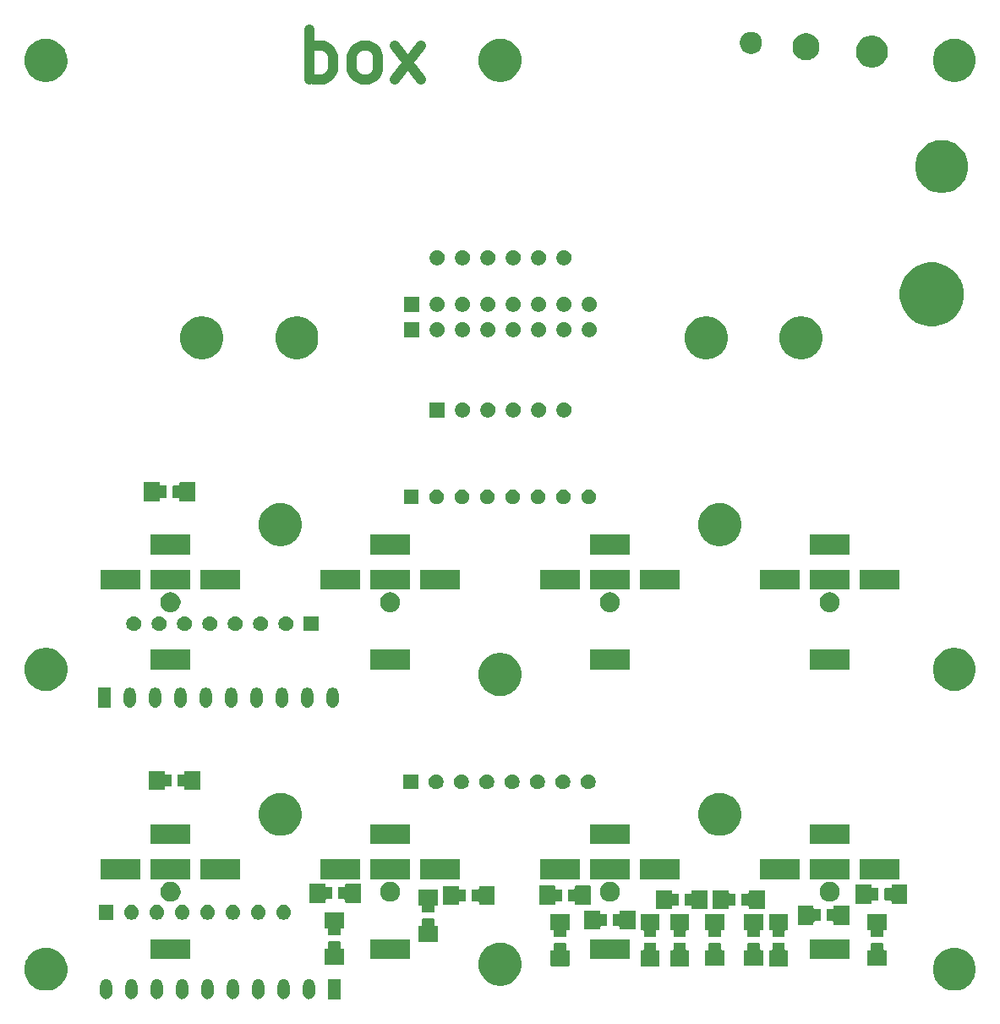
<source format=gts>
G04 #@! TF.GenerationSoftware,KiCad,Pcbnew,(5.1.5)-3*
G04 #@! TF.CreationDate,2020-12-08T17:30:17-08:00*
G04 #@! TF.ProjectId,button_pcb_4x_laz16-11_,62757474-6f6e-45f7-9063-625f34785f6c,rev?*
G04 #@! TF.SameCoordinates,Original*
G04 #@! TF.FileFunction,Soldermask,Top*
G04 #@! TF.FilePolarity,Negative*
%FSLAX46Y46*%
G04 Gerber Fmt 4.6, Leading zero omitted, Abs format (unit mm)*
G04 Created by KiCad (PCBNEW (5.1.5)-3) date 2020-12-08 17:30:17*
%MOMM*%
%LPD*%
G04 APERTURE LIST*
%ADD10C,1.000000*%
%ADD11C,0.100000*%
G04 APERTURE END LIST*
D10*
X30882857Y93598095D02*
X30882857Y98598095D01*
X30882857Y96693333D02*
X31359047Y96931428D01*
X32311428Y96931428D01*
X32787619Y96693333D01*
X33025714Y96455238D01*
X33263809Y95979047D01*
X33263809Y94550476D01*
X33025714Y94074285D01*
X32787619Y93836190D01*
X32311428Y93598095D01*
X31359047Y93598095D01*
X30882857Y93836190D01*
X36120952Y93598095D02*
X35644761Y93836190D01*
X35406666Y94074285D01*
X35168571Y94550476D01*
X35168571Y95979047D01*
X35406666Y96455238D01*
X35644761Y96693333D01*
X36120952Y96931428D01*
X36835238Y96931428D01*
X37311428Y96693333D01*
X37549523Y96455238D01*
X37787619Y95979047D01*
X37787619Y94550476D01*
X37549523Y94074285D01*
X37311428Y93836190D01*
X36835238Y93598095D01*
X36120952Y93598095D01*
X39454285Y93598095D02*
X42073333Y96931428D01*
X39454285Y96931428D02*
X42073333Y93598095D01*
D11*
G36*
X13197621Y3491318D02*
G01*
X13310721Y3457010D01*
X13414955Y3401296D01*
X13506317Y3326317D01*
X13581296Y3234955D01*
X13637010Y3130721D01*
X13671318Y3017621D01*
X13680000Y2929474D01*
X13680000Y2070526D01*
X13671318Y1982379D01*
X13637010Y1869279D01*
X13581296Y1765045D01*
X13506317Y1673683D01*
X13414954Y1598704D01*
X13310720Y1542990D01*
X13197620Y1508682D01*
X13080000Y1497097D01*
X12962379Y1508682D01*
X12849279Y1542990D01*
X12745045Y1598704D01*
X12653683Y1673683D01*
X12578704Y1765046D01*
X12522990Y1869280D01*
X12488682Y1982380D01*
X12480000Y2070527D01*
X12480000Y2929474D01*
X12488682Y3017621D01*
X12522991Y3130721D01*
X12578705Y3234955D01*
X12653684Y3326317D01*
X12745046Y3401296D01*
X12849280Y3457010D01*
X12962380Y3491318D01*
X13080000Y3502903D01*
X13197621Y3491318D01*
G37*
G36*
X15737621Y3491318D02*
G01*
X15850721Y3457010D01*
X15954955Y3401296D01*
X16046317Y3326317D01*
X16121296Y3234955D01*
X16177010Y3130721D01*
X16211318Y3017621D01*
X16220000Y2929474D01*
X16220000Y2070526D01*
X16211318Y1982379D01*
X16177010Y1869279D01*
X16121296Y1765045D01*
X16046317Y1673683D01*
X15954954Y1598704D01*
X15850720Y1542990D01*
X15737620Y1508682D01*
X15620000Y1497097D01*
X15502379Y1508682D01*
X15389279Y1542990D01*
X15285045Y1598704D01*
X15193683Y1673683D01*
X15118704Y1765046D01*
X15062990Y1869280D01*
X15028682Y1982380D01*
X15020000Y2070527D01*
X15020000Y2929474D01*
X15028682Y3017621D01*
X15062991Y3130721D01*
X15118705Y3234955D01*
X15193684Y3326317D01*
X15285046Y3401296D01*
X15389280Y3457010D01*
X15502380Y3491318D01*
X15620000Y3502903D01*
X15737621Y3491318D01*
G37*
G36*
X18277621Y3491318D02*
G01*
X18390721Y3457010D01*
X18494955Y3401296D01*
X18586317Y3326317D01*
X18661296Y3234955D01*
X18717010Y3130721D01*
X18751318Y3017621D01*
X18760000Y2929474D01*
X18760000Y2070526D01*
X18751318Y1982379D01*
X18717010Y1869279D01*
X18661296Y1765045D01*
X18586317Y1673683D01*
X18494954Y1598704D01*
X18390720Y1542990D01*
X18277620Y1508682D01*
X18160000Y1497097D01*
X18042379Y1508682D01*
X17929279Y1542990D01*
X17825045Y1598704D01*
X17733683Y1673683D01*
X17658704Y1765046D01*
X17602990Y1869280D01*
X17568682Y1982380D01*
X17560000Y2070527D01*
X17560000Y2929474D01*
X17568682Y3017621D01*
X17602991Y3130721D01*
X17658705Y3234955D01*
X17733684Y3326317D01*
X17825046Y3401296D01*
X17929280Y3457010D01*
X18042380Y3491318D01*
X18160000Y3502903D01*
X18277621Y3491318D01*
G37*
G36*
X20817621Y3491318D02*
G01*
X20930721Y3457010D01*
X21034955Y3401296D01*
X21126317Y3326317D01*
X21201296Y3234955D01*
X21257010Y3130721D01*
X21291318Y3017621D01*
X21300000Y2929474D01*
X21300000Y2070526D01*
X21291318Y1982379D01*
X21257010Y1869279D01*
X21201296Y1765045D01*
X21126317Y1673683D01*
X21034954Y1598704D01*
X20930720Y1542990D01*
X20817620Y1508682D01*
X20700000Y1497097D01*
X20582379Y1508682D01*
X20469279Y1542990D01*
X20365045Y1598704D01*
X20273683Y1673683D01*
X20198704Y1765046D01*
X20142990Y1869280D01*
X20108682Y1982380D01*
X20100000Y2070527D01*
X20100000Y2929474D01*
X20108682Y3017621D01*
X20142991Y3130721D01*
X20198705Y3234955D01*
X20273684Y3326317D01*
X20365046Y3401296D01*
X20469280Y3457010D01*
X20582380Y3491318D01*
X20700000Y3502903D01*
X20817621Y3491318D01*
G37*
G36*
X23357621Y3491318D02*
G01*
X23470721Y3457010D01*
X23574955Y3401296D01*
X23666317Y3326317D01*
X23741296Y3234955D01*
X23797010Y3130721D01*
X23831318Y3017621D01*
X23840000Y2929474D01*
X23840000Y2070526D01*
X23831318Y1982379D01*
X23797010Y1869279D01*
X23741296Y1765045D01*
X23666317Y1673683D01*
X23574954Y1598704D01*
X23470720Y1542990D01*
X23357620Y1508682D01*
X23240000Y1497097D01*
X23122379Y1508682D01*
X23009279Y1542990D01*
X22905045Y1598704D01*
X22813683Y1673683D01*
X22738704Y1765046D01*
X22682990Y1869280D01*
X22648682Y1982380D01*
X22640000Y2070527D01*
X22640000Y2929474D01*
X22648682Y3017621D01*
X22682991Y3130721D01*
X22738705Y3234955D01*
X22813684Y3326317D01*
X22905046Y3401296D01*
X23009280Y3457010D01*
X23122380Y3491318D01*
X23240000Y3502903D01*
X23357621Y3491318D01*
G37*
G36*
X25897621Y3491318D02*
G01*
X26010721Y3457010D01*
X26114955Y3401296D01*
X26206317Y3326317D01*
X26281296Y3234955D01*
X26337010Y3130721D01*
X26371318Y3017621D01*
X26380000Y2929474D01*
X26380000Y2070526D01*
X26371318Y1982379D01*
X26337010Y1869279D01*
X26281296Y1765045D01*
X26206317Y1673683D01*
X26114954Y1598704D01*
X26010720Y1542990D01*
X25897620Y1508682D01*
X25780000Y1497097D01*
X25662379Y1508682D01*
X25549279Y1542990D01*
X25445045Y1598704D01*
X25353683Y1673683D01*
X25278704Y1765046D01*
X25222990Y1869280D01*
X25188682Y1982380D01*
X25180000Y2070527D01*
X25180000Y2929474D01*
X25188682Y3017621D01*
X25222991Y3130721D01*
X25278705Y3234955D01*
X25353684Y3326317D01*
X25445046Y3401296D01*
X25549280Y3457010D01*
X25662380Y3491318D01*
X25780000Y3502903D01*
X25897621Y3491318D01*
G37*
G36*
X28437621Y3491318D02*
G01*
X28550721Y3457010D01*
X28654955Y3401296D01*
X28746317Y3326317D01*
X28821296Y3234955D01*
X28877010Y3130721D01*
X28911318Y3017621D01*
X28920000Y2929474D01*
X28920000Y2070526D01*
X28911318Y1982379D01*
X28877010Y1869279D01*
X28821296Y1765045D01*
X28746317Y1673683D01*
X28654954Y1598704D01*
X28550720Y1542990D01*
X28437620Y1508682D01*
X28320000Y1497097D01*
X28202379Y1508682D01*
X28089279Y1542990D01*
X27985045Y1598704D01*
X27893683Y1673683D01*
X27818704Y1765046D01*
X27762990Y1869280D01*
X27728682Y1982380D01*
X27720000Y2070527D01*
X27720000Y2929474D01*
X27728682Y3017621D01*
X27762991Y3130721D01*
X27818705Y3234955D01*
X27893684Y3326317D01*
X27985046Y3401296D01*
X28089280Y3457010D01*
X28202380Y3491318D01*
X28320000Y3502903D01*
X28437621Y3491318D01*
G37*
G36*
X30977621Y3491318D02*
G01*
X31090721Y3457010D01*
X31194955Y3401296D01*
X31286317Y3326317D01*
X31361296Y3234955D01*
X31417010Y3130721D01*
X31451318Y3017621D01*
X31460000Y2929474D01*
X31460000Y2070526D01*
X31451318Y1982379D01*
X31417010Y1869279D01*
X31361296Y1765045D01*
X31286317Y1673683D01*
X31194954Y1598704D01*
X31090720Y1542990D01*
X30977620Y1508682D01*
X30860000Y1497097D01*
X30742379Y1508682D01*
X30629279Y1542990D01*
X30525045Y1598704D01*
X30433683Y1673683D01*
X30358704Y1765046D01*
X30302990Y1869280D01*
X30268682Y1982380D01*
X30260000Y2070527D01*
X30260000Y2929474D01*
X30268682Y3017621D01*
X30302991Y3130721D01*
X30358705Y3234955D01*
X30433684Y3326317D01*
X30525046Y3401296D01*
X30629280Y3457010D01*
X30742380Y3491318D01*
X30860000Y3502903D01*
X30977621Y3491318D01*
G37*
G36*
X10657621Y3491318D02*
G01*
X10770721Y3457010D01*
X10874955Y3401296D01*
X10966317Y3326317D01*
X11041296Y3234955D01*
X11097010Y3130721D01*
X11131318Y3017621D01*
X11140000Y2929474D01*
X11140000Y2070526D01*
X11131318Y1982379D01*
X11097010Y1869279D01*
X11041296Y1765045D01*
X10966317Y1673683D01*
X10874954Y1598704D01*
X10770720Y1542990D01*
X10657620Y1508682D01*
X10540000Y1497097D01*
X10422379Y1508682D01*
X10309279Y1542990D01*
X10205045Y1598704D01*
X10113683Y1673683D01*
X10038704Y1765046D01*
X9982990Y1869280D01*
X9948682Y1982380D01*
X9940000Y2070527D01*
X9940000Y2929474D01*
X9948682Y3017621D01*
X9982991Y3130721D01*
X10038705Y3234955D01*
X10113684Y3326317D01*
X10205046Y3401296D01*
X10309280Y3457010D01*
X10422380Y3491318D01*
X10540000Y3502903D01*
X10657621Y3491318D01*
G37*
G36*
X34000000Y1500000D02*
G01*
X32800000Y1500000D01*
X32800000Y3500000D01*
X34000000Y3500000D01*
X34000000Y1500000D01*
G37*
G36*
X4851729Y6622158D02*
G01*
X5127132Y6567377D01*
X5343464Y6477769D01*
X5513729Y6407243D01*
X5518407Y6405305D01*
X5870545Y6170014D01*
X6170014Y5870545D01*
X6332657Y5627132D01*
X6405306Y5518405D01*
X6452775Y5403805D01*
X6532324Y5211758D01*
X6567377Y5127131D01*
X6650000Y4711758D01*
X6650000Y4288242D01*
X6567377Y3872869D01*
X6412930Y3500000D01*
X6405305Y3481593D01*
X6170014Y3129455D01*
X5870545Y2829986D01*
X5518407Y2594695D01*
X5127132Y2432623D01*
X4919445Y2391312D01*
X4711758Y2350000D01*
X4288242Y2350000D01*
X4080555Y2391312D01*
X3872868Y2432623D01*
X3481593Y2594695D01*
X3129455Y2829986D01*
X2829986Y3129455D01*
X2594695Y3481593D01*
X2587071Y3500000D01*
X2432623Y3872869D01*
X2350000Y4288242D01*
X2350000Y4711758D01*
X2432623Y5127131D01*
X2467677Y5211758D01*
X2547225Y5403805D01*
X2594694Y5518405D01*
X2667343Y5627132D01*
X2829986Y5870545D01*
X3129455Y6170014D01*
X3481593Y6405305D01*
X3486272Y6407243D01*
X3656536Y6477769D01*
X3872868Y6567377D01*
X4148271Y6622158D01*
X4288242Y6650000D01*
X4711758Y6650000D01*
X4851729Y6622158D01*
G37*
G36*
X95851729Y6622158D02*
G01*
X96127132Y6567377D01*
X96343464Y6477769D01*
X96513729Y6407243D01*
X96518407Y6405305D01*
X96870545Y6170014D01*
X97170014Y5870545D01*
X97332657Y5627132D01*
X97405306Y5518405D01*
X97452775Y5403805D01*
X97532324Y5211758D01*
X97567377Y5127131D01*
X97650000Y4711758D01*
X97650000Y4288242D01*
X97567377Y3872869D01*
X97412930Y3500000D01*
X97405305Y3481593D01*
X97170014Y3129455D01*
X96870545Y2829986D01*
X96518407Y2594695D01*
X96127132Y2432623D01*
X95919444Y2391311D01*
X95711758Y2350000D01*
X95288242Y2350000D01*
X95080556Y2391311D01*
X94872868Y2432623D01*
X94481593Y2594695D01*
X94129455Y2829986D01*
X93829986Y3129455D01*
X93594695Y3481593D01*
X93587071Y3500000D01*
X93432623Y3872869D01*
X93350000Y4288242D01*
X93350000Y4711758D01*
X93432623Y5127131D01*
X93467677Y5211758D01*
X93547225Y5403805D01*
X93594694Y5518405D01*
X93667343Y5627132D01*
X93829986Y5870545D01*
X94129455Y6170014D01*
X94481593Y6405305D01*
X94486272Y6407243D01*
X94656536Y6477769D01*
X94872868Y6567377D01*
X95148271Y6622158D01*
X95288242Y6650000D01*
X95711758Y6650000D01*
X95851729Y6622158D01*
G37*
G36*
X50419444Y7108689D02*
G01*
X50627132Y7067377D01*
X51018407Y6905305D01*
X51370545Y6670014D01*
X51670014Y6370545D01*
X51905305Y6018407D01*
X52067377Y5627132D01*
X52150000Y5211757D01*
X52150000Y4788243D01*
X52067377Y4372868D01*
X51905305Y3981593D01*
X51670014Y3629455D01*
X51370545Y3329986D01*
X51018407Y3094695D01*
X50627132Y2932623D01*
X50419444Y2891311D01*
X50211758Y2850000D01*
X49788242Y2850000D01*
X49580556Y2891311D01*
X49372868Y2932623D01*
X48981593Y3094695D01*
X48629455Y3329986D01*
X48329986Y3629455D01*
X48094695Y3981593D01*
X47932623Y4372868D01*
X47850000Y4788243D01*
X47850000Y5211757D01*
X47932623Y5627132D01*
X48094695Y6018407D01*
X48329986Y6370545D01*
X48629455Y6670014D01*
X48981593Y6905305D01*
X49372868Y7067377D01*
X49580556Y7108689D01*
X49788242Y7150000D01*
X50211758Y7150000D01*
X50419444Y7108689D01*
G37*
G36*
X78453102Y7100302D02*
G01*
X78453708Y7100243D01*
X78464581Y7098080D01*
X78469131Y7096195D01*
X78469134Y7096194D01*
X78469136Y7096193D01*
X78473688Y7094307D01*
X78481870Y7088840D01*
X78488840Y7081870D01*
X78494307Y7073688D01*
X78498080Y7064581D01*
X78500243Y7053708D01*
X78500302Y7053102D01*
X78500605Y7046939D01*
X78500605Y6525604D01*
X78503007Y6501218D01*
X78510120Y6477769D01*
X78521671Y6456158D01*
X78537216Y6437216D01*
X78556158Y6421671D01*
X78577769Y6410120D01*
X78601218Y6403007D01*
X78625604Y6400605D01*
X78796939Y6400605D01*
X78803102Y6400302D01*
X78803708Y6400243D01*
X78814581Y6398080D01*
X78819131Y6396195D01*
X78819134Y6396194D01*
X78819136Y6396193D01*
X78823688Y6394307D01*
X78831870Y6388840D01*
X78838840Y6381870D01*
X78844307Y6373688D01*
X78848080Y6364581D01*
X78850243Y6353708D01*
X78850302Y6353102D01*
X78850605Y6346939D01*
X78850605Y4853061D01*
X78850302Y4846898D01*
X78850243Y4846292D01*
X78848080Y4835419D01*
X78844307Y4826312D01*
X78838840Y4818130D01*
X78831870Y4811160D01*
X78823688Y4805693D01*
X78819136Y4803807D01*
X78819134Y4803806D01*
X78819131Y4803805D01*
X78814581Y4801920D01*
X78803708Y4799757D01*
X78803102Y4799698D01*
X78796939Y4799395D01*
X77003061Y4799395D01*
X76996898Y4799698D01*
X76996292Y4799757D01*
X76985419Y4801920D01*
X76980869Y4803805D01*
X76980866Y4803806D01*
X76980864Y4803807D01*
X76976312Y4805693D01*
X76968130Y4811160D01*
X76961160Y4818130D01*
X76955693Y4826312D01*
X76951920Y4835419D01*
X76949757Y4846292D01*
X76949698Y4846898D01*
X76949395Y4853061D01*
X76949395Y6346939D01*
X76949698Y6353102D01*
X76949757Y6353708D01*
X76951920Y6364581D01*
X76955693Y6373688D01*
X76961160Y6381870D01*
X76968130Y6388840D01*
X76976312Y6394307D01*
X76980864Y6396193D01*
X76980866Y6396194D01*
X76980869Y6396195D01*
X76985419Y6398080D01*
X76996292Y6400243D01*
X76996898Y6400302D01*
X77003061Y6400605D01*
X77174396Y6400605D01*
X77198782Y6403007D01*
X77222231Y6410120D01*
X77243842Y6421671D01*
X77262784Y6437216D01*
X77278329Y6456158D01*
X77289880Y6477769D01*
X77296993Y6501218D01*
X77299395Y6525604D01*
X77299395Y7046939D01*
X77299698Y7053102D01*
X77299757Y7053708D01*
X77301920Y7064581D01*
X77305693Y7073688D01*
X77311160Y7081870D01*
X77318130Y7088840D01*
X77326312Y7094307D01*
X77330864Y7096193D01*
X77330866Y7096194D01*
X77330869Y7096195D01*
X77335419Y7098080D01*
X77346292Y7100243D01*
X77346898Y7100302D01*
X77353061Y7100605D01*
X78446939Y7100605D01*
X78453102Y7100302D01*
G37*
G36*
X56553102Y7100302D02*
G01*
X56553708Y7100243D01*
X56564581Y7098080D01*
X56569131Y7096195D01*
X56569134Y7096194D01*
X56569136Y7096193D01*
X56573688Y7094307D01*
X56581870Y7088840D01*
X56588840Y7081870D01*
X56594307Y7073688D01*
X56598080Y7064581D01*
X56600243Y7053708D01*
X56600302Y7053102D01*
X56600605Y7046939D01*
X56600605Y6525604D01*
X56603007Y6501218D01*
X56610120Y6477769D01*
X56621671Y6456158D01*
X56637216Y6437216D01*
X56656158Y6421671D01*
X56677769Y6410120D01*
X56701218Y6403007D01*
X56725604Y6400605D01*
X56896939Y6400605D01*
X56903102Y6400302D01*
X56903708Y6400243D01*
X56914581Y6398080D01*
X56919131Y6396195D01*
X56919134Y6396194D01*
X56919136Y6396193D01*
X56923688Y6394307D01*
X56931870Y6388840D01*
X56938840Y6381870D01*
X56944307Y6373688D01*
X56948080Y6364581D01*
X56950243Y6353708D01*
X56950302Y6353102D01*
X56950605Y6346939D01*
X56950605Y4853061D01*
X56950302Y4846898D01*
X56950243Y4846292D01*
X56948080Y4835419D01*
X56944307Y4826312D01*
X56938840Y4818130D01*
X56931870Y4811160D01*
X56923688Y4805693D01*
X56919136Y4803807D01*
X56919134Y4803806D01*
X56919131Y4803805D01*
X56914581Y4801920D01*
X56903708Y4799757D01*
X56903102Y4799698D01*
X56896939Y4799395D01*
X55103061Y4799395D01*
X55096898Y4799698D01*
X55096292Y4799757D01*
X55085419Y4801920D01*
X55080869Y4803805D01*
X55080866Y4803806D01*
X55080864Y4803807D01*
X55076312Y4805693D01*
X55068130Y4811160D01*
X55061160Y4818130D01*
X55055693Y4826312D01*
X55051920Y4835419D01*
X55049757Y4846292D01*
X55049698Y4846898D01*
X55049395Y4853061D01*
X55049395Y6346939D01*
X55049698Y6353102D01*
X55049757Y6353708D01*
X55051920Y6364581D01*
X55055693Y6373688D01*
X55061160Y6381870D01*
X55068130Y6388840D01*
X55076312Y6394307D01*
X55080864Y6396193D01*
X55080866Y6396194D01*
X55080869Y6396195D01*
X55085419Y6398080D01*
X55096292Y6400243D01*
X55096898Y6400302D01*
X55103061Y6400605D01*
X55274396Y6400605D01*
X55298782Y6403007D01*
X55322231Y6410120D01*
X55343842Y6421671D01*
X55362784Y6437216D01*
X55378329Y6456158D01*
X55389880Y6477769D01*
X55396993Y6501218D01*
X55399395Y6525604D01*
X55399395Y7046939D01*
X55399698Y7053102D01*
X55399757Y7053708D01*
X55401920Y7064581D01*
X55405693Y7073688D01*
X55411160Y7081870D01*
X55418130Y7088840D01*
X55426312Y7094307D01*
X55430864Y7096193D01*
X55430866Y7096194D01*
X55430869Y7096195D01*
X55435419Y7098080D01*
X55446292Y7100243D01*
X55446898Y7100302D01*
X55453061Y7100605D01*
X56546939Y7100605D01*
X56553102Y7100302D01*
G37*
G36*
X65553102Y7100302D02*
G01*
X65553708Y7100243D01*
X65564581Y7098080D01*
X65569131Y7096195D01*
X65569134Y7096194D01*
X65569136Y7096193D01*
X65573688Y7094307D01*
X65581870Y7088840D01*
X65588840Y7081870D01*
X65594307Y7073688D01*
X65598080Y7064581D01*
X65600243Y7053708D01*
X65600302Y7053102D01*
X65600605Y7046939D01*
X65600605Y6525604D01*
X65603007Y6501218D01*
X65610120Y6477769D01*
X65621671Y6456158D01*
X65637216Y6437216D01*
X65656158Y6421671D01*
X65677769Y6410120D01*
X65701218Y6403007D01*
X65725604Y6400605D01*
X65896939Y6400605D01*
X65903102Y6400302D01*
X65903708Y6400243D01*
X65914581Y6398080D01*
X65919131Y6396195D01*
X65919134Y6396194D01*
X65919136Y6396193D01*
X65923688Y6394307D01*
X65931870Y6388840D01*
X65938840Y6381870D01*
X65944307Y6373688D01*
X65948080Y6364581D01*
X65950243Y6353708D01*
X65950302Y6353102D01*
X65950605Y6346939D01*
X65950605Y4853061D01*
X65950302Y4846898D01*
X65950243Y4846292D01*
X65948080Y4835419D01*
X65944307Y4826312D01*
X65938840Y4818130D01*
X65931870Y4811160D01*
X65923688Y4805693D01*
X65919136Y4803807D01*
X65919134Y4803806D01*
X65919131Y4803805D01*
X65914581Y4801920D01*
X65903708Y4799757D01*
X65903102Y4799698D01*
X65896939Y4799395D01*
X64103061Y4799395D01*
X64096898Y4799698D01*
X64096292Y4799757D01*
X64085419Y4801920D01*
X64080869Y4803805D01*
X64080866Y4803806D01*
X64080864Y4803807D01*
X64076312Y4805693D01*
X64068130Y4811160D01*
X64061160Y4818130D01*
X64055693Y4826312D01*
X64051920Y4835419D01*
X64049757Y4846292D01*
X64049698Y4846898D01*
X64049395Y4853061D01*
X64049395Y6346939D01*
X64049698Y6353102D01*
X64049757Y6353708D01*
X64051920Y6364581D01*
X64055693Y6373688D01*
X64061160Y6381870D01*
X64068130Y6388840D01*
X64076312Y6394307D01*
X64080864Y6396193D01*
X64080866Y6396194D01*
X64080869Y6396195D01*
X64085419Y6398080D01*
X64096292Y6400243D01*
X64096898Y6400302D01*
X64103061Y6400605D01*
X64274396Y6400605D01*
X64298782Y6403007D01*
X64322231Y6410120D01*
X64343842Y6421671D01*
X64362784Y6437216D01*
X64378329Y6456158D01*
X64389880Y6477769D01*
X64396993Y6501218D01*
X64399395Y6525604D01*
X64399395Y7046939D01*
X64399698Y7053102D01*
X64399757Y7053708D01*
X64401920Y7064581D01*
X64405693Y7073688D01*
X64411160Y7081870D01*
X64418130Y7088840D01*
X64426312Y7094307D01*
X64430864Y7096193D01*
X64430866Y7096194D01*
X64430869Y7096195D01*
X64435419Y7098080D01*
X64446292Y7100243D01*
X64446898Y7100302D01*
X64453061Y7100605D01*
X65546939Y7100605D01*
X65553102Y7100302D01*
G37*
G36*
X68553102Y7100302D02*
G01*
X68553708Y7100243D01*
X68564581Y7098080D01*
X68569131Y7096195D01*
X68569134Y7096194D01*
X68569136Y7096193D01*
X68573688Y7094307D01*
X68581870Y7088840D01*
X68588840Y7081870D01*
X68594307Y7073688D01*
X68598080Y7064581D01*
X68600243Y7053708D01*
X68600302Y7053102D01*
X68600605Y7046939D01*
X68600605Y6525604D01*
X68603007Y6501218D01*
X68610120Y6477769D01*
X68621671Y6456158D01*
X68637216Y6437216D01*
X68656158Y6421671D01*
X68677769Y6410120D01*
X68701218Y6403007D01*
X68725604Y6400605D01*
X68896939Y6400605D01*
X68903102Y6400302D01*
X68903708Y6400243D01*
X68914581Y6398080D01*
X68919131Y6396195D01*
X68919134Y6396194D01*
X68919136Y6396193D01*
X68923688Y6394307D01*
X68931870Y6388840D01*
X68938840Y6381870D01*
X68944307Y6373688D01*
X68948080Y6364581D01*
X68950243Y6353708D01*
X68950302Y6353102D01*
X68950605Y6346939D01*
X68950605Y4853061D01*
X68950302Y4846898D01*
X68950243Y4846292D01*
X68948080Y4835419D01*
X68944307Y4826312D01*
X68938840Y4818130D01*
X68931870Y4811160D01*
X68923688Y4805693D01*
X68919136Y4803807D01*
X68919134Y4803806D01*
X68919131Y4803805D01*
X68914581Y4801920D01*
X68903708Y4799757D01*
X68903102Y4799698D01*
X68896939Y4799395D01*
X67103061Y4799395D01*
X67096898Y4799698D01*
X67096292Y4799757D01*
X67085419Y4801920D01*
X67080869Y4803805D01*
X67080866Y4803806D01*
X67080864Y4803807D01*
X67076312Y4805693D01*
X67068130Y4811160D01*
X67061160Y4818130D01*
X67055693Y4826312D01*
X67051920Y4835419D01*
X67049757Y4846292D01*
X67049698Y4846898D01*
X67049395Y4853061D01*
X67049395Y6346939D01*
X67049698Y6353102D01*
X67049757Y6353708D01*
X67051920Y6364581D01*
X67055693Y6373688D01*
X67061160Y6381870D01*
X67068130Y6388840D01*
X67076312Y6394307D01*
X67080864Y6396193D01*
X67080866Y6396194D01*
X67080869Y6396195D01*
X67085419Y6398080D01*
X67096292Y6400243D01*
X67096898Y6400302D01*
X67103061Y6400605D01*
X67274396Y6400605D01*
X67298782Y6403007D01*
X67322231Y6410120D01*
X67343842Y6421671D01*
X67362784Y6437216D01*
X67378329Y6456158D01*
X67389880Y6477769D01*
X67396993Y6501218D01*
X67399395Y6525604D01*
X67399395Y7046939D01*
X67399698Y7053102D01*
X67399757Y7053708D01*
X67401920Y7064581D01*
X67405693Y7073688D01*
X67411160Y7081870D01*
X67418130Y7088840D01*
X67426312Y7094307D01*
X67430864Y7096193D01*
X67430866Y7096194D01*
X67430869Y7096195D01*
X67435419Y7098080D01*
X67446292Y7100243D01*
X67446898Y7100302D01*
X67453061Y7100605D01*
X68546939Y7100605D01*
X68553102Y7100302D01*
G37*
G36*
X88315102Y7107302D02*
G01*
X88315708Y7107243D01*
X88326581Y7105080D01*
X88331131Y7103195D01*
X88331134Y7103194D01*
X88331136Y7103193D01*
X88335688Y7101307D01*
X88343870Y7095840D01*
X88350840Y7088870D01*
X88356307Y7080688D01*
X88360080Y7071581D01*
X88362243Y7060708D01*
X88362302Y7060102D01*
X88362605Y7053939D01*
X88362605Y6532604D01*
X88365007Y6508218D01*
X88372120Y6484769D01*
X88383671Y6463158D01*
X88399216Y6444216D01*
X88418158Y6428671D01*
X88439769Y6417120D01*
X88463218Y6410007D01*
X88487604Y6407605D01*
X88658939Y6407605D01*
X88665102Y6407302D01*
X88665708Y6407243D01*
X88676581Y6405080D01*
X88681131Y6403195D01*
X88681134Y6403194D01*
X88681136Y6403193D01*
X88685688Y6401307D01*
X88693870Y6395840D01*
X88700840Y6388870D01*
X88706307Y6380688D01*
X88710080Y6371581D01*
X88712243Y6360708D01*
X88712302Y6360102D01*
X88712605Y6353939D01*
X88712605Y4860061D01*
X88712302Y4853898D01*
X88712243Y4853292D01*
X88710080Y4842419D01*
X88706307Y4833312D01*
X88700840Y4825130D01*
X88693870Y4818160D01*
X88685688Y4812693D01*
X88681136Y4810807D01*
X88681134Y4810806D01*
X88681131Y4810805D01*
X88676581Y4808920D01*
X88665708Y4806757D01*
X88665102Y4806698D01*
X88658939Y4806395D01*
X86865061Y4806395D01*
X86858898Y4806698D01*
X86858292Y4806757D01*
X86847419Y4808920D01*
X86842869Y4810805D01*
X86842866Y4810806D01*
X86842864Y4810807D01*
X86838312Y4812693D01*
X86830130Y4818160D01*
X86823160Y4825130D01*
X86817693Y4833312D01*
X86813920Y4842419D01*
X86811757Y4853292D01*
X86811698Y4853898D01*
X86811395Y4860061D01*
X86811395Y6353939D01*
X86811698Y6360102D01*
X86811757Y6360708D01*
X86813920Y6371581D01*
X86817693Y6380688D01*
X86823160Y6388870D01*
X86830130Y6395840D01*
X86838312Y6401307D01*
X86842864Y6403193D01*
X86842866Y6403194D01*
X86842869Y6403195D01*
X86847419Y6405080D01*
X86858292Y6407243D01*
X86858898Y6407302D01*
X86865061Y6407605D01*
X87036396Y6407605D01*
X87060782Y6410007D01*
X87084231Y6417120D01*
X87105842Y6428671D01*
X87124784Y6444216D01*
X87140329Y6463158D01*
X87151880Y6484769D01*
X87158993Y6508218D01*
X87161395Y6532604D01*
X87161395Y7053939D01*
X87161698Y7060102D01*
X87161757Y7060708D01*
X87163920Y7071581D01*
X87167693Y7080688D01*
X87173160Y7088870D01*
X87180130Y7095840D01*
X87188312Y7101307D01*
X87192864Y7103193D01*
X87192866Y7103194D01*
X87192869Y7103195D01*
X87197419Y7105080D01*
X87208292Y7107243D01*
X87208898Y7107302D01*
X87215061Y7107605D01*
X88308939Y7107605D01*
X88315102Y7107302D01*
G37*
G36*
X72059102Y7107302D02*
G01*
X72059708Y7107243D01*
X72070581Y7105080D01*
X72075131Y7103195D01*
X72075134Y7103194D01*
X72075136Y7103193D01*
X72079688Y7101307D01*
X72087870Y7095840D01*
X72094840Y7088870D01*
X72100307Y7080688D01*
X72104080Y7071581D01*
X72106243Y7060708D01*
X72106302Y7060102D01*
X72106605Y7053939D01*
X72106605Y6532604D01*
X72109007Y6508218D01*
X72116120Y6484769D01*
X72127671Y6463158D01*
X72143216Y6444216D01*
X72162158Y6428671D01*
X72183769Y6417120D01*
X72207218Y6410007D01*
X72231604Y6407605D01*
X72402939Y6407605D01*
X72409102Y6407302D01*
X72409708Y6407243D01*
X72420581Y6405080D01*
X72425131Y6403195D01*
X72425134Y6403194D01*
X72425136Y6403193D01*
X72429688Y6401307D01*
X72437870Y6395840D01*
X72444840Y6388870D01*
X72450307Y6380688D01*
X72454080Y6371581D01*
X72456243Y6360708D01*
X72456302Y6360102D01*
X72456605Y6353939D01*
X72456605Y4860061D01*
X72456302Y4853898D01*
X72456243Y4853292D01*
X72454080Y4842419D01*
X72450307Y4833312D01*
X72444840Y4825130D01*
X72437870Y4818160D01*
X72429688Y4812693D01*
X72425136Y4810807D01*
X72425134Y4810806D01*
X72425131Y4810805D01*
X72420581Y4808920D01*
X72409708Y4806757D01*
X72409102Y4806698D01*
X72402939Y4806395D01*
X70609061Y4806395D01*
X70602898Y4806698D01*
X70602292Y4806757D01*
X70591419Y4808920D01*
X70586869Y4810805D01*
X70586866Y4810806D01*
X70586864Y4810807D01*
X70582312Y4812693D01*
X70574130Y4818160D01*
X70567160Y4825130D01*
X70561693Y4833312D01*
X70557920Y4842419D01*
X70555757Y4853292D01*
X70555698Y4853898D01*
X70555395Y4860061D01*
X70555395Y6353939D01*
X70555698Y6360102D01*
X70555757Y6360708D01*
X70557920Y6371581D01*
X70561693Y6380688D01*
X70567160Y6388870D01*
X70574130Y6395840D01*
X70582312Y6401307D01*
X70586864Y6403193D01*
X70586866Y6403194D01*
X70586869Y6403195D01*
X70591419Y6405080D01*
X70602292Y6407243D01*
X70602898Y6407302D01*
X70609061Y6407605D01*
X70780396Y6407605D01*
X70804782Y6410007D01*
X70828231Y6417120D01*
X70849842Y6428671D01*
X70868784Y6444216D01*
X70884329Y6463158D01*
X70895880Y6484769D01*
X70902993Y6508218D01*
X70905395Y6532604D01*
X70905395Y7053939D01*
X70905698Y7060102D01*
X70905757Y7060708D01*
X70907920Y7071581D01*
X70911693Y7080688D01*
X70917160Y7088870D01*
X70924130Y7095840D01*
X70932312Y7101307D01*
X70936864Y7103193D01*
X70936866Y7103194D01*
X70936869Y7103195D01*
X70941419Y7105080D01*
X70952292Y7107243D01*
X70952898Y7107302D01*
X70959061Y7107605D01*
X72052939Y7107605D01*
X72059102Y7107302D01*
G37*
G36*
X75953102Y7107302D02*
G01*
X75953708Y7107243D01*
X75964581Y7105080D01*
X75969131Y7103195D01*
X75969134Y7103194D01*
X75969136Y7103193D01*
X75973688Y7101307D01*
X75981870Y7095840D01*
X75988840Y7088870D01*
X75994307Y7080688D01*
X75998080Y7071581D01*
X76000243Y7060708D01*
X76000302Y7060102D01*
X76000605Y7053939D01*
X76000605Y6532604D01*
X76003007Y6508218D01*
X76010120Y6484769D01*
X76021671Y6463158D01*
X76037216Y6444216D01*
X76056158Y6428671D01*
X76077769Y6417120D01*
X76101218Y6410007D01*
X76125604Y6407605D01*
X76296939Y6407605D01*
X76303102Y6407302D01*
X76303708Y6407243D01*
X76314581Y6405080D01*
X76319131Y6403195D01*
X76319134Y6403194D01*
X76319136Y6403193D01*
X76323688Y6401307D01*
X76331870Y6395840D01*
X76338840Y6388870D01*
X76344307Y6380688D01*
X76348080Y6371581D01*
X76350243Y6360708D01*
X76350302Y6360102D01*
X76350605Y6353939D01*
X76350605Y4860061D01*
X76350302Y4853898D01*
X76350243Y4853292D01*
X76348080Y4842419D01*
X76344307Y4833312D01*
X76338840Y4825130D01*
X76331870Y4818160D01*
X76323688Y4812693D01*
X76319136Y4810807D01*
X76319134Y4810806D01*
X76319131Y4810805D01*
X76314581Y4808920D01*
X76303708Y4806757D01*
X76303102Y4806698D01*
X76296939Y4806395D01*
X74503061Y4806395D01*
X74496898Y4806698D01*
X74496292Y4806757D01*
X74485419Y4808920D01*
X74480869Y4810805D01*
X74480866Y4810806D01*
X74480864Y4810807D01*
X74476312Y4812693D01*
X74468130Y4818160D01*
X74461160Y4825130D01*
X74455693Y4833312D01*
X74451920Y4842419D01*
X74449757Y4853292D01*
X74449698Y4853898D01*
X74449395Y4860061D01*
X74449395Y6353939D01*
X74449698Y6360102D01*
X74449757Y6360708D01*
X74451920Y6371581D01*
X74455693Y6380688D01*
X74461160Y6388870D01*
X74468130Y6395840D01*
X74476312Y6401307D01*
X74480864Y6403193D01*
X74480866Y6403194D01*
X74480869Y6403195D01*
X74485419Y6405080D01*
X74496292Y6407243D01*
X74496898Y6407302D01*
X74503061Y6407605D01*
X74674396Y6407605D01*
X74698782Y6410007D01*
X74722231Y6417120D01*
X74743842Y6428671D01*
X74762784Y6444216D01*
X74778329Y6463158D01*
X74789880Y6484769D01*
X74796993Y6508218D01*
X74799395Y6532604D01*
X74799395Y7053939D01*
X74799698Y7060102D01*
X74799757Y7060708D01*
X74801920Y7071581D01*
X74805693Y7080688D01*
X74811160Y7088870D01*
X74818130Y7095840D01*
X74826312Y7101307D01*
X74830864Y7103193D01*
X74830866Y7103194D01*
X74830869Y7103195D01*
X74835419Y7105080D01*
X74846292Y7107243D01*
X74846898Y7107302D01*
X74853061Y7107605D01*
X75946939Y7107605D01*
X75953102Y7107302D01*
G37*
G36*
X33953102Y7266302D02*
G01*
X33953708Y7266243D01*
X33964581Y7264080D01*
X33969131Y7262195D01*
X33969134Y7262194D01*
X33969136Y7262193D01*
X33973688Y7260307D01*
X33981870Y7254840D01*
X33988840Y7247870D01*
X33994307Y7239688D01*
X33998080Y7230581D01*
X34000243Y7219708D01*
X34000302Y7219102D01*
X34000605Y7212939D01*
X34000605Y6691604D01*
X34003007Y6667218D01*
X34010120Y6643769D01*
X34021671Y6622158D01*
X34037216Y6603216D01*
X34056158Y6587671D01*
X34077769Y6576120D01*
X34101218Y6569007D01*
X34125604Y6566605D01*
X34296939Y6566605D01*
X34303102Y6566302D01*
X34303708Y6566243D01*
X34314581Y6564080D01*
X34319131Y6562195D01*
X34319134Y6562194D01*
X34319136Y6562193D01*
X34323688Y6560307D01*
X34331870Y6554840D01*
X34338840Y6547870D01*
X34344307Y6539688D01*
X34348080Y6530581D01*
X34350243Y6519708D01*
X34350302Y6519102D01*
X34350605Y6512939D01*
X34350605Y5019061D01*
X34350302Y5012898D01*
X34350243Y5012292D01*
X34348080Y5001419D01*
X34344307Y4992312D01*
X34338840Y4984130D01*
X34331870Y4977160D01*
X34323688Y4971693D01*
X34319136Y4969807D01*
X34319134Y4969806D01*
X34319131Y4969805D01*
X34314581Y4967920D01*
X34303708Y4965757D01*
X34303102Y4965698D01*
X34296939Y4965395D01*
X32503061Y4965395D01*
X32496898Y4965698D01*
X32496292Y4965757D01*
X32485419Y4967920D01*
X32480869Y4969805D01*
X32480866Y4969806D01*
X32480864Y4969807D01*
X32476312Y4971693D01*
X32468130Y4977160D01*
X32461160Y4984130D01*
X32455693Y4992312D01*
X32451920Y5001419D01*
X32449757Y5012292D01*
X32449698Y5012898D01*
X32449395Y5019061D01*
X32449395Y6512939D01*
X32449698Y6519102D01*
X32449757Y6519708D01*
X32451920Y6530581D01*
X32455693Y6539688D01*
X32461160Y6547870D01*
X32468130Y6554840D01*
X32476312Y6560307D01*
X32480864Y6562193D01*
X32480866Y6562194D01*
X32480869Y6562195D01*
X32485419Y6564080D01*
X32496292Y6566243D01*
X32496898Y6566302D01*
X32503061Y6566605D01*
X32674396Y6566605D01*
X32698782Y6569007D01*
X32722231Y6576120D01*
X32743842Y6587671D01*
X32762784Y6603216D01*
X32778329Y6622158D01*
X32789880Y6643769D01*
X32796993Y6667218D01*
X32799395Y6691604D01*
X32799395Y7212939D01*
X32799698Y7219102D01*
X32799757Y7219708D01*
X32801920Y7230581D01*
X32805693Y7239688D01*
X32811160Y7247870D01*
X32818130Y7254840D01*
X32826312Y7260307D01*
X32830864Y7262193D01*
X32830866Y7262194D01*
X32830869Y7262195D01*
X32835419Y7264080D01*
X32846292Y7266243D01*
X32846898Y7266302D01*
X32853061Y7266605D01*
X33946939Y7266605D01*
X33953102Y7266302D01*
G37*
G36*
X19000000Y5500000D02*
G01*
X15000000Y5500000D01*
X15000000Y7500000D01*
X19000000Y7500000D01*
X19000000Y5500000D01*
G37*
G36*
X63000000Y5500000D02*
G01*
X59000000Y5500000D01*
X59000000Y7500000D01*
X63000000Y7500000D01*
X63000000Y5500000D01*
G37*
G36*
X85000000Y5500000D02*
G01*
X81000000Y5500000D01*
X81000000Y7500000D01*
X85000000Y7500000D01*
X85000000Y5500000D01*
G37*
G36*
X41000000Y5500000D02*
G01*
X37000000Y5500000D01*
X37000000Y7500000D01*
X41000000Y7500000D01*
X41000000Y5500000D01*
G37*
G36*
X43351102Y9552302D02*
G01*
X43351708Y9552243D01*
X43362581Y9550080D01*
X43367131Y9548195D01*
X43367134Y9548194D01*
X43367136Y9548193D01*
X43371688Y9546307D01*
X43379870Y9540840D01*
X43386840Y9533870D01*
X43392307Y9525688D01*
X43396080Y9516581D01*
X43398243Y9505708D01*
X43398302Y9505102D01*
X43398605Y9498939D01*
X43398605Y8977604D01*
X43401007Y8953218D01*
X43408120Y8929769D01*
X43419671Y8908158D01*
X43435216Y8889216D01*
X43454158Y8873671D01*
X43475769Y8862120D01*
X43499218Y8855007D01*
X43523604Y8852605D01*
X43694939Y8852605D01*
X43701102Y8852302D01*
X43701708Y8852243D01*
X43712581Y8850080D01*
X43717131Y8848195D01*
X43717134Y8848194D01*
X43717136Y8848193D01*
X43721688Y8846307D01*
X43729870Y8840840D01*
X43736840Y8833870D01*
X43742307Y8825688D01*
X43746080Y8816581D01*
X43748243Y8805708D01*
X43748302Y8805102D01*
X43748605Y8798939D01*
X43748605Y7305061D01*
X43748302Y7298898D01*
X43748243Y7298292D01*
X43746080Y7287419D01*
X43742307Y7278312D01*
X43736840Y7270130D01*
X43729870Y7263160D01*
X43721688Y7257693D01*
X43717136Y7255807D01*
X43717134Y7255806D01*
X43717131Y7255805D01*
X43712581Y7253920D01*
X43701708Y7251757D01*
X43701102Y7251698D01*
X43694939Y7251395D01*
X41901061Y7251395D01*
X41894898Y7251698D01*
X41894292Y7251757D01*
X41883419Y7253920D01*
X41878869Y7255805D01*
X41878866Y7255806D01*
X41878864Y7255807D01*
X41874312Y7257693D01*
X41866130Y7263160D01*
X41859160Y7270130D01*
X41853693Y7278312D01*
X41849920Y7287419D01*
X41847757Y7298292D01*
X41847698Y7298898D01*
X41847395Y7305061D01*
X41847395Y8798939D01*
X41847698Y8805102D01*
X41847757Y8805708D01*
X41849920Y8816581D01*
X41853693Y8825688D01*
X41859160Y8833870D01*
X41866130Y8840840D01*
X41874312Y8846307D01*
X41878864Y8848193D01*
X41878866Y8848194D01*
X41878869Y8848195D01*
X41883419Y8850080D01*
X41894292Y8852243D01*
X41894898Y8852302D01*
X41901061Y8852605D01*
X42072396Y8852605D01*
X42096782Y8855007D01*
X42120231Y8862120D01*
X42141842Y8873671D01*
X42160784Y8889216D01*
X42176329Y8908158D01*
X42187880Y8929769D01*
X42194993Y8953218D01*
X42197395Y8977604D01*
X42197395Y9498939D01*
X42197698Y9505102D01*
X42197757Y9505708D01*
X42199920Y9516581D01*
X42203693Y9525688D01*
X42209160Y9533870D01*
X42216130Y9540840D01*
X42224312Y9546307D01*
X42228864Y9548193D01*
X42228866Y9548194D01*
X42228869Y9548195D01*
X42233419Y9550080D01*
X42244292Y9552243D01*
X42244898Y9552302D01*
X42251061Y9552605D01*
X43344939Y9552605D01*
X43351102Y9552302D01*
G37*
G36*
X78803102Y10000302D02*
G01*
X78803708Y10000243D01*
X78814581Y9998080D01*
X78819131Y9996195D01*
X78819134Y9996194D01*
X78819136Y9996193D01*
X78823688Y9994307D01*
X78831870Y9988840D01*
X78838840Y9981870D01*
X78844307Y9973688D01*
X78848080Y9964581D01*
X78850243Y9953708D01*
X78850302Y9953102D01*
X78850605Y9946939D01*
X78850605Y8453061D01*
X78850302Y8446898D01*
X78850243Y8446292D01*
X78848080Y8435419D01*
X78844307Y8426312D01*
X78838840Y8418130D01*
X78831870Y8411160D01*
X78823688Y8405693D01*
X78819136Y8403807D01*
X78819134Y8403806D01*
X78819131Y8403805D01*
X78814581Y8401920D01*
X78803708Y8399757D01*
X78803102Y8399698D01*
X78796939Y8399395D01*
X78625604Y8399395D01*
X78601218Y8396993D01*
X78577769Y8389880D01*
X78556158Y8378329D01*
X78537216Y8362784D01*
X78521671Y8343842D01*
X78510120Y8322231D01*
X78503007Y8298782D01*
X78500605Y8274396D01*
X78500605Y7753061D01*
X78500302Y7746898D01*
X78500243Y7746292D01*
X78498080Y7735419D01*
X78494307Y7726312D01*
X78488840Y7718130D01*
X78481870Y7711160D01*
X78473688Y7705693D01*
X78469136Y7703807D01*
X78469134Y7703806D01*
X78469131Y7703805D01*
X78464581Y7701920D01*
X78453708Y7699757D01*
X78453102Y7699698D01*
X78446939Y7699395D01*
X77353061Y7699395D01*
X77346898Y7699698D01*
X77346292Y7699757D01*
X77335419Y7701920D01*
X77330869Y7703805D01*
X77330866Y7703806D01*
X77330864Y7703807D01*
X77326312Y7705693D01*
X77318130Y7711160D01*
X77311160Y7718130D01*
X77305693Y7726312D01*
X77301920Y7735419D01*
X77299757Y7746292D01*
X77299698Y7746898D01*
X77299395Y7753061D01*
X77299395Y8274396D01*
X77296993Y8298782D01*
X77289880Y8322231D01*
X77278329Y8343842D01*
X77262784Y8362784D01*
X77243842Y8378329D01*
X77222231Y8389880D01*
X77198782Y8396993D01*
X77174396Y8399395D01*
X77003061Y8399395D01*
X76996898Y8399698D01*
X76996292Y8399757D01*
X76985419Y8401920D01*
X76980869Y8403805D01*
X76980866Y8403806D01*
X76980864Y8403807D01*
X76976312Y8405693D01*
X76968130Y8411160D01*
X76961160Y8418130D01*
X76955693Y8426312D01*
X76951920Y8435419D01*
X76949757Y8446292D01*
X76949698Y8446898D01*
X76949395Y8453061D01*
X76949395Y9946939D01*
X76949698Y9953102D01*
X76949757Y9953708D01*
X76951920Y9964581D01*
X76955693Y9973688D01*
X76961160Y9981870D01*
X76968130Y9988840D01*
X76976312Y9994307D01*
X76980864Y9996193D01*
X76980866Y9996194D01*
X76980869Y9996195D01*
X76985419Y9998080D01*
X76996292Y10000243D01*
X76996898Y10000302D01*
X77003061Y10000605D01*
X78796939Y10000605D01*
X78803102Y10000302D01*
G37*
G36*
X56903102Y10000302D02*
G01*
X56903708Y10000243D01*
X56914581Y9998080D01*
X56919131Y9996195D01*
X56919134Y9996194D01*
X56919136Y9996193D01*
X56923688Y9994307D01*
X56931870Y9988840D01*
X56938840Y9981870D01*
X56944307Y9973688D01*
X56948080Y9964581D01*
X56950243Y9953708D01*
X56950302Y9953102D01*
X56950605Y9946939D01*
X56950605Y8453061D01*
X56950302Y8446898D01*
X56950243Y8446292D01*
X56948080Y8435419D01*
X56944307Y8426312D01*
X56938840Y8418130D01*
X56931870Y8411160D01*
X56923688Y8405693D01*
X56919136Y8403807D01*
X56919134Y8403806D01*
X56919131Y8403805D01*
X56914581Y8401920D01*
X56903708Y8399757D01*
X56903102Y8399698D01*
X56896939Y8399395D01*
X56725604Y8399395D01*
X56701218Y8396993D01*
X56677769Y8389880D01*
X56656158Y8378329D01*
X56637216Y8362784D01*
X56621671Y8343842D01*
X56610120Y8322231D01*
X56603007Y8298782D01*
X56600605Y8274396D01*
X56600605Y7753061D01*
X56600302Y7746898D01*
X56600243Y7746292D01*
X56598080Y7735419D01*
X56594307Y7726312D01*
X56588840Y7718130D01*
X56581870Y7711160D01*
X56573688Y7705693D01*
X56569136Y7703807D01*
X56569134Y7703806D01*
X56569131Y7703805D01*
X56564581Y7701920D01*
X56553708Y7699757D01*
X56553102Y7699698D01*
X56546939Y7699395D01*
X55453061Y7699395D01*
X55446898Y7699698D01*
X55446292Y7699757D01*
X55435419Y7701920D01*
X55430869Y7703805D01*
X55430866Y7703806D01*
X55430864Y7703807D01*
X55426312Y7705693D01*
X55418130Y7711160D01*
X55411160Y7718130D01*
X55405693Y7726312D01*
X55401920Y7735419D01*
X55399757Y7746292D01*
X55399698Y7746898D01*
X55399395Y7753061D01*
X55399395Y8274396D01*
X55396993Y8298782D01*
X55389880Y8322231D01*
X55378329Y8343842D01*
X55362784Y8362784D01*
X55343842Y8378329D01*
X55322231Y8389880D01*
X55298782Y8396993D01*
X55274396Y8399395D01*
X55103061Y8399395D01*
X55096898Y8399698D01*
X55096292Y8399757D01*
X55085419Y8401920D01*
X55080869Y8403805D01*
X55080866Y8403806D01*
X55080864Y8403807D01*
X55076312Y8405693D01*
X55068130Y8411160D01*
X55061160Y8418130D01*
X55055693Y8426312D01*
X55051920Y8435419D01*
X55049757Y8446292D01*
X55049698Y8446898D01*
X55049395Y8453061D01*
X55049395Y9946939D01*
X55049698Y9953102D01*
X55049757Y9953708D01*
X55051920Y9964581D01*
X55055693Y9973688D01*
X55061160Y9981870D01*
X55068130Y9988840D01*
X55076312Y9994307D01*
X55080864Y9996193D01*
X55080866Y9996194D01*
X55080869Y9996195D01*
X55085419Y9998080D01*
X55096292Y10000243D01*
X55096898Y10000302D01*
X55103061Y10000605D01*
X56896939Y10000605D01*
X56903102Y10000302D01*
G37*
G36*
X68903102Y10000302D02*
G01*
X68903708Y10000243D01*
X68914581Y9998080D01*
X68919131Y9996195D01*
X68919134Y9996194D01*
X68919136Y9996193D01*
X68923688Y9994307D01*
X68931870Y9988840D01*
X68938840Y9981870D01*
X68944307Y9973688D01*
X68948080Y9964581D01*
X68950243Y9953708D01*
X68950302Y9953102D01*
X68950605Y9946939D01*
X68950605Y8453061D01*
X68950302Y8446898D01*
X68950243Y8446292D01*
X68948080Y8435419D01*
X68944307Y8426312D01*
X68938840Y8418130D01*
X68931870Y8411160D01*
X68923688Y8405693D01*
X68919136Y8403807D01*
X68919134Y8403806D01*
X68919131Y8403805D01*
X68914581Y8401920D01*
X68903708Y8399757D01*
X68903102Y8399698D01*
X68896939Y8399395D01*
X68725604Y8399395D01*
X68701218Y8396993D01*
X68677769Y8389880D01*
X68656158Y8378329D01*
X68637216Y8362784D01*
X68621671Y8343842D01*
X68610120Y8322231D01*
X68603007Y8298782D01*
X68600605Y8274396D01*
X68600605Y7753061D01*
X68600302Y7746898D01*
X68600243Y7746292D01*
X68598080Y7735419D01*
X68594307Y7726312D01*
X68588840Y7718130D01*
X68581870Y7711160D01*
X68573688Y7705693D01*
X68569136Y7703807D01*
X68569134Y7703806D01*
X68569131Y7703805D01*
X68564581Y7701920D01*
X68553708Y7699757D01*
X68553102Y7699698D01*
X68546939Y7699395D01*
X67453061Y7699395D01*
X67446898Y7699698D01*
X67446292Y7699757D01*
X67435419Y7701920D01*
X67430869Y7703805D01*
X67430866Y7703806D01*
X67430864Y7703807D01*
X67426312Y7705693D01*
X67418130Y7711160D01*
X67411160Y7718130D01*
X67405693Y7726312D01*
X67401920Y7735419D01*
X67399757Y7746292D01*
X67399698Y7746898D01*
X67399395Y7753061D01*
X67399395Y8274396D01*
X67396993Y8298782D01*
X67389880Y8322231D01*
X67378329Y8343842D01*
X67362784Y8362784D01*
X67343842Y8378329D01*
X67322231Y8389880D01*
X67298782Y8396993D01*
X67274396Y8399395D01*
X67103061Y8399395D01*
X67096898Y8399698D01*
X67096292Y8399757D01*
X67085419Y8401920D01*
X67080869Y8403805D01*
X67080866Y8403806D01*
X67080864Y8403807D01*
X67076312Y8405693D01*
X67068130Y8411160D01*
X67061160Y8418130D01*
X67055693Y8426312D01*
X67051920Y8435419D01*
X67049757Y8446292D01*
X67049698Y8446898D01*
X67049395Y8453061D01*
X67049395Y9946939D01*
X67049698Y9953102D01*
X67049757Y9953708D01*
X67051920Y9964581D01*
X67055693Y9973688D01*
X67061160Y9981870D01*
X67068130Y9988840D01*
X67076312Y9994307D01*
X67080864Y9996193D01*
X67080866Y9996194D01*
X67080869Y9996195D01*
X67085419Y9998080D01*
X67096292Y10000243D01*
X67096898Y10000302D01*
X67103061Y10000605D01*
X68896939Y10000605D01*
X68903102Y10000302D01*
G37*
G36*
X65903102Y10000302D02*
G01*
X65903708Y10000243D01*
X65914581Y9998080D01*
X65919131Y9996195D01*
X65919134Y9996194D01*
X65919136Y9996193D01*
X65923688Y9994307D01*
X65931870Y9988840D01*
X65938840Y9981870D01*
X65944307Y9973688D01*
X65948080Y9964581D01*
X65950243Y9953708D01*
X65950302Y9953102D01*
X65950605Y9946939D01*
X65950605Y8453061D01*
X65950302Y8446898D01*
X65950243Y8446292D01*
X65948080Y8435419D01*
X65944307Y8426312D01*
X65938840Y8418130D01*
X65931870Y8411160D01*
X65923688Y8405693D01*
X65919136Y8403807D01*
X65919134Y8403806D01*
X65919131Y8403805D01*
X65914581Y8401920D01*
X65903708Y8399757D01*
X65903102Y8399698D01*
X65896939Y8399395D01*
X65725604Y8399395D01*
X65701218Y8396993D01*
X65677769Y8389880D01*
X65656158Y8378329D01*
X65637216Y8362784D01*
X65621671Y8343842D01*
X65610120Y8322231D01*
X65603007Y8298782D01*
X65600605Y8274396D01*
X65600605Y7753061D01*
X65600302Y7746898D01*
X65600243Y7746292D01*
X65598080Y7735419D01*
X65594307Y7726312D01*
X65588840Y7718130D01*
X65581870Y7711160D01*
X65573688Y7705693D01*
X65569136Y7703807D01*
X65569134Y7703806D01*
X65569131Y7703805D01*
X65564581Y7701920D01*
X65553708Y7699757D01*
X65553102Y7699698D01*
X65546939Y7699395D01*
X64453061Y7699395D01*
X64446898Y7699698D01*
X64446292Y7699757D01*
X64435419Y7701920D01*
X64430869Y7703805D01*
X64430866Y7703806D01*
X64430864Y7703807D01*
X64426312Y7705693D01*
X64418130Y7711160D01*
X64411160Y7718130D01*
X64405693Y7726312D01*
X64401920Y7735419D01*
X64399757Y7746292D01*
X64399698Y7746898D01*
X64399395Y7753061D01*
X64399395Y8274396D01*
X64396993Y8298782D01*
X64389880Y8322231D01*
X64378329Y8343842D01*
X64362784Y8362784D01*
X64343842Y8378329D01*
X64322231Y8389880D01*
X64298782Y8396993D01*
X64274396Y8399395D01*
X64103061Y8399395D01*
X64096898Y8399698D01*
X64096292Y8399757D01*
X64085419Y8401920D01*
X64080869Y8403805D01*
X64080866Y8403806D01*
X64080864Y8403807D01*
X64076312Y8405693D01*
X64068130Y8411160D01*
X64061160Y8418130D01*
X64055693Y8426312D01*
X64051920Y8435419D01*
X64049757Y8446292D01*
X64049698Y8446898D01*
X64049395Y8453061D01*
X64049395Y9946939D01*
X64049698Y9953102D01*
X64049757Y9953708D01*
X64051920Y9964581D01*
X64055693Y9973688D01*
X64061160Y9981870D01*
X64068130Y9988840D01*
X64076312Y9994307D01*
X64080864Y9996193D01*
X64080866Y9996194D01*
X64080869Y9996195D01*
X64085419Y9998080D01*
X64096292Y10000243D01*
X64096898Y10000302D01*
X64103061Y10000605D01*
X65896939Y10000605D01*
X65903102Y10000302D01*
G37*
G36*
X88665102Y10007302D02*
G01*
X88665708Y10007243D01*
X88676581Y10005080D01*
X88681131Y10003195D01*
X88681134Y10003194D01*
X88681136Y10003193D01*
X88685688Y10001307D01*
X88693870Y9995840D01*
X88700840Y9988870D01*
X88706307Y9980688D01*
X88710080Y9971581D01*
X88712243Y9960708D01*
X88712302Y9960102D01*
X88712605Y9953939D01*
X88712605Y8460061D01*
X88712302Y8453898D01*
X88712243Y8453292D01*
X88710080Y8442419D01*
X88706307Y8433312D01*
X88700840Y8425130D01*
X88693870Y8418160D01*
X88685688Y8412693D01*
X88681136Y8410807D01*
X88681134Y8410806D01*
X88681131Y8410805D01*
X88676581Y8408920D01*
X88665708Y8406757D01*
X88665102Y8406698D01*
X88658939Y8406395D01*
X88487604Y8406395D01*
X88463218Y8403993D01*
X88439769Y8396880D01*
X88418158Y8385329D01*
X88399216Y8369784D01*
X88383671Y8350842D01*
X88372120Y8329231D01*
X88365007Y8305782D01*
X88362605Y8281396D01*
X88362605Y7760061D01*
X88362302Y7753898D01*
X88362243Y7753292D01*
X88360080Y7742419D01*
X88356307Y7733312D01*
X88350840Y7725130D01*
X88343870Y7718160D01*
X88335688Y7712693D01*
X88331136Y7710807D01*
X88331134Y7710806D01*
X88331131Y7710805D01*
X88326581Y7708920D01*
X88315708Y7706757D01*
X88315102Y7706698D01*
X88308939Y7706395D01*
X87215061Y7706395D01*
X87208898Y7706698D01*
X87208292Y7706757D01*
X87197419Y7708920D01*
X87192869Y7710805D01*
X87192866Y7710806D01*
X87192864Y7710807D01*
X87188312Y7712693D01*
X87180130Y7718160D01*
X87173160Y7725130D01*
X87167693Y7733312D01*
X87163920Y7742419D01*
X87161757Y7753292D01*
X87161698Y7753898D01*
X87161395Y7760061D01*
X87161395Y8281396D01*
X87158993Y8305782D01*
X87151880Y8329231D01*
X87140329Y8350842D01*
X87124784Y8369784D01*
X87105842Y8385329D01*
X87084231Y8396880D01*
X87060782Y8403993D01*
X87036396Y8406395D01*
X86865061Y8406395D01*
X86858898Y8406698D01*
X86858292Y8406757D01*
X86847419Y8408920D01*
X86842869Y8410805D01*
X86842866Y8410806D01*
X86842864Y8410807D01*
X86838312Y8412693D01*
X86830130Y8418160D01*
X86823160Y8425130D01*
X86817693Y8433312D01*
X86813920Y8442419D01*
X86811757Y8453292D01*
X86811698Y8453898D01*
X86811395Y8460061D01*
X86811395Y9953939D01*
X86811698Y9960102D01*
X86811757Y9960708D01*
X86813920Y9971581D01*
X86817693Y9980688D01*
X86823160Y9988870D01*
X86830130Y9995840D01*
X86838312Y10001307D01*
X86842864Y10003193D01*
X86842866Y10003194D01*
X86842869Y10003195D01*
X86847419Y10005080D01*
X86858292Y10007243D01*
X86858898Y10007302D01*
X86865061Y10007605D01*
X88658939Y10007605D01*
X88665102Y10007302D01*
G37*
G36*
X76303102Y10007302D02*
G01*
X76303708Y10007243D01*
X76314581Y10005080D01*
X76319131Y10003195D01*
X76319134Y10003194D01*
X76319136Y10003193D01*
X76323688Y10001307D01*
X76331870Y9995840D01*
X76338840Y9988870D01*
X76344307Y9980688D01*
X76348080Y9971581D01*
X76350243Y9960708D01*
X76350302Y9960102D01*
X76350605Y9953939D01*
X76350605Y8460061D01*
X76350302Y8453898D01*
X76350243Y8453292D01*
X76348080Y8442419D01*
X76344307Y8433312D01*
X76338840Y8425130D01*
X76331870Y8418160D01*
X76323688Y8412693D01*
X76319136Y8410807D01*
X76319134Y8410806D01*
X76319131Y8410805D01*
X76314581Y8408920D01*
X76303708Y8406757D01*
X76303102Y8406698D01*
X76296939Y8406395D01*
X76125604Y8406395D01*
X76101218Y8403993D01*
X76077769Y8396880D01*
X76056158Y8385329D01*
X76037216Y8369784D01*
X76021671Y8350842D01*
X76010120Y8329231D01*
X76003007Y8305782D01*
X76000605Y8281396D01*
X76000605Y7760061D01*
X76000302Y7753898D01*
X76000243Y7753292D01*
X75998080Y7742419D01*
X75994307Y7733312D01*
X75988840Y7725130D01*
X75981870Y7718160D01*
X75973688Y7712693D01*
X75969136Y7710807D01*
X75969134Y7710806D01*
X75969131Y7710805D01*
X75964581Y7708920D01*
X75953708Y7706757D01*
X75953102Y7706698D01*
X75946939Y7706395D01*
X74853061Y7706395D01*
X74846898Y7706698D01*
X74846292Y7706757D01*
X74835419Y7708920D01*
X74830869Y7710805D01*
X74830866Y7710806D01*
X74830864Y7710807D01*
X74826312Y7712693D01*
X74818130Y7718160D01*
X74811160Y7725130D01*
X74805693Y7733312D01*
X74801920Y7742419D01*
X74799757Y7753292D01*
X74799698Y7753898D01*
X74799395Y7760061D01*
X74799395Y8281396D01*
X74796993Y8305782D01*
X74789880Y8329231D01*
X74778329Y8350842D01*
X74762784Y8369784D01*
X74743842Y8385329D01*
X74722231Y8396880D01*
X74698782Y8403993D01*
X74674396Y8406395D01*
X74503061Y8406395D01*
X74496898Y8406698D01*
X74496292Y8406757D01*
X74485419Y8408920D01*
X74480869Y8410805D01*
X74480866Y8410806D01*
X74480864Y8410807D01*
X74476312Y8412693D01*
X74468130Y8418160D01*
X74461160Y8425130D01*
X74455693Y8433312D01*
X74451920Y8442419D01*
X74449757Y8453292D01*
X74449698Y8453898D01*
X74449395Y8460061D01*
X74449395Y9953939D01*
X74449698Y9960102D01*
X74449757Y9960708D01*
X74451920Y9971581D01*
X74455693Y9980688D01*
X74461160Y9988870D01*
X74468130Y9995840D01*
X74476312Y10001307D01*
X74480864Y10003193D01*
X74480866Y10003194D01*
X74480869Y10003195D01*
X74485419Y10005080D01*
X74496292Y10007243D01*
X74496898Y10007302D01*
X74503061Y10007605D01*
X76296939Y10007605D01*
X76303102Y10007302D01*
G37*
G36*
X72409102Y10007302D02*
G01*
X72409708Y10007243D01*
X72420581Y10005080D01*
X72425131Y10003195D01*
X72425134Y10003194D01*
X72425136Y10003193D01*
X72429688Y10001307D01*
X72437870Y9995840D01*
X72444840Y9988870D01*
X72450307Y9980688D01*
X72454080Y9971581D01*
X72456243Y9960708D01*
X72456302Y9960102D01*
X72456605Y9953939D01*
X72456605Y8460061D01*
X72456302Y8453898D01*
X72456243Y8453292D01*
X72454080Y8442419D01*
X72450307Y8433312D01*
X72444840Y8425130D01*
X72437870Y8418160D01*
X72429688Y8412693D01*
X72425136Y8410807D01*
X72425134Y8410806D01*
X72425131Y8410805D01*
X72420581Y8408920D01*
X72409708Y8406757D01*
X72409102Y8406698D01*
X72402939Y8406395D01*
X72231604Y8406395D01*
X72207218Y8403993D01*
X72183769Y8396880D01*
X72162158Y8385329D01*
X72143216Y8369784D01*
X72127671Y8350842D01*
X72116120Y8329231D01*
X72109007Y8305782D01*
X72106605Y8281396D01*
X72106605Y7760061D01*
X72106302Y7753898D01*
X72106243Y7753292D01*
X72104080Y7742419D01*
X72100307Y7733312D01*
X72094840Y7725130D01*
X72087870Y7718160D01*
X72079688Y7712693D01*
X72075136Y7710807D01*
X72075134Y7710806D01*
X72075131Y7710805D01*
X72070581Y7708920D01*
X72059708Y7706757D01*
X72059102Y7706698D01*
X72052939Y7706395D01*
X70959061Y7706395D01*
X70952898Y7706698D01*
X70952292Y7706757D01*
X70941419Y7708920D01*
X70936869Y7710805D01*
X70936866Y7710806D01*
X70936864Y7710807D01*
X70932312Y7712693D01*
X70924130Y7718160D01*
X70917160Y7725130D01*
X70911693Y7733312D01*
X70907920Y7742419D01*
X70905757Y7753292D01*
X70905698Y7753898D01*
X70905395Y7760061D01*
X70905395Y8281396D01*
X70902993Y8305782D01*
X70895880Y8329231D01*
X70884329Y8350842D01*
X70868784Y8369784D01*
X70849842Y8385329D01*
X70828231Y8396880D01*
X70804782Y8403993D01*
X70780396Y8406395D01*
X70609061Y8406395D01*
X70602898Y8406698D01*
X70602292Y8406757D01*
X70591419Y8408920D01*
X70586869Y8410805D01*
X70586866Y8410806D01*
X70586864Y8410807D01*
X70582312Y8412693D01*
X70574130Y8418160D01*
X70567160Y8425130D01*
X70561693Y8433312D01*
X70557920Y8442419D01*
X70555757Y8453292D01*
X70555698Y8453898D01*
X70555395Y8460061D01*
X70555395Y9953939D01*
X70555698Y9960102D01*
X70555757Y9960708D01*
X70557920Y9971581D01*
X70561693Y9980688D01*
X70567160Y9988870D01*
X70574130Y9995840D01*
X70582312Y10001307D01*
X70586864Y10003193D01*
X70586866Y10003194D01*
X70586869Y10003195D01*
X70591419Y10005080D01*
X70602292Y10007243D01*
X70602898Y10007302D01*
X70609061Y10007605D01*
X72402939Y10007605D01*
X72409102Y10007302D01*
G37*
G36*
X34303102Y10166302D02*
G01*
X34303708Y10166243D01*
X34314581Y10164080D01*
X34319131Y10162195D01*
X34319134Y10162194D01*
X34319136Y10162193D01*
X34323688Y10160307D01*
X34331870Y10154840D01*
X34338840Y10147870D01*
X34344307Y10139688D01*
X34348080Y10130581D01*
X34350243Y10119708D01*
X34350302Y10119102D01*
X34350605Y10112939D01*
X34350605Y8619061D01*
X34350302Y8612898D01*
X34350243Y8612292D01*
X34348080Y8601419D01*
X34344307Y8592312D01*
X34338840Y8584130D01*
X34331870Y8577160D01*
X34323688Y8571693D01*
X34319136Y8569807D01*
X34319134Y8569806D01*
X34319131Y8569805D01*
X34314581Y8567920D01*
X34303708Y8565757D01*
X34303102Y8565698D01*
X34296939Y8565395D01*
X34125604Y8565395D01*
X34101218Y8562993D01*
X34077769Y8555880D01*
X34056158Y8544329D01*
X34037216Y8528784D01*
X34021671Y8509842D01*
X34010120Y8488231D01*
X34003007Y8464782D01*
X34000605Y8440396D01*
X34000605Y7919061D01*
X34000302Y7912898D01*
X34000243Y7912292D01*
X33998080Y7901419D01*
X33994307Y7892312D01*
X33988840Y7884130D01*
X33981870Y7877160D01*
X33973688Y7871693D01*
X33969136Y7869807D01*
X33969134Y7869806D01*
X33969131Y7869805D01*
X33964581Y7867920D01*
X33953708Y7865757D01*
X33953102Y7865698D01*
X33946939Y7865395D01*
X32853061Y7865395D01*
X32846898Y7865698D01*
X32846292Y7865757D01*
X32835419Y7867920D01*
X32830869Y7869805D01*
X32830866Y7869806D01*
X32830864Y7869807D01*
X32826312Y7871693D01*
X32818130Y7877160D01*
X32811160Y7884130D01*
X32805693Y7892312D01*
X32801920Y7901419D01*
X32799757Y7912292D01*
X32799698Y7912898D01*
X32799395Y7919061D01*
X32799395Y8440396D01*
X32796993Y8464782D01*
X32789880Y8488231D01*
X32778329Y8509842D01*
X32762784Y8528784D01*
X32743842Y8544329D01*
X32722231Y8555880D01*
X32698782Y8562993D01*
X32674396Y8565395D01*
X32503061Y8565395D01*
X32496898Y8565698D01*
X32496292Y8565757D01*
X32485419Y8567920D01*
X32480869Y8569805D01*
X32480866Y8569806D01*
X32480864Y8569807D01*
X32476312Y8571693D01*
X32468130Y8577160D01*
X32461160Y8584130D01*
X32455693Y8592312D01*
X32451920Y8601419D01*
X32449757Y8612292D01*
X32449698Y8612898D01*
X32449395Y8619061D01*
X32449395Y10112939D01*
X32449698Y10119102D01*
X32449757Y10119708D01*
X32451920Y10130581D01*
X32455693Y10139688D01*
X32461160Y10147870D01*
X32468130Y10154840D01*
X32476312Y10160307D01*
X32480864Y10162193D01*
X32480866Y10162194D01*
X32480869Y10162195D01*
X32485419Y10164080D01*
X32496292Y10166243D01*
X32496898Y10166302D01*
X32503061Y10166605D01*
X34296939Y10166605D01*
X34303102Y10166302D01*
G37*
G36*
X59953102Y10350302D02*
G01*
X59953708Y10350243D01*
X59964581Y10348080D01*
X59969131Y10346195D01*
X59969134Y10346194D01*
X59969136Y10346193D01*
X59973688Y10344307D01*
X59981870Y10338840D01*
X59988840Y10331870D01*
X59994307Y10323688D01*
X59998080Y10314581D01*
X60000243Y10303708D01*
X60000302Y10303102D01*
X60000605Y10296939D01*
X60000605Y10125604D01*
X60003007Y10101218D01*
X60010120Y10077769D01*
X60021671Y10056158D01*
X60037216Y10037216D01*
X60056158Y10021671D01*
X60077769Y10010120D01*
X60101218Y10003007D01*
X60125604Y10000605D01*
X60646939Y10000605D01*
X60653102Y10000302D01*
X60653708Y10000243D01*
X60664581Y9998080D01*
X60669131Y9996195D01*
X60669134Y9996194D01*
X60669136Y9996193D01*
X60673688Y9994307D01*
X60681870Y9988840D01*
X60688840Y9981870D01*
X60694307Y9973688D01*
X60698080Y9964581D01*
X60700243Y9953708D01*
X60700302Y9953102D01*
X60700605Y9946939D01*
X60700605Y8853061D01*
X60700302Y8846898D01*
X60700243Y8846292D01*
X60698080Y8835419D01*
X60694307Y8826312D01*
X60688840Y8818130D01*
X60681870Y8811160D01*
X60673688Y8805693D01*
X60669136Y8803807D01*
X60669134Y8803806D01*
X60669131Y8803805D01*
X60664581Y8801920D01*
X60653708Y8799757D01*
X60653102Y8799698D01*
X60646939Y8799395D01*
X60125604Y8799395D01*
X60101218Y8796993D01*
X60077769Y8789880D01*
X60056158Y8778329D01*
X60037216Y8762784D01*
X60021671Y8743842D01*
X60010120Y8722231D01*
X60003007Y8698782D01*
X60000605Y8674396D01*
X60000605Y8503061D01*
X60000302Y8496898D01*
X60000243Y8496292D01*
X59998080Y8485419D01*
X59994307Y8476312D01*
X59988840Y8468130D01*
X59981870Y8461160D01*
X59973688Y8455693D01*
X59969136Y8453807D01*
X59969134Y8453806D01*
X59969131Y8453805D01*
X59964581Y8451920D01*
X59953708Y8449757D01*
X59953102Y8449698D01*
X59946939Y8449395D01*
X58453061Y8449395D01*
X58446898Y8449698D01*
X58446292Y8449757D01*
X58435419Y8451920D01*
X58430869Y8453805D01*
X58430866Y8453806D01*
X58430864Y8453807D01*
X58426312Y8455693D01*
X58418130Y8461160D01*
X58411160Y8468130D01*
X58405693Y8476312D01*
X58401920Y8485419D01*
X58399757Y8496292D01*
X58399698Y8496898D01*
X58399395Y8503061D01*
X58399395Y10296939D01*
X58399698Y10303102D01*
X58399757Y10303708D01*
X58401920Y10314581D01*
X58405693Y10323688D01*
X58411160Y10331870D01*
X58418130Y10338840D01*
X58426312Y10344307D01*
X58430864Y10346193D01*
X58430866Y10346194D01*
X58430869Y10346195D01*
X58435419Y10348080D01*
X58446292Y10350243D01*
X58446898Y10350302D01*
X58453061Y10350605D01*
X59946939Y10350605D01*
X59953102Y10350302D01*
G37*
G36*
X63553102Y10350302D02*
G01*
X63553708Y10350243D01*
X63564581Y10348080D01*
X63569131Y10346195D01*
X63569134Y10346194D01*
X63569136Y10346193D01*
X63573688Y10344307D01*
X63581870Y10338840D01*
X63588840Y10331870D01*
X63594307Y10323688D01*
X63598080Y10314581D01*
X63600243Y10303708D01*
X63600302Y10303102D01*
X63600605Y10296939D01*
X63600605Y8503061D01*
X63600302Y8496898D01*
X63600243Y8496292D01*
X63598080Y8485419D01*
X63594307Y8476312D01*
X63588840Y8468130D01*
X63581870Y8461160D01*
X63573688Y8455693D01*
X63569136Y8453807D01*
X63569134Y8453806D01*
X63569131Y8453805D01*
X63564581Y8451920D01*
X63553708Y8449757D01*
X63553102Y8449698D01*
X63546939Y8449395D01*
X62053061Y8449395D01*
X62046898Y8449698D01*
X62046292Y8449757D01*
X62035419Y8451920D01*
X62030869Y8453805D01*
X62030866Y8453806D01*
X62030864Y8453807D01*
X62026312Y8455693D01*
X62018130Y8461160D01*
X62011160Y8468130D01*
X62005693Y8476312D01*
X62001920Y8485419D01*
X61999757Y8496292D01*
X61999698Y8496898D01*
X61999395Y8503061D01*
X61999395Y8674396D01*
X61996993Y8698782D01*
X61989880Y8722231D01*
X61978329Y8743842D01*
X61962784Y8762784D01*
X61943842Y8778329D01*
X61922231Y8789880D01*
X61898782Y8796993D01*
X61874396Y8799395D01*
X61353061Y8799395D01*
X61346898Y8799698D01*
X61346292Y8799757D01*
X61335419Y8801920D01*
X61330869Y8803805D01*
X61330866Y8803806D01*
X61330864Y8803807D01*
X61326312Y8805693D01*
X61318130Y8811160D01*
X61311160Y8818130D01*
X61305693Y8826312D01*
X61301920Y8835419D01*
X61299757Y8846292D01*
X61299698Y8846898D01*
X61299395Y8853061D01*
X61299395Y9946939D01*
X61299698Y9953102D01*
X61299757Y9953708D01*
X61301920Y9964581D01*
X61305693Y9973688D01*
X61311160Y9981870D01*
X61318130Y9988840D01*
X61326312Y9994307D01*
X61330864Y9996193D01*
X61330866Y9996194D01*
X61330869Y9996195D01*
X61335419Y9998080D01*
X61346292Y10000243D01*
X61346898Y10000302D01*
X61353061Y10000605D01*
X61874396Y10000605D01*
X61898782Y10003007D01*
X61922231Y10010120D01*
X61943842Y10021671D01*
X61962784Y10037216D01*
X61978329Y10056158D01*
X61989880Y10077769D01*
X61996993Y10101218D01*
X61999395Y10125604D01*
X61999395Y10296939D01*
X61999698Y10303102D01*
X61999757Y10303708D01*
X62001920Y10314581D01*
X62005693Y10323688D01*
X62011160Y10331870D01*
X62018130Y10338840D01*
X62026312Y10344307D01*
X62030864Y10346193D01*
X62030866Y10346194D01*
X62030869Y10346195D01*
X62035419Y10348080D01*
X62046292Y10350243D01*
X62046898Y10350302D01*
X62053061Y10350605D01*
X63546939Y10350605D01*
X63553102Y10350302D01*
G37*
G36*
X81353102Y10850302D02*
G01*
X81353708Y10850243D01*
X81364581Y10848080D01*
X81369131Y10846195D01*
X81369134Y10846194D01*
X81369136Y10846193D01*
X81373688Y10844307D01*
X81381870Y10838840D01*
X81388840Y10831870D01*
X81394307Y10823688D01*
X81398080Y10814581D01*
X81400243Y10803708D01*
X81400302Y10803102D01*
X81400605Y10796939D01*
X81400605Y10625604D01*
X81403007Y10601218D01*
X81410120Y10577769D01*
X81421671Y10556158D01*
X81437216Y10537216D01*
X81456158Y10521671D01*
X81477769Y10510120D01*
X81501218Y10503007D01*
X81525604Y10500605D01*
X82046939Y10500605D01*
X82053102Y10500302D01*
X82053708Y10500243D01*
X82064581Y10498080D01*
X82069131Y10496195D01*
X82069134Y10496194D01*
X82069136Y10496193D01*
X82073688Y10494307D01*
X82081870Y10488840D01*
X82088840Y10481870D01*
X82094307Y10473688D01*
X82098080Y10464581D01*
X82100243Y10453708D01*
X82100302Y10453102D01*
X82100605Y10446939D01*
X82100605Y9353061D01*
X82100302Y9346898D01*
X82100243Y9346292D01*
X82098080Y9335419D01*
X82094307Y9326312D01*
X82088840Y9318130D01*
X82081870Y9311160D01*
X82073688Y9305693D01*
X82069136Y9303807D01*
X82069134Y9303806D01*
X82069131Y9303805D01*
X82064581Y9301920D01*
X82053708Y9299757D01*
X82053102Y9299698D01*
X82046939Y9299395D01*
X81525604Y9299395D01*
X81501218Y9296993D01*
X81477769Y9289880D01*
X81456158Y9278329D01*
X81437216Y9262784D01*
X81421671Y9243842D01*
X81410120Y9222231D01*
X81403007Y9198782D01*
X81400605Y9174396D01*
X81400605Y9003061D01*
X81400302Y8996898D01*
X81400243Y8996292D01*
X81398080Y8985419D01*
X81394307Y8976312D01*
X81388840Y8968130D01*
X81381870Y8961160D01*
X81373688Y8955693D01*
X81369136Y8953807D01*
X81369134Y8953806D01*
X81369131Y8953805D01*
X81364581Y8951920D01*
X81353708Y8949757D01*
X81353102Y8949698D01*
X81346939Y8949395D01*
X79853061Y8949395D01*
X79846898Y8949698D01*
X79846292Y8949757D01*
X79835419Y8951920D01*
X79830869Y8953805D01*
X79830866Y8953806D01*
X79830864Y8953807D01*
X79826312Y8955693D01*
X79818130Y8961160D01*
X79811160Y8968130D01*
X79805693Y8976312D01*
X79801920Y8985419D01*
X79799757Y8996292D01*
X79799698Y8996898D01*
X79799395Y9003061D01*
X79799395Y10796939D01*
X79799698Y10803102D01*
X79799757Y10803708D01*
X79801920Y10814581D01*
X79805693Y10823688D01*
X79811160Y10831870D01*
X79818130Y10838840D01*
X79826312Y10844307D01*
X79830864Y10846193D01*
X79830866Y10846194D01*
X79830869Y10846195D01*
X79835419Y10848080D01*
X79846292Y10850243D01*
X79846898Y10850302D01*
X79853061Y10850605D01*
X81346939Y10850605D01*
X81353102Y10850302D01*
G37*
G36*
X84953102Y10850302D02*
G01*
X84953708Y10850243D01*
X84964581Y10848080D01*
X84969131Y10846195D01*
X84969134Y10846194D01*
X84969136Y10846193D01*
X84973688Y10844307D01*
X84981870Y10838840D01*
X84988840Y10831870D01*
X84994307Y10823688D01*
X84998080Y10814581D01*
X85000243Y10803708D01*
X85000302Y10803102D01*
X85000605Y10796939D01*
X85000605Y9003061D01*
X85000302Y8996898D01*
X85000243Y8996292D01*
X84998080Y8985419D01*
X84994307Y8976312D01*
X84988840Y8968130D01*
X84981870Y8961160D01*
X84973688Y8955693D01*
X84969136Y8953807D01*
X84969134Y8953806D01*
X84969131Y8953805D01*
X84964581Y8951920D01*
X84953708Y8949757D01*
X84953102Y8949698D01*
X84946939Y8949395D01*
X83453061Y8949395D01*
X83446898Y8949698D01*
X83446292Y8949757D01*
X83435419Y8951920D01*
X83430869Y8953805D01*
X83430866Y8953806D01*
X83430864Y8953807D01*
X83426312Y8955693D01*
X83418130Y8961160D01*
X83411160Y8968130D01*
X83405693Y8976312D01*
X83401920Y8985419D01*
X83399757Y8996292D01*
X83399698Y8996898D01*
X83399395Y9003061D01*
X83399395Y9174396D01*
X83396993Y9198782D01*
X83389880Y9222231D01*
X83378329Y9243842D01*
X83362784Y9262784D01*
X83343842Y9278329D01*
X83322231Y9289880D01*
X83298782Y9296993D01*
X83274396Y9299395D01*
X82753061Y9299395D01*
X82746898Y9299698D01*
X82746292Y9299757D01*
X82735419Y9301920D01*
X82730869Y9303805D01*
X82730866Y9303806D01*
X82730864Y9303807D01*
X82726312Y9305693D01*
X82718130Y9311160D01*
X82711160Y9318130D01*
X82705693Y9326312D01*
X82701920Y9335419D01*
X82699757Y9346292D01*
X82699698Y9346898D01*
X82699395Y9353061D01*
X82699395Y10446939D01*
X82699698Y10453102D01*
X82699757Y10453708D01*
X82701920Y10464581D01*
X82705693Y10473688D01*
X82711160Y10481870D01*
X82718130Y10488840D01*
X82726312Y10494307D01*
X82730864Y10496193D01*
X82730866Y10496194D01*
X82730869Y10496195D01*
X82735419Y10498080D01*
X82746292Y10500243D01*
X82746898Y10500302D01*
X82753061Y10500605D01*
X83274396Y10500605D01*
X83298782Y10503007D01*
X83322231Y10510120D01*
X83343842Y10521671D01*
X83362784Y10537216D01*
X83378329Y10556158D01*
X83389880Y10577769D01*
X83396993Y10601218D01*
X83399395Y10625604D01*
X83399395Y10796939D01*
X83399698Y10803102D01*
X83399757Y10803708D01*
X83401920Y10814581D01*
X83405693Y10823688D01*
X83411160Y10831870D01*
X83418130Y10838840D01*
X83426312Y10844307D01*
X83430864Y10846193D01*
X83430866Y10846194D01*
X83430869Y10846195D01*
X83435419Y10848080D01*
X83446292Y10850243D01*
X83446898Y10850302D01*
X83453061Y10850605D01*
X84946939Y10850605D01*
X84953102Y10850302D01*
G37*
G36*
X28544766Y10922179D02*
G01*
X28681257Y10865642D01*
X28804097Y10783563D01*
X28908563Y10679097D01*
X28990642Y10556257D01*
X29047179Y10419766D01*
X29076000Y10274870D01*
X29076000Y10127130D01*
X29047179Y9982234D01*
X28990642Y9845743D01*
X28908563Y9722903D01*
X28804097Y9618437D01*
X28681257Y9536358D01*
X28544766Y9479821D01*
X28399870Y9451000D01*
X28252130Y9451000D01*
X28107234Y9479821D01*
X27970743Y9536358D01*
X27847903Y9618437D01*
X27743437Y9722903D01*
X27661358Y9845743D01*
X27604821Y9982234D01*
X27576000Y10127130D01*
X27576000Y10274870D01*
X27604821Y10419766D01*
X27661358Y10556257D01*
X27743437Y10679097D01*
X27847903Y10783563D01*
X27970743Y10865642D01*
X28107234Y10922179D01*
X28252130Y10951000D01*
X28399870Y10951000D01*
X28544766Y10922179D01*
G37*
G36*
X26004766Y10922179D02*
G01*
X26141257Y10865642D01*
X26264097Y10783563D01*
X26368563Y10679097D01*
X26450642Y10556257D01*
X26507179Y10419766D01*
X26536000Y10274870D01*
X26536000Y10127130D01*
X26507179Y9982234D01*
X26450642Y9845743D01*
X26368563Y9722903D01*
X26264097Y9618437D01*
X26141257Y9536358D01*
X26004766Y9479821D01*
X25859870Y9451000D01*
X25712130Y9451000D01*
X25567234Y9479821D01*
X25430743Y9536358D01*
X25307903Y9618437D01*
X25203437Y9722903D01*
X25121358Y9845743D01*
X25064821Y9982234D01*
X25036000Y10127130D01*
X25036000Y10274870D01*
X25064821Y10419766D01*
X25121358Y10556257D01*
X25203437Y10679097D01*
X25307903Y10783563D01*
X25430743Y10865642D01*
X25567234Y10922179D01*
X25712130Y10951000D01*
X25859870Y10951000D01*
X26004766Y10922179D01*
G37*
G36*
X23464766Y10922179D02*
G01*
X23601257Y10865642D01*
X23724097Y10783563D01*
X23828563Y10679097D01*
X23910642Y10556257D01*
X23967179Y10419766D01*
X23996000Y10274870D01*
X23996000Y10127130D01*
X23967179Y9982234D01*
X23910642Y9845743D01*
X23828563Y9722903D01*
X23724097Y9618437D01*
X23601257Y9536358D01*
X23464766Y9479821D01*
X23319870Y9451000D01*
X23172130Y9451000D01*
X23027234Y9479821D01*
X22890743Y9536358D01*
X22767903Y9618437D01*
X22663437Y9722903D01*
X22581358Y9845743D01*
X22524821Y9982234D01*
X22496000Y10127130D01*
X22496000Y10274870D01*
X22524821Y10419766D01*
X22581358Y10556257D01*
X22663437Y10679097D01*
X22767903Y10783563D01*
X22890743Y10865642D01*
X23027234Y10922179D01*
X23172130Y10951000D01*
X23319870Y10951000D01*
X23464766Y10922179D01*
G37*
G36*
X20924766Y10922179D02*
G01*
X21061257Y10865642D01*
X21184097Y10783563D01*
X21288563Y10679097D01*
X21370642Y10556257D01*
X21427179Y10419766D01*
X21456000Y10274870D01*
X21456000Y10127130D01*
X21427179Y9982234D01*
X21370642Y9845743D01*
X21288563Y9722903D01*
X21184097Y9618437D01*
X21061257Y9536358D01*
X20924766Y9479821D01*
X20779870Y9451000D01*
X20632130Y9451000D01*
X20487234Y9479821D01*
X20350743Y9536358D01*
X20227903Y9618437D01*
X20123437Y9722903D01*
X20041358Y9845743D01*
X19984821Y9982234D01*
X19956000Y10127130D01*
X19956000Y10274870D01*
X19984821Y10419766D01*
X20041358Y10556257D01*
X20123437Y10679097D01*
X20227903Y10783563D01*
X20350743Y10865642D01*
X20487234Y10922179D01*
X20632130Y10951000D01*
X20779870Y10951000D01*
X20924766Y10922179D01*
G37*
G36*
X18384766Y10922179D02*
G01*
X18521257Y10865642D01*
X18644097Y10783563D01*
X18748563Y10679097D01*
X18830642Y10556257D01*
X18887179Y10419766D01*
X18916000Y10274870D01*
X18916000Y10127130D01*
X18887179Y9982234D01*
X18830642Y9845743D01*
X18748563Y9722903D01*
X18644097Y9618437D01*
X18521257Y9536358D01*
X18384766Y9479821D01*
X18239870Y9451000D01*
X18092130Y9451000D01*
X17947234Y9479821D01*
X17810743Y9536358D01*
X17687903Y9618437D01*
X17583437Y9722903D01*
X17501358Y9845743D01*
X17444821Y9982234D01*
X17416000Y10127130D01*
X17416000Y10274870D01*
X17444821Y10419766D01*
X17501358Y10556257D01*
X17583437Y10679097D01*
X17687903Y10783563D01*
X17810743Y10865642D01*
X17947234Y10922179D01*
X18092130Y10951000D01*
X18239870Y10951000D01*
X18384766Y10922179D01*
G37*
G36*
X15844766Y10922179D02*
G01*
X15981257Y10865642D01*
X16104097Y10783563D01*
X16208563Y10679097D01*
X16290642Y10556257D01*
X16347179Y10419766D01*
X16376000Y10274870D01*
X16376000Y10127130D01*
X16347179Y9982234D01*
X16290642Y9845743D01*
X16208563Y9722903D01*
X16104097Y9618437D01*
X15981257Y9536358D01*
X15844766Y9479821D01*
X15699870Y9451000D01*
X15552130Y9451000D01*
X15407234Y9479821D01*
X15270743Y9536358D01*
X15147903Y9618437D01*
X15043437Y9722903D01*
X14961358Y9845743D01*
X14904821Y9982234D01*
X14876000Y10127130D01*
X14876000Y10274870D01*
X14904821Y10419766D01*
X14961358Y10556257D01*
X15043437Y10679097D01*
X15147903Y10783563D01*
X15270743Y10865642D01*
X15407234Y10922179D01*
X15552130Y10951000D01*
X15699870Y10951000D01*
X15844766Y10922179D01*
G37*
G36*
X13304766Y10922179D02*
G01*
X13441257Y10865642D01*
X13564097Y10783563D01*
X13668563Y10679097D01*
X13750642Y10556257D01*
X13807179Y10419766D01*
X13836000Y10274870D01*
X13836000Y10127130D01*
X13807179Y9982234D01*
X13750642Y9845743D01*
X13668563Y9722903D01*
X13564097Y9618437D01*
X13441257Y9536358D01*
X13304766Y9479821D01*
X13159870Y9451000D01*
X13012130Y9451000D01*
X12867234Y9479821D01*
X12730743Y9536358D01*
X12607903Y9618437D01*
X12503437Y9722903D01*
X12421358Y9845743D01*
X12364821Y9982234D01*
X12336000Y10127130D01*
X12336000Y10274870D01*
X12364821Y10419766D01*
X12421358Y10556257D01*
X12503437Y10679097D01*
X12607903Y10783563D01*
X12730743Y10865642D01*
X12867234Y10922179D01*
X13012130Y10951000D01*
X13159870Y10951000D01*
X13304766Y10922179D01*
G37*
G36*
X11296000Y9451000D02*
G01*
X9796000Y9451000D01*
X9796000Y10951000D01*
X11296000Y10951000D01*
X11296000Y9451000D01*
G37*
G36*
X43701102Y12452302D02*
G01*
X43701708Y12452243D01*
X43712581Y12450080D01*
X43717131Y12448195D01*
X43717134Y12448194D01*
X43717136Y12448193D01*
X43721688Y12446307D01*
X43729870Y12440840D01*
X43736840Y12433870D01*
X43742307Y12425688D01*
X43746080Y12416581D01*
X43748243Y12405708D01*
X43748302Y12405102D01*
X43748605Y12398939D01*
X43748605Y10905061D01*
X43748302Y10898898D01*
X43748243Y10898292D01*
X43746080Y10887419D01*
X43742307Y10878312D01*
X43736840Y10870130D01*
X43729870Y10863160D01*
X43721688Y10857693D01*
X43717136Y10855807D01*
X43717134Y10855806D01*
X43717131Y10855805D01*
X43712581Y10853920D01*
X43701708Y10851757D01*
X43701102Y10851698D01*
X43694939Y10851395D01*
X43523604Y10851395D01*
X43499218Y10848993D01*
X43475769Y10841880D01*
X43454158Y10830329D01*
X43435216Y10814784D01*
X43419671Y10795842D01*
X43408120Y10774231D01*
X43401007Y10750782D01*
X43398605Y10726396D01*
X43398605Y10205061D01*
X43398302Y10198898D01*
X43398243Y10198292D01*
X43396080Y10187419D01*
X43392307Y10178312D01*
X43386840Y10170130D01*
X43379870Y10163160D01*
X43371688Y10157693D01*
X43367136Y10155807D01*
X43367134Y10155806D01*
X43367131Y10155805D01*
X43362581Y10153920D01*
X43351708Y10151757D01*
X43351102Y10151698D01*
X43344939Y10151395D01*
X42251061Y10151395D01*
X42244898Y10151698D01*
X42244292Y10151757D01*
X42233419Y10153920D01*
X42228869Y10155805D01*
X42228866Y10155806D01*
X42228864Y10155807D01*
X42224312Y10157693D01*
X42216130Y10163160D01*
X42209160Y10170130D01*
X42203693Y10178312D01*
X42199920Y10187419D01*
X42197757Y10198292D01*
X42197698Y10198898D01*
X42197395Y10205061D01*
X42197395Y10726396D01*
X42194993Y10750782D01*
X42187880Y10774231D01*
X42176329Y10795842D01*
X42160784Y10814784D01*
X42141842Y10830329D01*
X42120231Y10841880D01*
X42096782Y10848993D01*
X42072396Y10851395D01*
X41901061Y10851395D01*
X41894898Y10851698D01*
X41894292Y10851757D01*
X41883419Y10853920D01*
X41878869Y10855805D01*
X41878866Y10855806D01*
X41878864Y10855807D01*
X41874312Y10857693D01*
X41866130Y10863160D01*
X41859160Y10870130D01*
X41853693Y10878312D01*
X41849920Y10887419D01*
X41847757Y10898292D01*
X41847698Y10898898D01*
X41847395Y10905061D01*
X41847395Y12398939D01*
X41847698Y12405102D01*
X41847757Y12405708D01*
X41849920Y12416581D01*
X41853693Y12425688D01*
X41859160Y12433870D01*
X41866130Y12440840D01*
X41874312Y12446307D01*
X41878864Y12448193D01*
X41878866Y12448194D01*
X41878869Y12448195D01*
X41883419Y12450080D01*
X41894292Y12452243D01*
X41894898Y12452302D01*
X41901061Y12452605D01*
X43694939Y12452605D01*
X43701102Y12452302D01*
G37*
G36*
X70757102Y12421302D02*
G01*
X70757708Y12421243D01*
X70768581Y12419080D01*
X70773131Y12417195D01*
X70773134Y12417194D01*
X70773136Y12417193D01*
X70777688Y12415307D01*
X70785870Y12409840D01*
X70792840Y12402870D01*
X70798307Y12394688D01*
X70802080Y12385581D01*
X70804243Y12374708D01*
X70804302Y12374102D01*
X70804605Y12367939D01*
X70804605Y10574061D01*
X70804302Y10567898D01*
X70804243Y10567292D01*
X70802080Y10556419D01*
X70798307Y10547312D01*
X70792840Y10539130D01*
X70785870Y10532160D01*
X70777688Y10526693D01*
X70773136Y10524807D01*
X70773134Y10524806D01*
X70773131Y10524805D01*
X70768581Y10522920D01*
X70757708Y10520757D01*
X70757102Y10520698D01*
X70750939Y10520395D01*
X69257061Y10520395D01*
X69250898Y10520698D01*
X69250292Y10520757D01*
X69239419Y10522920D01*
X69234869Y10524805D01*
X69234866Y10524806D01*
X69234864Y10524807D01*
X69230312Y10526693D01*
X69222130Y10532160D01*
X69215160Y10539130D01*
X69209693Y10547312D01*
X69205920Y10556419D01*
X69203757Y10567292D01*
X69203698Y10567898D01*
X69203395Y10574061D01*
X69203395Y10745396D01*
X69200993Y10769782D01*
X69193880Y10793231D01*
X69182329Y10814842D01*
X69166784Y10833784D01*
X69147842Y10849329D01*
X69126231Y10860880D01*
X69102782Y10867993D01*
X69078396Y10870395D01*
X68557061Y10870395D01*
X68550898Y10870698D01*
X68550292Y10870757D01*
X68539419Y10872920D01*
X68534869Y10874805D01*
X68534866Y10874806D01*
X68534864Y10874807D01*
X68530312Y10876693D01*
X68522130Y10882160D01*
X68515160Y10889130D01*
X68509693Y10897312D01*
X68505920Y10906419D01*
X68503757Y10917292D01*
X68503698Y10917898D01*
X68503395Y10924061D01*
X68503395Y12017939D01*
X68503698Y12024102D01*
X68503757Y12024708D01*
X68505920Y12035581D01*
X68509693Y12044688D01*
X68515160Y12052870D01*
X68522130Y12059840D01*
X68530312Y12065307D01*
X68534864Y12067193D01*
X68534866Y12067194D01*
X68534869Y12067195D01*
X68539419Y12069080D01*
X68550292Y12071243D01*
X68550898Y12071302D01*
X68557061Y12071605D01*
X69078396Y12071605D01*
X69102782Y12074007D01*
X69126231Y12081120D01*
X69147842Y12092671D01*
X69166784Y12108216D01*
X69182329Y12127158D01*
X69193880Y12148769D01*
X69200993Y12172218D01*
X69203395Y12196604D01*
X69203395Y12367939D01*
X69203698Y12374102D01*
X69203757Y12374708D01*
X69205920Y12385581D01*
X69209693Y12394688D01*
X69215160Y12402870D01*
X69222130Y12409840D01*
X69230312Y12415307D01*
X69234864Y12417193D01*
X69234866Y12417194D01*
X69234869Y12417195D01*
X69239419Y12419080D01*
X69250292Y12421243D01*
X69250898Y12421302D01*
X69257061Y12421605D01*
X70750939Y12421605D01*
X70757102Y12421302D01*
G37*
G36*
X76453102Y12421302D02*
G01*
X76453708Y12421243D01*
X76464581Y12419080D01*
X76469131Y12417195D01*
X76469134Y12417194D01*
X76469136Y12417193D01*
X76473688Y12415307D01*
X76481870Y12409840D01*
X76488840Y12402870D01*
X76494307Y12394688D01*
X76498080Y12385581D01*
X76500243Y12374708D01*
X76500302Y12374102D01*
X76500605Y12367939D01*
X76500605Y10574061D01*
X76500302Y10567898D01*
X76500243Y10567292D01*
X76498080Y10556419D01*
X76494307Y10547312D01*
X76488840Y10539130D01*
X76481870Y10532160D01*
X76473688Y10526693D01*
X76469136Y10524807D01*
X76469134Y10524806D01*
X76469131Y10524805D01*
X76464581Y10522920D01*
X76453708Y10520757D01*
X76453102Y10520698D01*
X76446939Y10520395D01*
X74953061Y10520395D01*
X74946898Y10520698D01*
X74946292Y10520757D01*
X74935419Y10522920D01*
X74930869Y10524805D01*
X74930866Y10524806D01*
X74930864Y10524807D01*
X74926312Y10526693D01*
X74918130Y10532160D01*
X74911160Y10539130D01*
X74905693Y10547312D01*
X74901920Y10556419D01*
X74899757Y10567292D01*
X74899698Y10567898D01*
X74899395Y10574061D01*
X74899395Y10745396D01*
X74896993Y10769782D01*
X74889880Y10793231D01*
X74878329Y10814842D01*
X74862784Y10833784D01*
X74843842Y10849329D01*
X74822231Y10860880D01*
X74798782Y10867993D01*
X74774396Y10870395D01*
X74253061Y10870395D01*
X74246898Y10870698D01*
X74246292Y10870757D01*
X74235419Y10872920D01*
X74230869Y10874805D01*
X74230866Y10874806D01*
X74230864Y10874807D01*
X74226312Y10876693D01*
X74218130Y10882160D01*
X74211160Y10889130D01*
X74205693Y10897312D01*
X74201920Y10906419D01*
X74199757Y10917292D01*
X74199698Y10917898D01*
X74199395Y10924061D01*
X74199395Y12017939D01*
X74199698Y12024102D01*
X74199757Y12024708D01*
X74201920Y12035581D01*
X74205693Y12044688D01*
X74211160Y12052870D01*
X74218130Y12059840D01*
X74226312Y12065307D01*
X74230864Y12067193D01*
X74230866Y12067194D01*
X74230869Y12067195D01*
X74235419Y12069080D01*
X74246292Y12071243D01*
X74246898Y12071302D01*
X74253061Y12071605D01*
X74774396Y12071605D01*
X74798782Y12074007D01*
X74822231Y12081120D01*
X74843842Y12092671D01*
X74862784Y12108216D01*
X74878329Y12127158D01*
X74889880Y12148769D01*
X74896993Y12172218D01*
X74899395Y12196604D01*
X74899395Y12367939D01*
X74899698Y12374102D01*
X74899757Y12374708D01*
X74901920Y12385581D01*
X74905693Y12394688D01*
X74911160Y12402870D01*
X74918130Y12409840D01*
X74926312Y12415307D01*
X74930864Y12417193D01*
X74930866Y12417194D01*
X74930869Y12417195D01*
X74935419Y12419080D01*
X74946292Y12421243D01*
X74946898Y12421302D01*
X74953061Y12421605D01*
X76446939Y12421605D01*
X76453102Y12421302D01*
G37*
G36*
X67157102Y12421302D02*
G01*
X67157708Y12421243D01*
X67168581Y12419080D01*
X67173131Y12417195D01*
X67173134Y12417194D01*
X67173136Y12417193D01*
X67177688Y12415307D01*
X67185870Y12409840D01*
X67192840Y12402870D01*
X67198307Y12394688D01*
X67202080Y12385581D01*
X67204243Y12374708D01*
X67204302Y12374102D01*
X67204605Y12367939D01*
X67204605Y12196604D01*
X67207007Y12172218D01*
X67214120Y12148769D01*
X67225671Y12127158D01*
X67241216Y12108216D01*
X67260158Y12092671D01*
X67281769Y12081120D01*
X67305218Y12074007D01*
X67329604Y12071605D01*
X67850939Y12071605D01*
X67857102Y12071302D01*
X67857708Y12071243D01*
X67868581Y12069080D01*
X67873131Y12067195D01*
X67873134Y12067194D01*
X67873136Y12067193D01*
X67877688Y12065307D01*
X67885870Y12059840D01*
X67892840Y12052870D01*
X67898307Y12044688D01*
X67902080Y12035581D01*
X67904243Y12024708D01*
X67904302Y12024102D01*
X67904605Y12017939D01*
X67904605Y10924061D01*
X67904302Y10917898D01*
X67904243Y10917292D01*
X67902080Y10906419D01*
X67898307Y10897312D01*
X67892840Y10889130D01*
X67885870Y10882160D01*
X67877688Y10876693D01*
X67873136Y10874807D01*
X67873134Y10874806D01*
X67873131Y10874805D01*
X67868581Y10872920D01*
X67857708Y10870757D01*
X67857102Y10870698D01*
X67850939Y10870395D01*
X67329604Y10870395D01*
X67305218Y10867993D01*
X67281769Y10860880D01*
X67260158Y10849329D01*
X67241216Y10833784D01*
X67225671Y10814842D01*
X67214120Y10793231D01*
X67207007Y10769782D01*
X67204605Y10745396D01*
X67204605Y10574061D01*
X67204302Y10567898D01*
X67204243Y10567292D01*
X67202080Y10556419D01*
X67198307Y10547312D01*
X67192840Y10539130D01*
X67185870Y10532160D01*
X67177688Y10526693D01*
X67173136Y10524807D01*
X67173134Y10524806D01*
X67173131Y10524805D01*
X67168581Y10522920D01*
X67157708Y10520757D01*
X67157102Y10520698D01*
X67150939Y10520395D01*
X65657061Y10520395D01*
X65650898Y10520698D01*
X65650292Y10520757D01*
X65639419Y10522920D01*
X65634869Y10524805D01*
X65634866Y10524806D01*
X65634864Y10524807D01*
X65630312Y10526693D01*
X65622130Y10532160D01*
X65615160Y10539130D01*
X65609693Y10547312D01*
X65605920Y10556419D01*
X65603757Y10567292D01*
X65603698Y10567898D01*
X65603395Y10574061D01*
X65603395Y12367939D01*
X65603698Y12374102D01*
X65603757Y12374708D01*
X65605920Y12385581D01*
X65609693Y12394688D01*
X65615160Y12402870D01*
X65622130Y12409840D01*
X65630312Y12415307D01*
X65634864Y12417193D01*
X65634866Y12417194D01*
X65634869Y12417195D01*
X65639419Y12419080D01*
X65650292Y12421243D01*
X65650898Y12421302D01*
X65657061Y12421605D01*
X67150939Y12421605D01*
X67157102Y12421302D01*
G37*
G36*
X72853102Y12421302D02*
G01*
X72853708Y12421243D01*
X72864581Y12419080D01*
X72869131Y12417195D01*
X72869134Y12417194D01*
X72869136Y12417193D01*
X72873688Y12415307D01*
X72881870Y12409840D01*
X72888840Y12402870D01*
X72894307Y12394688D01*
X72898080Y12385581D01*
X72900243Y12374708D01*
X72900302Y12374102D01*
X72900605Y12367939D01*
X72900605Y12196604D01*
X72903007Y12172218D01*
X72910120Y12148769D01*
X72921671Y12127158D01*
X72937216Y12108216D01*
X72956158Y12092671D01*
X72977769Y12081120D01*
X73001218Y12074007D01*
X73025604Y12071605D01*
X73546939Y12071605D01*
X73553102Y12071302D01*
X73553708Y12071243D01*
X73564581Y12069080D01*
X73569131Y12067195D01*
X73569134Y12067194D01*
X73569136Y12067193D01*
X73573688Y12065307D01*
X73581870Y12059840D01*
X73588840Y12052870D01*
X73594307Y12044688D01*
X73598080Y12035581D01*
X73600243Y12024708D01*
X73600302Y12024102D01*
X73600605Y12017939D01*
X73600605Y10924061D01*
X73600302Y10917898D01*
X73600243Y10917292D01*
X73598080Y10906419D01*
X73594307Y10897312D01*
X73588840Y10889130D01*
X73581870Y10882160D01*
X73573688Y10876693D01*
X73569136Y10874807D01*
X73569134Y10874806D01*
X73569131Y10874805D01*
X73564581Y10872920D01*
X73553708Y10870757D01*
X73553102Y10870698D01*
X73546939Y10870395D01*
X73025604Y10870395D01*
X73001218Y10867993D01*
X72977769Y10860880D01*
X72956158Y10849329D01*
X72937216Y10833784D01*
X72921671Y10814842D01*
X72910120Y10793231D01*
X72903007Y10769782D01*
X72900605Y10745396D01*
X72900605Y10574061D01*
X72900302Y10567898D01*
X72900243Y10567292D01*
X72898080Y10556419D01*
X72894307Y10547312D01*
X72888840Y10539130D01*
X72881870Y10532160D01*
X72873688Y10526693D01*
X72869136Y10524807D01*
X72869134Y10524806D01*
X72869131Y10524805D01*
X72864581Y10522920D01*
X72853708Y10520757D01*
X72853102Y10520698D01*
X72846939Y10520395D01*
X71353061Y10520395D01*
X71346898Y10520698D01*
X71346292Y10520757D01*
X71335419Y10522920D01*
X71330869Y10524805D01*
X71330866Y10524806D01*
X71330864Y10524807D01*
X71326312Y10526693D01*
X71318130Y10532160D01*
X71311160Y10539130D01*
X71305693Y10547312D01*
X71301920Y10556419D01*
X71299757Y10567292D01*
X71299698Y10567898D01*
X71299395Y10574061D01*
X71299395Y12367939D01*
X71299698Y12374102D01*
X71299757Y12374708D01*
X71301920Y12385581D01*
X71305693Y12394688D01*
X71311160Y12402870D01*
X71318130Y12409840D01*
X71326312Y12415307D01*
X71330864Y12417193D01*
X71330866Y12417194D01*
X71330869Y12417195D01*
X71335419Y12419080D01*
X71346292Y12421243D01*
X71346898Y12421302D01*
X71353061Y12421605D01*
X72846939Y12421605D01*
X72853102Y12421302D01*
G37*
G36*
X49437102Y12834302D02*
G01*
X49437708Y12834243D01*
X49448581Y12832080D01*
X49453131Y12830195D01*
X49453134Y12830194D01*
X49453136Y12830193D01*
X49457688Y12828307D01*
X49465870Y12822840D01*
X49472840Y12815870D01*
X49478307Y12807688D01*
X49482080Y12798581D01*
X49484243Y12787708D01*
X49484302Y12787102D01*
X49484605Y12780939D01*
X49484605Y10987061D01*
X49484302Y10980898D01*
X49484243Y10980292D01*
X49482080Y10969419D01*
X49478307Y10960312D01*
X49472840Y10952130D01*
X49465870Y10945160D01*
X49457688Y10939693D01*
X49453136Y10937807D01*
X49453134Y10937806D01*
X49453131Y10937805D01*
X49448581Y10935920D01*
X49437708Y10933757D01*
X49437102Y10933698D01*
X49430939Y10933395D01*
X47937061Y10933395D01*
X47930898Y10933698D01*
X47930292Y10933757D01*
X47919419Y10935920D01*
X47914869Y10937805D01*
X47914866Y10937806D01*
X47914864Y10937807D01*
X47910312Y10939693D01*
X47902130Y10945160D01*
X47895160Y10952130D01*
X47889693Y10960312D01*
X47885920Y10969419D01*
X47883757Y10980292D01*
X47883698Y10980898D01*
X47883395Y10987061D01*
X47883395Y11158396D01*
X47880993Y11182782D01*
X47873880Y11206231D01*
X47862329Y11227842D01*
X47846784Y11246784D01*
X47827842Y11262329D01*
X47806231Y11273880D01*
X47782782Y11280993D01*
X47758396Y11283395D01*
X47237061Y11283395D01*
X47230898Y11283698D01*
X47230292Y11283757D01*
X47219419Y11285920D01*
X47214869Y11287805D01*
X47214866Y11287806D01*
X47214864Y11287807D01*
X47210312Y11289693D01*
X47202130Y11295160D01*
X47195160Y11302130D01*
X47189693Y11310312D01*
X47185920Y11319419D01*
X47183757Y11330292D01*
X47183698Y11330898D01*
X47183395Y11337061D01*
X47183395Y12430939D01*
X47183698Y12437102D01*
X47183757Y12437708D01*
X47185920Y12448581D01*
X47189693Y12457688D01*
X47195160Y12465870D01*
X47202130Y12472840D01*
X47210312Y12478307D01*
X47214864Y12480193D01*
X47214866Y12480194D01*
X47214869Y12480195D01*
X47219419Y12482080D01*
X47230292Y12484243D01*
X47230898Y12484302D01*
X47237061Y12484605D01*
X47758396Y12484605D01*
X47782782Y12487007D01*
X47806231Y12494120D01*
X47827842Y12505671D01*
X47846784Y12521216D01*
X47862329Y12540158D01*
X47873880Y12561769D01*
X47880993Y12585218D01*
X47883395Y12609604D01*
X47883395Y12780939D01*
X47883698Y12787102D01*
X47883757Y12787708D01*
X47885920Y12798581D01*
X47889693Y12807688D01*
X47895160Y12815870D01*
X47902130Y12822840D01*
X47910312Y12828307D01*
X47914864Y12830193D01*
X47914866Y12830194D01*
X47914869Y12830195D01*
X47919419Y12832080D01*
X47930292Y12834243D01*
X47930898Y12834302D01*
X47937061Y12834605D01*
X49430939Y12834605D01*
X49437102Y12834302D01*
G37*
G36*
X45837102Y12834302D02*
G01*
X45837708Y12834243D01*
X45848581Y12832080D01*
X45853131Y12830195D01*
X45853134Y12830194D01*
X45853136Y12830193D01*
X45857688Y12828307D01*
X45865870Y12822840D01*
X45872840Y12815870D01*
X45878307Y12807688D01*
X45882080Y12798581D01*
X45884243Y12787708D01*
X45884302Y12787102D01*
X45884605Y12780939D01*
X45884605Y12609604D01*
X45887007Y12585218D01*
X45894120Y12561769D01*
X45905671Y12540158D01*
X45921216Y12521216D01*
X45940158Y12505671D01*
X45961769Y12494120D01*
X45985218Y12487007D01*
X46009604Y12484605D01*
X46530939Y12484605D01*
X46537102Y12484302D01*
X46537708Y12484243D01*
X46548581Y12482080D01*
X46553131Y12480195D01*
X46553134Y12480194D01*
X46553136Y12480193D01*
X46557688Y12478307D01*
X46565870Y12472840D01*
X46572840Y12465870D01*
X46578307Y12457688D01*
X46582080Y12448581D01*
X46584243Y12437708D01*
X46584302Y12437102D01*
X46584605Y12430939D01*
X46584605Y11337061D01*
X46584302Y11330898D01*
X46584243Y11330292D01*
X46582080Y11319419D01*
X46578307Y11310312D01*
X46572840Y11302130D01*
X46565870Y11295160D01*
X46557688Y11289693D01*
X46553136Y11287807D01*
X46553134Y11287806D01*
X46553131Y11287805D01*
X46548581Y11285920D01*
X46537708Y11283757D01*
X46537102Y11283698D01*
X46530939Y11283395D01*
X46009604Y11283395D01*
X45985218Y11280993D01*
X45961769Y11273880D01*
X45940158Y11262329D01*
X45921216Y11246784D01*
X45905671Y11227842D01*
X45894120Y11206231D01*
X45887007Y11182782D01*
X45884605Y11158396D01*
X45884605Y10987061D01*
X45884302Y10980898D01*
X45884243Y10980292D01*
X45882080Y10969419D01*
X45878307Y10960312D01*
X45872840Y10952130D01*
X45865870Y10945160D01*
X45857688Y10939693D01*
X45853136Y10937807D01*
X45853134Y10937806D01*
X45853131Y10937805D01*
X45848581Y10935920D01*
X45837708Y10933757D01*
X45837102Y10933698D01*
X45830939Y10933395D01*
X44337061Y10933395D01*
X44330898Y10933698D01*
X44330292Y10933757D01*
X44319419Y10935920D01*
X44314869Y10937805D01*
X44314866Y10937806D01*
X44314864Y10937807D01*
X44310312Y10939693D01*
X44302130Y10945160D01*
X44295160Y10952130D01*
X44289693Y10960312D01*
X44285920Y10969419D01*
X44283757Y10980292D01*
X44283698Y10980898D01*
X44283395Y10987061D01*
X44283395Y12780939D01*
X44283698Y12787102D01*
X44283757Y12787708D01*
X44285920Y12798581D01*
X44289693Y12807688D01*
X44295160Y12815870D01*
X44302130Y12822840D01*
X44310312Y12828307D01*
X44314864Y12830193D01*
X44314866Y12830194D01*
X44314869Y12830195D01*
X44319419Y12832080D01*
X44330292Y12834243D01*
X44330898Y12834302D01*
X44337061Y12834605D01*
X45830939Y12834605D01*
X45837102Y12834302D01*
G37*
G36*
X59053102Y12850302D02*
G01*
X59053708Y12850243D01*
X59064581Y12848080D01*
X59069131Y12846195D01*
X59069134Y12846194D01*
X59069136Y12846193D01*
X59073688Y12844307D01*
X59081870Y12838840D01*
X59088840Y12831870D01*
X59094307Y12823688D01*
X59098080Y12814581D01*
X59100243Y12803708D01*
X59100302Y12803102D01*
X59100605Y12796939D01*
X59100605Y11003061D01*
X59100302Y10996898D01*
X59100243Y10996292D01*
X59098080Y10985419D01*
X59094307Y10976312D01*
X59088840Y10968130D01*
X59081870Y10961160D01*
X59073688Y10955693D01*
X59069136Y10953807D01*
X59069134Y10953806D01*
X59069131Y10953805D01*
X59064581Y10951920D01*
X59053708Y10949757D01*
X59053102Y10949698D01*
X59046939Y10949395D01*
X57553061Y10949395D01*
X57546898Y10949698D01*
X57546292Y10949757D01*
X57535419Y10951920D01*
X57530869Y10953805D01*
X57530866Y10953806D01*
X57530864Y10953807D01*
X57526312Y10955693D01*
X57518130Y10961160D01*
X57511160Y10968130D01*
X57505693Y10976312D01*
X57501920Y10985419D01*
X57499757Y10996292D01*
X57499698Y10996898D01*
X57499395Y11003061D01*
X57499395Y11174396D01*
X57496993Y11198782D01*
X57489880Y11222231D01*
X57478329Y11243842D01*
X57462784Y11262784D01*
X57443842Y11278329D01*
X57422231Y11289880D01*
X57398782Y11296993D01*
X57374396Y11299395D01*
X56853061Y11299395D01*
X56846898Y11299698D01*
X56846292Y11299757D01*
X56835419Y11301920D01*
X56830869Y11303805D01*
X56830866Y11303806D01*
X56830864Y11303807D01*
X56826312Y11305693D01*
X56818130Y11311160D01*
X56811160Y11318130D01*
X56805693Y11326312D01*
X56801920Y11335419D01*
X56799757Y11346292D01*
X56799698Y11346898D01*
X56799395Y11353061D01*
X56799395Y12446939D01*
X56799698Y12453102D01*
X56799757Y12453708D01*
X56801920Y12464581D01*
X56805693Y12473688D01*
X56811160Y12481870D01*
X56818130Y12488840D01*
X56826312Y12494307D01*
X56830864Y12496193D01*
X56830866Y12496194D01*
X56830869Y12496195D01*
X56835419Y12498080D01*
X56846292Y12500243D01*
X56846898Y12500302D01*
X56853061Y12500605D01*
X57374396Y12500605D01*
X57398782Y12503007D01*
X57422231Y12510120D01*
X57443842Y12521671D01*
X57462784Y12537216D01*
X57478329Y12556158D01*
X57489880Y12577769D01*
X57496993Y12601218D01*
X57499395Y12625604D01*
X57499395Y12796939D01*
X57499698Y12803102D01*
X57499757Y12803708D01*
X57501920Y12814581D01*
X57505693Y12823688D01*
X57511160Y12831870D01*
X57518130Y12838840D01*
X57526312Y12844307D01*
X57530864Y12846193D01*
X57530866Y12846194D01*
X57530869Y12846195D01*
X57535419Y12848080D01*
X57546292Y12850243D01*
X57546898Y12850302D01*
X57553061Y12850605D01*
X59046939Y12850605D01*
X59053102Y12850302D01*
G37*
G36*
X55453102Y12850302D02*
G01*
X55453708Y12850243D01*
X55464581Y12848080D01*
X55469131Y12846195D01*
X55469134Y12846194D01*
X55469136Y12846193D01*
X55473688Y12844307D01*
X55481870Y12838840D01*
X55488840Y12831870D01*
X55494307Y12823688D01*
X55498080Y12814581D01*
X55500243Y12803708D01*
X55500302Y12803102D01*
X55500605Y12796939D01*
X55500605Y12625604D01*
X55503007Y12601218D01*
X55510120Y12577769D01*
X55521671Y12556158D01*
X55537216Y12537216D01*
X55556158Y12521671D01*
X55577769Y12510120D01*
X55601218Y12503007D01*
X55625604Y12500605D01*
X56146939Y12500605D01*
X56153102Y12500302D01*
X56153708Y12500243D01*
X56164581Y12498080D01*
X56169131Y12496195D01*
X56169134Y12496194D01*
X56169136Y12496193D01*
X56173688Y12494307D01*
X56181870Y12488840D01*
X56188840Y12481870D01*
X56194307Y12473688D01*
X56198080Y12464581D01*
X56200243Y12453708D01*
X56200302Y12453102D01*
X56200605Y12446939D01*
X56200605Y11353061D01*
X56200302Y11346898D01*
X56200243Y11346292D01*
X56198080Y11335419D01*
X56194307Y11326312D01*
X56188840Y11318130D01*
X56181870Y11311160D01*
X56173688Y11305693D01*
X56169136Y11303807D01*
X56169134Y11303806D01*
X56169131Y11303805D01*
X56164581Y11301920D01*
X56153708Y11299757D01*
X56153102Y11299698D01*
X56146939Y11299395D01*
X55625604Y11299395D01*
X55601218Y11296993D01*
X55577769Y11289880D01*
X55556158Y11278329D01*
X55537216Y11262784D01*
X55521671Y11243842D01*
X55510120Y11222231D01*
X55503007Y11198782D01*
X55500605Y11174396D01*
X55500605Y11003061D01*
X55500302Y10996898D01*
X55500243Y10996292D01*
X55498080Y10985419D01*
X55494307Y10976312D01*
X55488840Y10968130D01*
X55481870Y10961160D01*
X55473688Y10955693D01*
X55469136Y10953807D01*
X55469134Y10953806D01*
X55469131Y10953805D01*
X55464581Y10951920D01*
X55453708Y10949757D01*
X55453102Y10949698D01*
X55446939Y10949395D01*
X53953061Y10949395D01*
X53946898Y10949698D01*
X53946292Y10949757D01*
X53935419Y10951920D01*
X53930869Y10953805D01*
X53930866Y10953806D01*
X53930864Y10953807D01*
X53926312Y10955693D01*
X53918130Y10961160D01*
X53911160Y10968130D01*
X53905693Y10976312D01*
X53901920Y10985419D01*
X53899757Y10996292D01*
X53899698Y10996898D01*
X53899395Y11003061D01*
X53899395Y12796939D01*
X53899698Y12803102D01*
X53899757Y12803708D01*
X53901920Y12814581D01*
X53905693Y12823688D01*
X53911160Y12831870D01*
X53918130Y12838840D01*
X53926312Y12844307D01*
X53930864Y12846193D01*
X53930866Y12846194D01*
X53930869Y12846195D01*
X53935419Y12848080D01*
X53946292Y12850243D01*
X53946898Y12850302D01*
X53953061Y12850605D01*
X55446939Y12850605D01*
X55453102Y12850302D01*
G37*
G36*
X90753102Y12950302D02*
G01*
X90753708Y12950243D01*
X90764581Y12948080D01*
X90769131Y12946195D01*
X90769134Y12946194D01*
X90769136Y12946193D01*
X90773688Y12944307D01*
X90781870Y12938840D01*
X90788840Y12931870D01*
X90794307Y12923688D01*
X90798080Y12914581D01*
X90800243Y12903708D01*
X90800302Y12903102D01*
X90800605Y12896939D01*
X90800605Y11103061D01*
X90800302Y11096898D01*
X90800243Y11096292D01*
X90798080Y11085419D01*
X90794307Y11076312D01*
X90788840Y11068130D01*
X90781870Y11061160D01*
X90773688Y11055693D01*
X90769136Y11053807D01*
X90769134Y11053806D01*
X90769131Y11053805D01*
X90764581Y11051920D01*
X90753708Y11049757D01*
X90753102Y11049698D01*
X90746939Y11049395D01*
X89253061Y11049395D01*
X89246898Y11049698D01*
X89246292Y11049757D01*
X89235419Y11051920D01*
X89230869Y11053805D01*
X89230866Y11053806D01*
X89230864Y11053807D01*
X89226312Y11055693D01*
X89218130Y11061160D01*
X89211160Y11068130D01*
X89205693Y11076312D01*
X89201920Y11085419D01*
X89199757Y11096292D01*
X89199698Y11096898D01*
X89199395Y11103061D01*
X89199395Y11274396D01*
X89196993Y11298782D01*
X89189880Y11322231D01*
X89178329Y11343842D01*
X89162784Y11362784D01*
X89143842Y11378329D01*
X89122231Y11389880D01*
X89098782Y11396993D01*
X89074396Y11399395D01*
X88553061Y11399395D01*
X88546898Y11399698D01*
X88546292Y11399757D01*
X88535419Y11401920D01*
X88530869Y11403805D01*
X88530866Y11403806D01*
X88530864Y11403807D01*
X88526312Y11405693D01*
X88518130Y11411160D01*
X88511160Y11418130D01*
X88505693Y11426312D01*
X88501920Y11435419D01*
X88499757Y11446292D01*
X88499698Y11446898D01*
X88499395Y11453061D01*
X88499395Y12546939D01*
X88499698Y12553102D01*
X88499757Y12553708D01*
X88501920Y12564581D01*
X88505693Y12573688D01*
X88511160Y12581870D01*
X88518130Y12588840D01*
X88526312Y12594307D01*
X88530864Y12596193D01*
X88530866Y12596194D01*
X88530869Y12596195D01*
X88535419Y12598080D01*
X88546292Y12600243D01*
X88546898Y12600302D01*
X88553061Y12600605D01*
X89074396Y12600605D01*
X89098782Y12603007D01*
X89122231Y12610120D01*
X89143842Y12621671D01*
X89162784Y12637216D01*
X89178329Y12656158D01*
X89189880Y12677769D01*
X89196993Y12701218D01*
X89199395Y12725604D01*
X89199395Y12896939D01*
X89199698Y12903102D01*
X89199757Y12903708D01*
X89201920Y12914581D01*
X89205693Y12923688D01*
X89211160Y12931870D01*
X89218130Y12938840D01*
X89226312Y12944307D01*
X89230864Y12946193D01*
X89230866Y12946194D01*
X89230869Y12946195D01*
X89235419Y12948080D01*
X89246292Y12950243D01*
X89246898Y12950302D01*
X89253061Y12950605D01*
X90746939Y12950605D01*
X90753102Y12950302D01*
G37*
G36*
X87153102Y12950302D02*
G01*
X87153708Y12950243D01*
X87164581Y12948080D01*
X87169131Y12946195D01*
X87169134Y12946194D01*
X87169136Y12946193D01*
X87173688Y12944307D01*
X87181870Y12938840D01*
X87188840Y12931870D01*
X87194307Y12923688D01*
X87198080Y12914581D01*
X87200243Y12903708D01*
X87200302Y12903102D01*
X87200605Y12896939D01*
X87200605Y12725604D01*
X87203007Y12701218D01*
X87210120Y12677769D01*
X87221671Y12656158D01*
X87237216Y12637216D01*
X87256158Y12621671D01*
X87277769Y12610120D01*
X87301218Y12603007D01*
X87325604Y12600605D01*
X87846939Y12600605D01*
X87853102Y12600302D01*
X87853708Y12600243D01*
X87864581Y12598080D01*
X87869131Y12596195D01*
X87869134Y12596194D01*
X87869136Y12596193D01*
X87873688Y12594307D01*
X87881870Y12588840D01*
X87888840Y12581870D01*
X87894307Y12573688D01*
X87898080Y12564581D01*
X87900243Y12553708D01*
X87900302Y12553102D01*
X87900605Y12546939D01*
X87900605Y11453061D01*
X87900302Y11446898D01*
X87900243Y11446292D01*
X87898080Y11435419D01*
X87894307Y11426312D01*
X87888840Y11418130D01*
X87881870Y11411160D01*
X87873688Y11405693D01*
X87869136Y11403807D01*
X87869134Y11403806D01*
X87869131Y11403805D01*
X87864581Y11401920D01*
X87853708Y11399757D01*
X87853102Y11399698D01*
X87846939Y11399395D01*
X87325604Y11399395D01*
X87301218Y11396993D01*
X87277769Y11389880D01*
X87256158Y11378329D01*
X87237216Y11362784D01*
X87221671Y11343842D01*
X87210120Y11322231D01*
X87203007Y11298782D01*
X87200605Y11274396D01*
X87200605Y11103061D01*
X87200302Y11096898D01*
X87200243Y11096292D01*
X87198080Y11085419D01*
X87194307Y11076312D01*
X87188840Y11068130D01*
X87181870Y11061160D01*
X87173688Y11055693D01*
X87169136Y11053807D01*
X87169134Y11053806D01*
X87169131Y11053805D01*
X87164581Y11051920D01*
X87153708Y11049757D01*
X87153102Y11049698D01*
X87146939Y11049395D01*
X85653061Y11049395D01*
X85646898Y11049698D01*
X85646292Y11049757D01*
X85635419Y11051920D01*
X85630869Y11053805D01*
X85630866Y11053806D01*
X85630864Y11053807D01*
X85626312Y11055693D01*
X85618130Y11061160D01*
X85611160Y11068130D01*
X85605693Y11076312D01*
X85601920Y11085419D01*
X85599757Y11096292D01*
X85599698Y11096898D01*
X85599395Y11103061D01*
X85599395Y12896939D01*
X85599698Y12903102D01*
X85599757Y12903708D01*
X85601920Y12914581D01*
X85605693Y12923688D01*
X85611160Y12931870D01*
X85618130Y12938840D01*
X85626312Y12944307D01*
X85630864Y12946193D01*
X85630866Y12946194D01*
X85630869Y12946195D01*
X85635419Y12948080D01*
X85646292Y12950243D01*
X85646898Y12950302D01*
X85653061Y12950605D01*
X87146939Y12950605D01*
X87153102Y12950302D01*
G37*
G36*
X32453102Y13050302D02*
G01*
X32453708Y13050243D01*
X32464581Y13048080D01*
X32469131Y13046195D01*
X32469134Y13046194D01*
X32469136Y13046193D01*
X32473688Y13044307D01*
X32481870Y13038840D01*
X32488840Y13031870D01*
X32494307Y13023688D01*
X32498080Y13014581D01*
X32500243Y13003708D01*
X32500302Y13003102D01*
X32500605Y12996939D01*
X32500605Y12825604D01*
X32503007Y12801218D01*
X32510120Y12777769D01*
X32521671Y12756158D01*
X32537216Y12737216D01*
X32556158Y12721671D01*
X32577769Y12710120D01*
X32601218Y12703007D01*
X32625604Y12700605D01*
X33146939Y12700605D01*
X33153102Y12700302D01*
X33153708Y12700243D01*
X33164581Y12698080D01*
X33169131Y12696195D01*
X33169134Y12696194D01*
X33169136Y12696193D01*
X33173688Y12694307D01*
X33181870Y12688840D01*
X33188840Y12681870D01*
X33194307Y12673688D01*
X33198080Y12664581D01*
X33200243Y12653708D01*
X33200302Y12653102D01*
X33200605Y12646939D01*
X33200605Y11553061D01*
X33200302Y11546898D01*
X33200243Y11546292D01*
X33198080Y11535419D01*
X33194307Y11526312D01*
X33188840Y11518130D01*
X33181870Y11511160D01*
X33173688Y11505693D01*
X33169136Y11503807D01*
X33169134Y11503806D01*
X33169131Y11503805D01*
X33164581Y11501920D01*
X33153708Y11499757D01*
X33153102Y11499698D01*
X33146939Y11499395D01*
X32625604Y11499395D01*
X32601218Y11496993D01*
X32577769Y11489880D01*
X32556158Y11478329D01*
X32537216Y11462784D01*
X32521671Y11443842D01*
X32510120Y11422231D01*
X32503007Y11398782D01*
X32500605Y11374396D01*
X32500605Y11203061D01*
X32500302Y11196898D01*
X32500243Y11196292D01*
X32498080Y11185419D01*
X32494307Y11176312D01*
X32488840Y11168130D01*
X32481870Y11161160D01*
X32473688Y11155693D01*
X32469136Y11153807D01*
X32469134Y11153806D01*
X32469131Y11153805D01*
X32464581Y11151920D01*
X32453708Y11149757D01*
X32453102Y11149698D01*
X32446939Y11149395D01*
X30953061Y11149395D01*
X30946898Y11149698D01*
X30946292Y11149757D01*
X30935419Y11151920D01*
X30930869Y11153805D01*
X30930866Y11153806D01*
X30930864Y11153807D01*
X30926312Y11155693D01*
X30918130Y11161160D01*
X30911160Y11168130D01*
X30905693Y11176312D01*
X30901920Y11185419D01*
X30899757Y11196292D01*
X30899698Y11196898D01*
X30899395Y11203061D01*
X30899395Y12996939D01*
X30899698Y13003102D01*
X30899757Y13003708D01*
X30901920Y13014581D01*
X30905693Y13023688D01*
X30911160Y13031870D01*
X30918130Y13038840D01*
X30926312Y13044307D01*
X30930864Y13046193D01*
X30930866Y13046194D01*
X30930869Y13046195D01*
X30935419Y13048080D01*
X30946292Y13050243D01*
X30946898Y13050302D01*
X30953061Y13050605D01*
X32446939Y13050605D01*
X32453102Y13050302D01*
G37*
G36*
X36053102Y13050302D02*
G01*
X36053708Y13050243D01*
X36064581Y13048080D01*
X36069131Y13046195D01*
X36069134Y13046194D01*
X36069136Y13046193D01*
X36073688Y13044307D01*
X36081870Y13038840D01*
X36088840Y13031870D01*
X36094307Y13023688D01*
X36098080Y13014581D01*
X36100243Y13003708D01*
X36100302Y13003102D01*
X36100605Y12996939D01*
X36100605Y11203061D01*
X36100302Y11196898D01*
X36100243Y11196292D01*
X36098080Y11185419D01*
X36094307Y11176312D01*
X36088840Y11168130D01*
X36081870Y11161160D01*
X36073688Y11155693D01*
X36069136Y11153807D01*
X36069134Y11153806D01*
X36069131Y11153805D01*
X36064581Y11151920D01*
X36053708Y11149757D01*
X36053102Y11149698D01*
X36046939Y11149395D01*
X34553061Y11149395D01*
X34546898Y11149698D01*
X34546292Y11149757D01*
X34535419Y11151920D01*
X34530869Y11153805D01*
X34530866Y11153806D01*
X34530864Y11153807D01*
X34526312Y11155693D01*
X34518130Y11161160D01*
X34511160Y11168130D01*
X34505693Y11176312D01*
X34501920Y11185419D01*
X34499757Y11196292D01*
X34499698Y11196898D01*
X34499395Y11203061D01*
X34499395Y11374396D01*
X34496993Y11398782D01*
X34489880Y11422231D01*
X34478329Y11443842D01*
X34462784Y11462784D01*
X34443842Y11478329D01*
X34422231Y11489880D01*
X34398782Y11496993D01*
X34374396Y11499395D01*
X33853061Y11499395D01*
X33846898Y11499698D01*
X33846292Y11499757D01*
X33835419Y11501920D01*
X33830869Y11503805D01*
X33830866Y11503806D01*
X33830864Y11503807D01*
X33826312Y11505693D01*
X33818130Y11511160D01*
X33811160Y11518130D01*
X33805693Y11526312D01*
X33801920Y11535419D01*
X33799757Y11546292D01*
X33799698Y11546898D01*
X33799395Y11553061D01*
X33799395Y12646939D01*
X33799698Y12653102D01*
X33799757Y12653708D01*
X33801920Y12664581D01*
X33805693Y12673688D01*
X33811160Y12681870D01*
X33818130Y12688840D01*
X33826312Y12694307D01*
X33830864Y12696193D01*
X33830866Y12696194D01*
X33830869Y12696195D01*
X33835419Y12698080D01*
X33846292Y12700243D01*
X33846898Y12700302D01*
X33853061Y12700605D01*
X34374396Y12700605D01*
X34398782Y12703007D01*
X34422231Y12710120D01*
X34443842Y12721671D01*
X34462784Y12737216D01*
X34478329Y12756158D01*
X34489880Y12777769D01*
X34496993Y12801218D01*
X34499395Y12825604D01*
X34499395Y12996939D01*
X34499698Y13003102D01*
X34499757Y13003708D01*
X34501920Y13014581D01*
X34505693Y13023688D01*
X34511160Y13031870D01*
X34518130Y13038840D01*
X34526312Y13044307D01*
X34530864Y13046193D01*
X34530866Y13046194D01*
X34530869Y13046195D01*
X34535419Y13048080D01*
X34546292Y13050243D01*
X34546898Y13050302D01*
X34553061Y13050605D01*
X36046939Y13050605D01*
X36053102Y13050302D01*
G37*
G36*
X83227290Y13224381D02*
G01*
X83291689Y13211571D01*
X83473678Y13136189D01*
X83637463Y13026751D01*
X83776751Y12887463D01*
X83886189Y12723678D01*
X83961571Y12541689D01*
X83970245Y12498080D01*
X84000000Y12348493D01*
X84000000Y12151507D01*
X83991389Y12108216D01*
X83961571Y11958311D01*
X83886189Y11776322D01*
X83776751Y11612537D01*
X83637463Y11473249D01*
X83473678Y11363811D01*
X83291689Y11288429D01*
X83254305Y11280993D01*
X83098493Y11250000D01*
X82901507Y11250000D01*
X82745695Y11280993D01*
X82708311Y11288429D01*
X82526322Y11363811D01*
X82362537Y11473249D01*
X82223249Y11612537D01*
X82113811Y11776322D01*
X82038429Y11958311D01*
X82008611Y12108216D01*
X82000000Y12151507D01*
X82000000Y12348493D01*
X82029755Y12498080D01*
X82038429Y12541689D01*
X82113811Y12723678D01*
X82223249Y12887463D01*
X82362537Y13026751D01*
X82526322Y13136189D01*
X82708311Y13211571D01*
X82772710Y13224381D01*
X82901507Y13250000D01*
X83098493Y13250000D01*
X83227290Y13224381D01*
G37*
G36*
X61227290Y13224381D02*
G01*
X61291689Y13211571D01*
X61473678Y13136189D01*
X61637463Y13026751D01*
X61776751Y12887463D01*
X61886189Y12723678D01*
X61961571Y12541689D01*
X61970245Y12498080D01*
X62000000Y12348493D01*
X62000000Y12151507D01*
X61991389Y12108216D01*
X61961571Y11958311D01*
X61886189Y11776322D01*
X61776751Y11612537D01*
X61637463Y11473249D01*
X61473678Y11363811D01*
X61291689Y11288429D01*
X61254305Y11280993D01*
X61098493Y11250000D01*
X60901507Y11250000D01*
X60745695Y11280993D01*
X60708311Y11288429D01*
X60526322Y11363811D01*
X60362537Y11473249D01*
X60223249Y11612537D01*
X60113811Y11776322D01*
X60038429Y11958311D01*
X60008611Y12108216D01*
X60000000Y12151507D01*
X60000000Y12348493D01*
X60029755Y12498080D01*
X60038429Y12541689D01*
X60113811Y12723678D01*
X60223249Y12887463D01*
X60362537Y13026751D01*
X60526322Y13136189D01*
X60708311Y13211571D01*
X60772710Y13224381D01*
X60901507Y13250000D01*
X61098493Y13250000D01*
X61227290Y13224381D01*
G37*
G36*
X17227290Y13224381D02*
G01*
X17291689Y13211571D01*
X17473678Y13136189D01*
X17637463Y13026751D01*
X17776751Y12887463D01*
X17886189Y12723678D01*
X17961571Y12541689D01*
X17970245Y12498080D01*
X18000000Y12348493D01*
X18000000Y12151507D01*
X17991389Y12108216D01*
X17961571Y11958311D01*
X17886189Y11776322D01*
X17776751Y11612537D01*
X17637463Y11473249D01*
X17473678Y11363811D01*
X17291689Y11288429D01*
X17254305Y11280993D01*
X17098493Y11250000D01*
X16901507Y11250000D01*
X16745695Y11280993D01*
X16708311Y11288429D01*
X16526322Y11363811D01*
X16362537Y11473249D01*
X16223249Y11612537D01*
X16113811Y11776322D01*
X16038429Y11958311D01*
X16008611Y12108216D01*
X16000000Y12151507D01*
X16000000Y12348493D01*
X16029755Y12498080D01*
X16038429Y12541689D01*
X16113811Y12723678D01*
X16223249Y12887463D01*
X16362537Y13026751D01*
X16526322Y13136189D01*
X16708311Y13211571D01*
X16772710Y13224381D01*
X16901507Y13250000D01*
X17098493Y13250000D01*
X17227290Y13224381D01*
G37*
G36*
X39227290Y13224381D02*
G01*
X39291689Y13211571D01*
X39473678Y13136189D01*
X39637463Y13026751D01*
X39776751Y12887463D01*
X39886189Y12723678D01*
X39961571Y12541689D01*
X39970245Y12498080D01*
X40000000Y12348493D01*
X40000000Y12151507D01*
X39991389Y12108216D01*
X39961571Y11958311D01*
X39886189Y11776322D01*
X39776751Y11612537D01*
X39637463Y11473249D01*
X39473678Y11363811D01*
X39291689Y11288429D01*
X39254305Y11280993D01*
X39098493Y11250000D01*
X38901507Y11250000D01*
X38745695Y11280993D01*
X38708311Y11288429D01*
X38526322Y11363811D01*
X38362537Y11473249D01*
X38223249Y11612537D01*
X38113811Y11776322D01*
X38038429Y11958311D01*
X38008611Y12108216D01*
X38000000Y12151507D01*
X38000000Y12348493D01*
X38029755Y12498080D01*
X38038429Y12541689D01*
X38113811Y12723678D01*
X38223249Y12887463D01*
X38362537Y13026751D01*
X38526322Y13136189D01*
X38708311Y13211571D01*
X38772710Y13224381D01*
X38901507Y13250000D01*
X39098493Y13250000D01*
X39227290Y13224381D01*
G37*
G36*
X58000000Y13500000D02*
G01*
X54000000Y13500000D01*
X54000000Y15500000D01*
X58000000Y15500000D01*
X58000000Y13500000D01*
G37*
G36*
X36000000Y13500000D02*
G01*
X32000000Y13500000D01*
X32000000Y15500000D01*
X36000000Y15500000D01*
X36000000Y13500000D01*
G37*
G36*
X63000000Y13500000D02*
G01*
X59000000Y13500000D01*
X59000000Y15500000D01*
X63000000Y15500000D01*
X63000000Y13500000D01*
G37*
G36*
X41000000Y13500000D02*
G01*
X37000000Y13500000D01*
X37000000Y15500000D01*
X41000000Y15500000D01*
X41000000Y13500000D01*
G37*
G36*
X46000000Y13500000D02*
G01*
X42000000Y13500000D01*
X42000000Y15500000D01*
X46000000Y15500000D01*
X46000000Y13500000D01*
G37*
G36*
X24000000Y13500000D02*
G01*
X20000000Y13500000D01*
X20000000Y15500000D01*
X24000000Y15500000D01*
X24000000Y13500000D01*
G37*
G36*
X14000000Y13500000D02*
G01*
X10000000Y13500000D01*
X10000000Y15500000D01*
X14000000Y15500000D01*
X14000000Y13500000D01*
G37*
G36*
X80000000Y13500000D02*
G01*
X76000000Y13500000D01*
X76000000Y15500000D01*
X80000000Y15500000D01*
X80000000Y13500000D01*
G37*
G36*
X90000000Y13500000D02*
G01*
X86000000Y13500000D01*
X86000000Y15500000D01*
X90000000Y15500000D01*
X90000000Y13500000D01*
G37*
G36*
X85000000Y13500000D02*
G01*
X81000000Y13500000D01*
X81000000Y15500000D01*
X85000000Y15500000D01*
X85000000Y13500000D01*
G37*
G36*
X19000000Y13500000D02*
G01*
X15000000Y13500000D01*
X15000000Y15500000D01*
X19000000Y15500000D01*
X19000000Y13500000D01*
G37*
G36*
X68000000Y13500000D02*
G01*
X64000000Y13500000D01*
X64000000Y15500000D01*
X68000000Y15500000D01*
X68000000Y13500000D01*
G37*
G36*
X19000000Y17000000D02*
G01*
X15000000Y17000000D01*
X15000000Y19000000D01*
X19000000Y19000000D01*
X19000000Y17000000D01*
G37*
G36*
X41000000Y17000000D02*
G01*
X37000000Y17000000D01*
X37000000Y19000000D01*
X41000000Y19000000D01*
X41000000Y17000000D01*
G37*
G36*
X63000000Y17000000D02*
G01*
X59000000Y17000000D01*
X59000000Y19000000D01*
X63000000Y19000000D01*
X63000000Y17000000D01*
G37*
G36*
X85000000Y17000000D02*
G01*
X81000000Y17000000D01*
X81000000Y19000000D01*
X85000000Y19000000D01*
X85000000Y17000000D01*
G37*
G36*
X28419445Y22108688D02*
G01*
X28627132Y22067377D01*
X29018407Y21905305D01*
X29370545Y21670014D01*
X29670014Y21370545D01*
X29905305Y21018407D01*
X29905306Y21018405D01*
X30067377Y20627131D01*
X30150000Y20211758D01*
X30150000Y19788242D01*
X30067377Y19372869D01*
X29912930Y19000000D01*
X29905305Y18981593D01*
X29670014Y18629455D01*
X29370545Y18329986D01*
X29018407Y18094695D01*
X28627132Y17932623D01*
X28419445Y17891312D01*
X28211758Y17850000D01*
X27788242Y17850000D01*
X27580555Y17891312D01*
X27372868Y17932623D01*
X26981593Y18094695D01*
X26629455Y18329986D01*
X26329986Y18629455D01*
X26094695Y18981593D01*
X26087071Y19000000D01*
X25932623Y19372869D01*
X25850000Y19788242D01*
X25850000Y20211758D01*
X25932623Y20627131D01*
X26094694Y21018405D01*
X26094695Y21018407D01*
X26329986Y21370545D01*
X26629455Y21670014D01*
X26981593Y21905305D01*
X27372868Y22067377D01*
X27580555Y22108688D01*
X27788242Y22150000D01*
X28211758Y22150000D01*
X28419445Y22108688D01*
G37*
G36*
X72419445Y22108688D02*
G01*
X72627132Y22067377D01*
X73018407Y21905305D01*
X73370545Y21670014D01*
X73670014Y21370545D01*
X73905305Y21018407D01*
X73905306Y21018405D01*
X74067377Y20627131D01*
X74150000Y20211758D01*
X74150000Y19788242D01*
X74067377Y19372869D01*
X73912930Y19000000D01*
X73905305Y18981593D01*
X73670014Y18629455D01*
X73370545Y18329986D01*
X73018407Y18094695D01*
X72627132Y17932623D01*
X72419445Y17891312D01*
X72211758Y17850000D01*
X71788242Y17850000D01*
X71580555Y17891312D01*
X71372868Y17932623D01*
X70981593Y18094695D01*
X70629455Y18329986D01*
X70329986Y18629455D01*
X70094695Y18981593D01*
X70087071Y19000000D01*
X69932623Y19372869D01*
X69850000Y19788242D01*
X69850000Y20211758D01*
X69932623Y20627131D01*
X70094694Y21018405D01*
X70094695Y21018407D01*
X70329986Y21370545D01*
X70629455Y21670014D01*
X70981593Y21905305D01*
X71372868Y22067377D01*
X71580555Y22108688D01*
X71788242Y22150000D01*
X72211758Y22150000D01*
X72419445Y22108688D01*
G37*
G36*
X16357102Y24359302D02*
G01*
X16357708Y24359243D01*
X16368581Y24357080D01*
X16373131Y24355195D01*
X16373134Y24355194D01*
X16373136Y24355193D01*
X16377688Y24353307D01*
X16385870Y24347840D01*
X16392840Y24340870D01*
X16398307Y24332688D01*
X16402080Y24323581D01*
X16404243Y24312708D01*
X16404302Y24312102D01*
X16404605Y24305939D01*
X16404605Y24134604D01*
X16407007Y24110218D01*
X16414120Y24086769D01*
X16425671Y24065158D01*
X16441216Y24046216D01*
X16460158Y24030671D01*
X16481769Y24019120D01*
X16505218Y24012007D01*
X16529604Y24009605D01*
X17050939Y24009605D01*
X17057102Y24009302D01*
X17057708Y24009243D01*
X17068581Y24007080D01*
X17073131Y24005195D01*
X17073134Y24005194D01*
X17073136Y24005193D01*
X17077688Y24003307D01*
X17085870Y23997840D01*
X17092840Y23990870D01*
X17098307Y23982688D01*
X17102080Y23973581D01*
X17104243Y23962708D01*
X17104302Y23962102D01*
X17104605Y23955939D01*
X17104605Y22862061D01*
X17104302Y22855898D01*
X17104243Y22855292D01*
X17102080Y22844419D01*
X17098307Y22835312D01*
X17092840Y22827130D01*
X17085870Y22820160D01*
X17077688Y22814693D01*
X17073136Y22812807D01*
X17073134Y22812806D01*
X17073131Y22812805D01*
X17068581Y22810920D01*
X17057708Y22808757D01*
X17057102Y22808698D01*
X17050939Y22808395D01*
X16529604Y22808395D01*
X16505218Y22805993D01*
X16481769Y22798880D01*
X16460158Y22787329D01*
X16441216Y22771784D01*
X16425671Y22752842D01*
X16414120Y22731231D01*
X16407007Y22707782D01*
X16404605Y22683396D01*
X16404605Y22512061D01*
X16404302Y22505898D01*
X16404243Y22505292D01*
X16402080Y22494419D01*
X16398307Y22485312D01*
X16392840Y22477130D01*
X16385870Y22470160D01*
X16377688Y22464693D01*
X16373136Y22462807D01*
X16373134Y22462806D01*
X16373131Y22462805D01*
X16368581Y22460920D01*
X16357708Y22458757D01*
X16357102Y22458698D01*
X16350939Y22458395D01*
X14857061Y22458395D01*
X14850898Y22458698D01*
X14850292Y22458757D01*
X14839419Y22460920D01*
X14834869Y22462805D01*
X14834866Y22462806D01*
X14834864Y22462807D01*
X14830312Y22464693D01*
X14822130Y22470160D01*
X14815160Y22477130D01*
X14809693Y22485312D01*
X14805920Y22494419D01*
X14803757Y22505292D01*
X14803698Y22505898D01*
X14803395Y22512061D01*
X14803395Y24305939D01*
X14803698Y24312102D01*
X14803757Y24312708D01*
X14805920Y24323581D01*
X14809693Y24332688D01*
X14815160Y24340870D01*
X14822130Y24347840D01*
X14830312Y24353307D01*
X14834864Y24355193D01*
X14834866Y24355194D01*
X14834869Y24355195D01*
X14839419Y24357080D01*
X14850292Y24359243D01*
X14850898Y24359302D01*
X14857061Y24359605D01*
X16350939Y24359605D01*
X16357102Y24359302D01*
G37*
G36*
X19957102Y24359302D02*
G01*
X19957708Y24359243D01*
X19968581Y24357080D01*
X19973131Y24355195D01*
X19973134Y24355194D01*
X19973136Y24355193D01*
X19977688Y24353307D01*
X19985870Y24347840D01*
X19992840Y24340870D01*
X19998307Y24332688D01*
X20002080Y24323581D01*
X20004243Y24312708D01*
X20004302Y24312102D01*
X20004605Y24305939D01*
X20004605Y22512061D01*
X20004302Y22505898D01*
X20004243Y22505292D01*
X20002080Y22494419D01*
X19998307Y22485312D01*
X19992840Y22477130D01*
X19985870Y22470160D01*
X19977688Y22464693D01*
X19973136Y22462807D01*
X19973134Y22462806D01*
X19973131Y22462805D01*
X19968581Y22460920D01*
X19957708Y22458757D01*
X19957102Y22458698D01*
X19950939Y22458395D01*
X18457061Y22458395D01*
X18450898Y22458698D01*
X18450292Y22458757D01*
X18439419Y22460920D01*
X18434869Y22462805D01*
X18434866Y22462806D01*
X18434864Y22462807D01*
X18430312Y22464693D01*
X18422130Y22470160D01*
X18415160Y22477130D01*
X18409693Y22485312D01*
X18405920Y22494419D01*
X18403757Y22505292D01*
X18403698Y22505898D01*
X18403395Y22512061D01*
X18403395Y22683396D01*
X18400993Y22707782D01*
X18393880Y22731231D01*
X18382329Y22752842D01*
X18366784Y22771784D01*
X18347842Y22787329D01*
X18326231Y22798880D01*
X18302782Y22805993D01*
X18278396Y22808395D01*
X17757061Y22808395D01*
X17750898Y22808698D01*
X17750292Y22808757D01*
X17739419Y22810920D01*
X17734869Y22812805D01*
X17734866Y22812806D01*
X17734864Y22812807D01*
X17730312Y22814693D01*
X17722130Y22820160D01*
X17715160Y22827130D01*
X17709693Y22835312D01*
X17705920Y22844419D01*
X17703757Y22855292D01*
X17703698Y22855898D01*
X17703395Y22862061D01*
X17703395Y23955939D01*
X17703698Y23962102D01*
X17703757Y23962708D01*
X17705920Y23973581D01*
X17709693Y23982688D01*
X17715160Y23990870D01*
X17722130Y23997840D01*
X17730312Y24003307D01*
X17734864Y24005193D01*
X17734866Y24005194D01*
X17734869Y24005195D01*
X17739419Y24007080D01*
X17750292Y24009243D01*
X17750898Y24009302D01*
X17757061Y24009605D01*
X18278396Y24009605D01*
X18302782Y24012007D01*
X18326231Y24019120D01*
X18347842Y24030671D01*
X18366784Y24046216D01*
X18382329Y24065158D01*
X18393880Y24086769D01*
X18400993Y24110218D01*
X18403395Y24134604D01*
X18403395Y24305939D01*
X18403698Y24312102D01*
X18403757Y24312708D01*
X18405920Y24323581D01*
X18409693Y24332688D01*
X18415160Y24340870D01*
X18422130Y24347840D01*
X18430312Y24353307D01*
X18434864Y24355193D01*
X18434866Y24355194D01*
X18434869Y24355195D01*
X18439419Y24357080D01*
X18450292Y24359243D01*
X18450898Y24359302D01*
X18457061Y24359605D01*
X19950939Y24359605D01*
X19957102Y24359302D01*
G37*
G36*
X56508766Y23981179D02*
G01*
X56645257Y23924642D01*
X56768097Y23842563D01*
X56872563Y23738097D01*
X56954642Y23615257D01*
X57011179Y23478766D01*
X57040000Y23333870D01*
X57040000Y23186130D01*
X57011179Y23041234D01*
X56954642Y22904743D01*
X56872563Y22781903D01*
X56768097Y22677437D01*
X56645257Y22595358D01*
X56508766Y22538821D01*
X56363870Y22510000D01*
X56216130Y22510000D01*
X56071234Y22538821D01*
X55934743Y22595358D01*
X55811903Y22677437D01*
X55707437Y22781903D01*
X55625358Y22904743D01*
X55568821Y23041234D01*
X55540000Y23186130D01*
X55540000Y23333870D01*
X55568821Y23478766D01*
X55625358Y23615257D01*
X55707437Y23738097D01*
X55811903Y23842563D01*
X55934743Y23924642D01*
X56071234Y23981179D01*
X56216130Y24010000D01*
X56363870Y24010000D01*
X56508766Y23981179D01*
G37*
G36*
X59048766Y23981179D02*
G01*
X59185257Y23924642D01*
X59308097Y23842563D01*
X59412563Y23738097D01*
X59494642Y23615257D01*
X59551179Y23478766D01*
X59580000Y23333870D01*
X59580000Y23186130D01*
X59551179Y23041234D01*
X59494642Y22904743D01*
X59412563Y22781903D01*
X59308097Y22677437D01*
X59185257Y22595358D01*
X59048766Y22538821D01*
X58903870Y22510000D01*
X58756130Y22510000D01*
X58611234Y22538821D01*
X58474743Y22595358D01*
X58351903Y22677437D01*
X58247437Y22781903D01*
X58165358Y22904743D01*
X58108821Y23041234D01*
X58080000Y23186130D01*
X58080000Y23333870D01*
X58108821Y23478766D01*
X58165358Y23615257D01*
X58247437Y23738097D01*
X58351903Y23842563D01*
X58474743Y23924642D01*
X58611234Y23981179D01*
X58756130Y24010000D01*
X58903870Y24010000D01*
X59048766Y23981179D01*
G37*
G36*
X53968766Y23981179D02*
G01*
X54105257Y23924642D01*
X54228097Y23842563D01*
X54332563Y23738097D01*
X54414642Y23615257D01*
X54471179Y23478766D01*
X54500000Y23333870D01*
X54500000Y23186130D01*
X54471179Y23041234D01*
X54414642Y22904743D01*
X54332563Y22781903D01*
X54228097Y22677437D01*
X54105257Y22595358D01*
X53968766Y22538821D01*
X53823870Y22510000D01*
X53676130Y22510000D01*
X53531234Y22538821D01*
X53394743Y22595358D01*
X53271903Y22677437D01*
X53167437Y22781903D01*
X53085358Y22904743D01*
X53028821Y23041234D01*
X53000000Y23186130D01*
X53000000Y23333870D01*
X53028821Y23478766D01*
X53085358Y23615257D01*
X53167437Y23738097D01*
X53271903Y23842563D01*
X53394743Y23924642D01*
X53531234Y23981179D01*
X53676130Y24010000D01*
X53823870Y24010000D01*
X53968766Y23981179D01*
G37*
G36*
X51428766Y23981179D02*
G01*
X51565257Y23924642D01*
X51688097Y23842563D01*
X51792563Y23738097D01*
X51874642Y23615257D01*
X51931179Y23478766D01*
X51960000Y23333870D01*
X51960000Y23186130D01*
X51931179Y23041234D01*
X51874642Y22904743D01*
X51792563Y22781903D01*
X51688097Y22677437D01*
X51565257Y22595358D01*
X51428766Y22538821D01*
X51283870Y22510000D01*
X51136130Y22510000D01*
X50991234Y22538821D01*
X50854743Y22595358D01*
X50731903Y22677437D01*
X50627437Y22781903D01*
X50545358Y22904743D01*
X50488821Y23041234D01*
X50460000Y23186130D01*
X50460000Y23333870D01*
X50488821Y23478766D01*
X50545358Y23615257D01*
X50627437Y23738097D01*
X50731903Y23842563D01*
X50854743Y23924642D01*
X50991234Y23981179D01*
X51136130Y24010000D01*
X51283870Y24010000D01*
X51428766Y23981179D01*
G37*
G36*
X48888766Y23981179D02*
G01*
X49025257Y23924642D01*
X49148097Y23842563D01*
X49252563Y23738097D01*
X49334642Y23615257D01*
X49391179Y23478766D01*
X49420000Y23333870D01*
X49420000Y23186130D01*
X49391179Y23041234D01*
X49334642Y22904743D01*
X49252563Y22781903D01*
X49148097Y22677437D01*
X49025257Y22595358D01*
X48888766Y22538821D01*
X48743870Y22510000D01*
X48596130Y22510000D01*
X48451234Y22538821D01*
X48314743Y22595358D01*
X48191903Y22677437D01*
X48087437Y22781903D01*
X48005358Y22904743D01*
X47948821Y23041234D01*
X47920000Y23186130D01*
X47920000Y23333870D01*
X47948821Y23478766D01*
X48005358Y23615257D01*
X48087437Y23738097D01*
X48191903Y23842563D01*
X48314743Y23924642D01*
X48451234Y23981179D01*
X48596130Y24010000D01*
X48743870Y24010000D01*
X48888766Y23981179D01*
G37*
G36*
X46348766Y23981179D02*
G01*
X46485257Y23924642D01*
X46608097Y23842563D01*
X46712563Y23738097D01*
X46794642Y23615257D01*
X46851179Y23478766D01*
X46880000Y23333870D01*
X46880000Y23186130D01*
X46851179Y23041234D01*
X46794642Y22904743D01*
X46712563Y22781903D01*
X46608097Y22677437D01*
X46485257Y22595358D01*
X46348766Y22538821D01*
X46203870Y22510000D01*
X46056130Y22510000D01*
X45911234Y22538821D01*
X45774743Y22595358D01*
X45651903Y22677437D01*
X45547437Y22781903D01*
X45465358Y22904743D01*
X45408821Y23041234D01*
X45380000Y23186130D01*
X45380000Y23333870D01*
X45408821Y23478766D01*
X45465358Y23615257D01*
X45547437Y23738097D01*
X45651903Y23842563D01*
X45774743Y23924642D01*
X45911234Y23981179D01*
X46056130Y24010000D01*
X46203870Y24010000D01*
X46348766Y23981179D01*
G37*
G36*
X43808766Y23981179D02*
G01*
X43945257Y23924642D01*
X44068097Y23842563D01*
X44172563Y23738097D01*
X44254642Y23615257D01*
X44311179Y23478766D01*
X44340000Y23333870D01*
X44340000Y23186130D01*
X44311179Y23041234D01*
X44254642Y22904743D01*
X44172563Y22781903D01*
X44068097Y22677437D01*
X43945257Y22595358D01*
X43808766Y22538821D01*
X43663870Y22510000D01*
X43516130Y22510000D01*
X43371234Y22538821D01*
X43234743Y22595358D01*
X43111903Y22677437D01*
X43007437Y22781903D01*
X42925358Y22904743D01*
X42868821Y23041234D01*
X42840000Y23186130D01*
X42840000Y23333870D01*
X42868821Y23478766D01*
X42925358Y23615257D01*
X43007437Y23738097D01*
X43111903Y23842563D01*
X43234743Y23924642D01*
X43371234Y23981179D01*
X43516130Y24010000D01*
X43663870Y24010000D01*
X43808766Y23981179D01*
G37*
G36*
X41800000Y22510000D02*
G01*
X40300000Y22510000D01*
X40300000Y24010000D01*
X41800000Y24010000D01*
X41800000Y22510000D01*
G37*
G36*
X28267620Y32691318D02*
G01*
X28380720Y32657010D01*
X28484954Y32601296D01*
X28576317Y32526317D01*
X28651296Y32434955D01*
X28707010Y32330721D01*
X28741318Y32217621D01*
X28750000Y32129474D01*
X28750000Y31270526D01*
X28741318Y31182379D01*
X28707010Y31069279D01*
X28651296Y30965045D01*
X28576317Y30873683D01*
X28484955Y30798704D01*
X28380721Y30742990D01*
X28267621Y30708682D01*
X28150000Y30697097D01*
X28032380Y30708682D01*
X27919280Y30742990D01*
X27815046Y30798704D01*
X27723684Y30873683D01*
X27648705Y30965045D01*
X27592991Y31069279D01*
X27558682Y31182379D01*
X27550000Y31270526D01*
X27550000Y32129473D01*
X27558682Y32217620D01*
X27592990Y32330720D01*
X27648704Y32434954D01*
X27723683Y32526317D01*
X27815045Y32601296D01*
X27919279Y32657010D01*
X28032379Y32691318D01*
X28150000Y32702903D01*
X28267620Y32691318D01*
G37*
G36*
X25727620Y32691318D02*
G01*
X25840720Y32657010D01*
X25944954Y32601296D01*
X26036317Y32526317D01*
X26111296Y32434955D01*
X26167010Y32330721D01*
X26201318Y32217621D01*
X26210000Y32129474D01*
X26210000Y31270526D01*
X26201318Y31182379D01*
X26167010Y31069279D01*
X26111296Y30965045D01*
X26036317Y30873683D01*
X25944955Y30798704D01*
X25840721Y30742990D01*
X25727621Y30708682D01*
X25610000Y30697097D01*
X25492380Y30708682D01*
X25379280Y30742990D01*
X25275046Y30798704D01*
X25183684Y30873683D01*
X25108705Y30965045D01*
X25052991Y31069279D01*
X25018682Y31182379D01*
X25010000Y31270526D01*
X25010000Y32129473D01*
X25018682Y32217620D01*
X25052990Y32330720D01*
X25108704Y32434954D01*
X25183683Y32526317D01*
X25275045Y32601296D01*
X25379279Y32657010D01*
X25492379Y32691318D01*
X25610000Y32702903D01*
X25727620Y32691318D01*
G37*
G36*
X23187620Y32691318D02*
G01*
X23300720Y32657010D01*
X23404954Y32601296D01*
X23496317Y32526317D01*
X23571296Y32434955D01*
X23627010Y32330721D01*
X23661318Y32217621D01*
X23670000Y32129474D01*
X23670000Y31270526D01*
X23661318Y31182379D01*
X23627010Y31069279D01*
X23571296Y30965045D01*
X23496317Y30873683D01*
X23404955Y30798704D01*
X23300721Y30742990D01*
X23187621Y30708682D01*
X23070000Y30697097D01*
X22952380Y30708682D01*
X22839280Y30742990D01*
X22735046Y30798704D01*
X22643684Y30873683D01*
X22568705Y30965045D01*
X22512991Y31069279D01*
X22478682Y31182379D01*
X22470000Y31270526D01*
X22470000Y32129473D01*
X22478682Y32217620D01*
X22512990Y32330720D01*
X22568704Y32434954D01*
X22643683Y32526317D01*
X22735045Y32601296D01*
X22839279Y32657010D01*
X22952379Y32691318D01*
X23070000Y32702903D01*
X23187620Y32691318D01*
G37*
G36*
X20647620Y32691318D02*
G01*
X20760720Y32657010D01*
X20864954Y32601296D01*
X20956317Y32526317D01*
X21031296Y32434955D01*
X21087010Y32330721D01*
X21121318Y32217621D01*
X21130000Y32129474D01*
X21130000Y31270526D01*
X21121318Y31182379D01*
X21087010Y31069279D01*
X21031296Y30965045D01*
X20956317Y30873683D01*
X20864955Y30798704D01*
X20760721Y30742990D01*
X20647621Y30708682D01*
X20530000Y30697097D01*
X20412380Y30708682D01*
X20299280Y30742990D01*
X20195046Y30798704D01*
X20103684Y30873683D01*
X20028705Y30965045D01*
X19972991Y31069279D01*
X19938682Y31182379D01*
X19930000Y31270526D01*
X19930000Y32129473D01*
X19938682Y32217620D01*
X19972990Y32330720D01*
X20028704Y32434954D01*
X20103683Y32526317D01*
X20195045Y32601296D01*
X20299279Y32657010D01*
X20412379Y32691318D01*
X20530000Y32702903D01*
X20647620Y32691318D01*
G37*
G36*
X33347620Y32691318D02*
G01*
X33460720Y32657010D01*
X33564954Y32601296D01*
X33656317Y32526317D01*
X33731296Y32434955D01*
X33787010Y32330721D01*
X33821318Y32217621D01*
X33830000Y32129474D01*
X33830000Y31270526D01*
X33821318Y31182379D01*
X33787010Y31069279D01*
X33731296Y30965045D01*
X33656317Y30873683D01*
X33564955Y30798704D01*
X33460721Y30742990D01*
X33347621Y30708682D01*
X33230000Y30697097D01*
X33112380Y30708682D01*
X32999280Y30742990D01*
X32895046Y30798704D01*
X32803684Y30873683D01*
X32728705Y30965045D01*
X32672991Y31069279D01*
X32638682Y31182379D01*
X32630000Y31270526D01*
X32630000Y32129473D01*
X32638682Y32217620D01*
X32672990Y32330720D01*
X32728704Y32434954D01*
X32803683Y32526317D01*
X32895045Y32601296D01*
X32999279Y32657010D01*
X33112379Y32691318D01*
X33230000Y32702903D01*
X33347620Y32691318D01*
G37*
G36*
X18107620Y32691318D02*
G01*
X18220720Y32657010D01*
X18324954Y32601296D01*
X18416317Y32526317D01*
X18491296Y32434955D01*
X18547010Y32330721D01*
X18581318Y32217621D01*
X18590000Y32129474D01*
X18590000Y31270526D01*
X18581318Y31182379D01*
X18547010Y31069279D01*
X18491296Y30965045D01*
X18416317Y30873683D01*
X18324955Y30798704D01*
X18220721Y30742990D01*
X18107621Y30708682D01*
X17990000Y30697097D01*
X17872380Y30708682D01*
X17759280Y30742990D01*
X17655046Y30798704D01*
X17563684Y30873683D01*
X17488705Y30965045D01*
X17432991Y31069279D01*
X17398682Y31182379D01*
X17390000Y31270526D01*
X17390000Y32129473D01*
X17398682Y32217620D01*
X17432990Y32330720D01*
X17488704Y32434954D01*
X17563683Y32526317D01*
X17655045Y32601296D01*
X17759279Y32657010D01*
X17872379Y32691318D01*
X17990000Y32702903D01*
X18107620Y32691318D01*
G37*
G36*
X30807620Y32691318D02*
G01*
X30920720Y32657010D01*
X31024954Y32601296D01*
X31116317Y32526317D01*
X31191296Y32434955D01*
X31247010Y32330721D01*
X31281318Y32217621D01*
X31290000Y32129474D01*
X31290000Y31270526D01*
X31281318Y31182379D01*
X31247010Y31069279D01*
X31191296Y30965045D01*
X31116317Y30873683D01*
X31024955Y30798704D01*
X30920721Y30742990D01*
X30807621Y30708682D01*
X30690000Y30697097D01*
X30572380Y30708682D01*
X30459280Y30742990D01*
X30355046Y30798704D01*
X30263684Y30873683D01*
X30188705Y30965045D01*
X30132991Y31069279D01*
X30098682Y31182379D01*
X30090000Y31270526D01*
X30090000Y32129473D01*
X30098682Y32217620D01*
X30132990Y32330720D01*
X30188704Y32434954D01*
X30263683Y32526317D01*
X30355045Y32601296D01*
X30459279Y32657010D01*
X30572379Y32691318D01*
X30690000Y32702903D01*
X30807620Y32691318D01*
G37*
G36*
X13027620Y32691318D02*
G01*
X13140720Y32657010D01*
X13244954Y32601296D01*
X13336317Y32526317D01*
X13411296Y32434955D01*
X13467010Y32330721D01*
X13501318Y32217621D01*
X13510000Y32129474D01*
X13510000Y31270526D01*
X13501318Y31182379D01*
X13467010Y31069279D01*
X13411296Y30965045D01*
X13336317Y30873683D01*
X13244955Y30798704D01*
X13140721Y30742990D01*
X13027621Y30708682D01*
X12910000Y30697097D01*
X12792380Y30708682D01*
X12679280Y30742990D01*
X12575046Y30798704D01*
X12483684Y30873683D01*
X12408705Y30965045D01*
X12352991Y31069279D01*
X12318682Y31182379D01*
X12310000Y31270526D01*
X12310000Y32129473D01*
X12318682Y32217620D01*
X12352990Y32330720D01*
X12408704Y32434954D01*
X12483683Y32526317D01*
X12575045Y32601296D01*
X12679279Y32657010D01*
X12792379Y32691318D01*
X12910000Y32702903D01*
X13027620Y32691318D01*
G37*
G36*
X15567620Y32691318D02*
G01*
X15680720Y32657010D01*
X15784954Y32601296D01*
X15876317Y32526317D01*
X15951296Y32434955D01*
X16007010Y32330721D01*
X16041318Y32217621D01*
X16050000Y32129474D01*
X16050000Y31270526D01*
X16041318Y31182379D01*
X16007010Y31069279D01*
X15951296Y30965045D01*
X15876317Y30873683D01*
X15784955Y30798704D01*
X15680721Y30742990D01*
X15567621Y30708682D01*
X15450000Y30697097D01*
X15332380Y30708682D01*
X15219280Y30742990D01*
X15115046Y30798704D01*
X15023684Y30873683D01*
X14948705Y30965045D01*
X14892991Y31069279D01*
X14858682Y31182379D01*
X14850000Y31270526D01*
X14850000Y32129473D01*
X14858682Y32217620D01*
X14892990Y32330720D01*
X14948704Y32434954D01*
X15023683Y32526317D01*
X15115045Y32601296D01*
X15219279Y32657010D01*
X15332379Y32691318D01*
X15450000Y32702903D01*
X15567620Y32691318D01*
G37*
G36*
X10970000Y30700000D02*
G01*
X9770000Y30700000D01*
X9770000Y32700000D01*
X10970000Y32700000D01*
X10970000Y30700000D01*
G37*
G36*
X50419445Y36108688D02*
G01*
X50627132Y36067377D01*
X51018407Y35905305D01*
X51370545Y35670014D01*
X51670014Y35370545D01*
X51905305Y35018407D01*
X52067377Y34627132D01*
X52150000Y34211757D01*
X52150000Y33788243D01*
X52067377Y33372868D01*
X51905305Y32981593D01*
X51670014Y32629455D01*
X51370545Y32329986D01*
X51018407Y32094695D01*
X50627132Y31932623D01*
X50419444Y31891311D01*
X50211758Y31850000D01*
X49788242Y31850000D01*
X49580556Y31891311D01*
X49372868Y31932623D01*
X48981593Y32094695D01*
X48629455Y32329986D01*
X48329986Y32629455D01*
X48094695Y32981593D01*
X47932623Y33372868D01*
X47850000Y33788243D01*
X47850000Y34211757D01*
X47932623Y34627132D01*
X48094695Y35018407D01*
X48329986Y35370545D01*
X48629455Y35670014D01*
X48981593Y35905305D01*
X49372868Y36067377D01*
X49580555Y36108688D01*
X49788242Y36150000D01*
X50211758Y36150000D01*
X50419445Y36108688D01*
G37*
G36*
X95919444Y36608689D02*
G01*
X96127132Y36567377D01*
X96518407Y36405305D01*
X96870545Y36170014D01*
X97170014Y35870545D01*
X97405305Y35518407D01*
X97567377Y35127132D01*
X97650000Y34711757D01*
X97650000Y34288243D01*
X97567377Y33872868D01*
X97405305Y33481593D01*
X97170014Y33129455D01*
X96870545Y32829986D01*
X96518407Y32594695D01*
X96127132Y32432623D01*
X95919445Y32391312D01*
X95711758Y32350000D01*
X95288242Y32350000D01*
X95080555Y32391312D01*
X94872868Y32432623D01*
X94481593Y32594695D01*
X94129455Y32829986D01*
X93829986Y33129455D01*
X93594695Y33481593D01*
X93432623Y33872868D01*
X93350000Y34288243D01*
X93350000Y34711757D01*
X93432623Y35127132D01*
X93594695Y35518407D01*
X93829986Y35870545D01*
X94129455Y36170014D01*
X94481593Y36405305D01*
X94872868Y36567377D01*
X95080556Y36608689D01*
X95288242Y36650000D01*
X95711758Y36650000D01*
X95919444Y36608689D01*
G37*
G36*
X4919444Y36608689D02*
G01*
X5127132Y36567377D01*
X5518407Y36405305D01*
X5870545Y36170014D01*
X6170014Y35870545D01*
X6405305Y35518407D01*
X6567377Y35127132D01*
X6650000Y34711757D01*
X6650000Y34288243D01*
X6567377Y33872868D01*
X6405305Y33481593D01*
X6170014Y33129455D01*
X5870545Y32829986D01*
X5518407Y32594695D01*
X5127132Y32432623D01*
X4919445Y32391312D01*
X4711758Y32350000D01*
X4288242Y32350000D01*
X4080555Y32391312D01*
X3872868Y32432623D01*
X3481593Y32594695D01*
X3129455Y32829986D01*
X2829986Y33129455D01*
X2594695Y33481593D01*
X2432623Y33872868D01*
X2350000Y34288243D01*
X2350000Y34711757D01*
X2432623Y35127132D01*
X2594695Y35518407D01*
X2829986Y35870545D01*
X3129455Y36170014D01*
X3481593Y36405305D01*
X3872868Y36567377D01*
X4080556Y36608689D01*
X4288242Y36650000D01*
X4711758Y36650000D01*
X4919444Y36608689D01*
G37*
G36*
X41000000Y34500000D02*
G01*
X37000000Y34500000D01*
X37000000Y36500000D01*
X41000000Y36500000D01*
X41000000Y34500000D01*
G37*
G36*
X85000000Y34500000D02*
G01*
X81000000Y34500000D01*
X81000000Y36500000D01*
X85000000Y36500000D01*
X85000000Y34500000D01*
G37*
G36*
X63000000Y34500000D02*
G01*
X59000000Y34500000D01*
X59000000Y36500000D01*
X63000000Y36500000D01*
X63000000Y34500000D01*
G37*
G36*
X19000000Y34500000D02*
G01*
X15000000Y34500000D01*
X15000000Y36500000D01*
X19000000Y36500000D01*
X19000000Y34500000D01*
G37*
G36*
X21148766Y39821179D02*
G01*
X21285257Y39764642D01*
X21408097Y39682563D01*
X21512563Y39578097D01*
X21594642Y39455257D01*
X21651179Y39318766D01*
X21680000Y39173870D01*
X21680000Y39026130D01*
X21651179Y38881234D01*
X21594642Y38744743D01*
X21512563Y38621903D01*
X21408097Y38517437D01*
X21285257Y38435358D01*
X21148766Y38378821D01*
X21003870Y38350000D01*
X20856130Y38350000D01*
X20711234Y38378821D01*
X20574743Y38435358D01*
X20451903Y38517437D01*
X20347437Y38621903D01*
X20265358Y38744743D01*
X20208821Y38881234D01*
X20180000Y39026130D01*
X20180000Y39173870D01*
X20208821Y39318766D01*
X20265358Y39455257D01*
X20347437Y39578097D01*
X20451903Y39682563D01*
X20574743Y39764642D01*
X20711234Y39821179D01*
X20856130Y39850000D01*
X21003870Y39850000D01*
X21148766Y39821179D01*
G37*
G36*
X31840000Y38350000D02*
G01*
X30340000Y38350000D01*
X30340000Y39850000D01*
X31840000Y39850000D01*
X31840000Y38350000D01*
G37*
G36*
X28768766Y39821179D02*
G01*
X28905257Y39764642D01*
X29028097Y39682563D01*
X29132563Y39578097D01*
X29214642Y39455257D01*
X29271179Y39318766D01*
X29300000Y39173870D01*
X29300000Y39026130D01*
X29271179Y38881234D01*
X29214642Y38744743D01*
X29132563Y38621903D01*
X29028097Y38517437D01*
X28905257Y38435358D01*
X28768766Y38378821D01*
X28623870Y38350000D01*
X28476130Y38350000D01*
X28331234Y38378821D01*
X28194743Y38435358D01*
X28071903Y38517437D01*
X27967437Y38621903D01*
X27885358Y38744743D01*
X27828821Y38881234D01*
X27800000Y39026130D01*
X27800000Y39173870D01*
X27828821Y39318766D01*
X27885358Y39455257D01*
X27967437Y39578097D01*
X28071903Y39682563D01*
X28194743Y39764642D01*
X28331234Y39821179D01*
X28476130Y39850000D01*
X28623870Y39850000D01*
X28768766Y39821179D01*
G37*
G36*
X23688766Y39821179D02*
G01*
X23825257Y39764642D01*
X23948097Y39682563D01*
X24052563Y39578097D01*
X24134642Y39455257D01*
X24191179Y39318766D01*
X24220000Y39173870D01*
X24220000Y39026130D01*
X24191179Y38881234D01*
X24134642Y38744743D01*
X24052563Y38621903D01*
X23948097Y38517437D01*
X23825257Y38435358D01*
X23688766Y38378821D01*
X23543870Y38350000D01*
X23396130Y38350000D01*
X23251234Y38378821D01*
X23114743Y38435358D01*
X22991903Y38517437D01*
X22887437Y38621903D01*
X22805358Y38744743D01*
X22748821Y38881234D01*
X22720000Y39026130D01*
X22720000Y39173870D01*
X22748821Y39318766D01*
X22805358Y39455257D01*
X22887437Y39578097D01*
X22991903Y39682563D01*
X23114743Y39764642D01*
X23251234Y39821179D01*
X23396130Y39850000D01*
X23543870Y39850000D01*
X23688766Y39821179D01*
G37*
G36*
X26228766Y39821179D02*
G01*
X26365257Y39764642D01*
X26488097Y39682563D01*
X26592563Y39578097D01*
X26674642Y39455257D01*
X26731179Y39318766D01*
X26760000Y39173870D01*
X26760000Y39026130D01*
X26731179Y38881234D01*
X26674642Y38744743D01*
X26592563Y38621903D01*
X26488097Y38517437D01*
X26365257Y38435358D01*
X26228766Y38378821D01*
X26083870Y38350000D01*
X25936130Y38350000D01*
X25791234Y38378821D01*
X25654743Y38435358D01*
X25531903Y38517437D01*
X25427437Y38621903D01*
X25345358Y38744743D01*
X25288821Y38881234D01*
X25260000Y39026130D01*
X25260000Y39173870D01*
X25288821Y39318766D01*
X25345358Y39455257D01*
X25427437Y39578097D01*
X25531903Y39682563D01*
X25654743Y39764642D01*
X25791234Y39821179D01*
X25936130Y39850000D01*
X26083870Y39850000D01*
X26228766Y39821179D01*
G37*
G36*
X18608766Y39821179D02*
G01*
X18745257Y39764642D01*
X18868097Y39682563D01*
X18972563Y39578097D01*
X19054642Y39455257D01*
X19111179Y39318766D01*
X19140000Y39173870D01*
X19140000Y39026130D01*
X19111179Y38881234D01*
X19054642Y38744743D01*
X18972563Y38621903D01*
X18868097Y38517437D01*
X18745257Y38435358D01*
X18608766Y38378821D01*
X18463870Y38350000D01*
X18316130Y38350000D01*
X18171234Y38378821D01*
X18034743Y38435358D01*
X17911903Y38517437D01*
X17807437Y38621903D01*
X17725358Y38744743D01*
X17668821Y38881234D01*
X17640000Y39026130D01*
X17640000Y39173870D01*
X17668821Y39318766D01*
X17725358Y39455257D01*
X17807437Y39578097D01*
X17911903Y39682563D01*
X18034743Y39764642D01*
X18171234Y39821179D01*
X18316130Y39850000D01*
X18463870Y39850000D01*
X18608766Y39821179D01*
G37*
G36*
X16068766Y39821179D02*
G01*
X16205257Y39764642D01*
X16328097Y39682563D01*
X16432563Y39578097D01*
X16514642Y39455257D01*
X16571179Y39318766D01*
X16600000Y39173870D01*
X16600000Y39026130D01*
X16571179Y38881234D01*
X16514642Y38744743D01*
X16432563Y38621903D01*
X16328097Y38517437D01*
X16205257Y38435358D01*
X16068766Y38378821D01*
X15923870Y38350000D01*
X15776130Y38350000D01*
X15631234Y38378821D01*
X15494743Y38435358D01*
X15371903Y38517437D01*
X15267437Y38621903D01*
X15185358Y38744743D01*
X15128821Y38881234D01*
X15100000Y39026130D01*
X15100000Y39173870D01*
X15128821Y39318766D01*
X15185358Y39455257D01*
X15267437Y39578097D01*
X15371903Y39682563D01*
X15494743Y39764642D01*
X15631234Y39821179D01*
X15776130Y39850000D01*
X15923870Y39850000D01*
X16068766Y39821179D01*
G37*
G36*
X13528766Y39821179D02*
G01*
X13665257Y39764642D01*
X13788097Y39682563D01*
X13892563Y39578097D01*
X13974642Y39455257D01*
X14031179Y39318766D01*
X14060000Y39173870D01*
X14060000Y39026130D01*
X14031179Y38881234D01*
X13974642Y38744743D01*
X13892563Y38621903D01*
X13788097Y38517437D01*
X13665257Y38435358D01*
X13528766Y38378821D01*
X13383870Y38350000D01*
X13236130Y38350000D01*
X13091234Y38378821D01*
X12954743Y38435358D01*
X12831903Y38517437D01*
X12727437Y38621903D01*
X12645358Y38744743D01*
X12588821Y38881234D01*
X12560000Y39026130D01*
X12560000Y39173870D01*
X12588821Y39318766D01*
X12645358Y39455257D01*
X12727437Y39578097D01*
X12831903Y39682563D01*
X12954743Y39764642D01*
X13091234Y39821179D01*
X13236130Y39850000D01*
X13383870Y39850000D01*
X13528766Y39821179D01*
G37*
G36*
X17227290Y42224381D02*
G01*
X17291689Y42211571D01*
X17473678Y42136189D01*
X17637463Y42026751D01*
X17776751Y41887463D01*
X17886189Y41723678D01*
X17961571Y41541689D01*
X18000000Y41348491D01*
X18000000Y41151509D01*
X17961571Y40958311D01*
X17886189Y40776322D01*
X17776751Y40612537D01*
X17637463Y40473249D01*
X17473678Y40363811D01*
X17291689Y40288429D01*
X17227290Y40275619D01*
X17098493Y40250000D01*
X16901507Y40250000D01*
X16772710Y40275619D01*
X16708311Y40288429D01*
X16526322Y40363811D01*
X16362537Y40473249D01*
X16223249Y40612537D01*
X16113811Y40776322D01*
X16038429Y40958311D01*
X16000000Y41151509D01*
X16000000Y41348491D01*
X16038429Y41541689D01*
X16113811Y41723678D01*
X16223249Y41887463D01*
X16362537Y42026751D01*
X16526322Y42136189D01*
X16708311Y42211571D01*
X16772710Y42224381D01*
X16901507Y42250000D01*
X17098493Y42250000D01*
X17227290Y42224381D01*
G37*
G36*
X39227290Y42224381D02*
G01*
X39291689Y42211571D01*
X39473678Y42136189D01*
X39637463Y42026751D01*
X39776751Y41887463D01*
X39886189Y41723678D01*
X39961571Y41541689D01*
X40000000Y41348491D01*
X40000000Y41151509D01*
X39961571Y40958311D01*
X39886189Y40776322D01*
X39776751Y40612537D01*
X39637463Y40473249D01*
X39473678Y40363811D01*
X39291689Y40288429D01*
X39227290Y40275619D01*
X39098493Y40250000D01*
X38901507Y40250000D01*
X38772710Y40275619D01*
X38708311Y40288429D01*
X38526322Y40363811D01*
X38362537Y40473249D01*
X38223249Y40612537D01*
X38113811Y40776322D01*
X38038429Y40958311D01*
X38000000Y41151509D01*
X38000000Y41348491D01*
X38038429Y41541689D01*
X38113811Y41723678D01*
X38223249Y41887463D01*
X38362537Y42026751D01*
X38526322Y42136189D01*
X38708311Y42211571D01*
X38772710Y42224381D01*
X38901507Y42250000D01*
X39098493Y42250000D01*
X39227290Y42224381D01*
G37*
G36*
X61227290Y42224381D02*
G01*
X61291689Y42211571D01*
X61473678Y42136189D01*
X61637463Y42026751D01*
X61776751Y41887463D01*
X61886189Y41723678D01*
X61961571Y41541689D01*
X62000000Y41348491D01*
X62000000Y41151509D01*
X61961571Y40958311D01*
X61886189Y40776322D01*
X61776751Y40612537D01*
X61637463Y40473249D01*
X61473678Y40363811D01*
X61291689Y40288429D01*
X61227290Y40275619D01*
X61098493Y40250000D01*
X60901507Y40250000D01*
X60772710Y40275619D01*
X60708311Y40288429D01*
X60526322Y40363811D01*
X60362537Y40473249D01*
X60223249Y40612537D01*
X60113811Y40776322D01*
X60038429Y40958311D01*
X60000000Y41151509D01*
X60000000Y41348491D01*
X60038429Y41541689D01*
X60113811Y41723678D01*
X60223249Y41887463D01*
X60362537Y42026751D01*
X60526322Y42136189D01*
X60708311Y42211571D01*
X60772710Y42224381D01*
X60901507Y42250000D01*
X61098493Y42250000D01*
X61227290Y42224381D01*
G37*
G36*
X83227290Y42224381D02*
G01*
X83291689Y42211571D01*
X83473678Y42136189D01*
X83637463Y42026751D01*
X83776751Y41887463D01*
X83886189Y41723678D01*
X83961571Y41541689D01*
X84000000Y41348491D01*
X84000000Y41151509D01*
X83961571Y40958311D01*
X83886189Y40776322D01*
X83776751Y40612537D01*
X83637463Y40473249D01*
X83473678Y40363811D01*
X83291689Y40288429D01*
X83227290Y40275619D01*
X83098493Y40250000D01*
X82901507Y40250000D01*
X82772710Y40275619D01*
X82708311Y40288429D01*
X82526322Y40363811D01*
X82362537Y40473249D01*
X82223249Y40612537D01*
X82113811Y40776322D01*
X82038429Y40958311D01*
X82000000Y41151509D01*
X82000000Y41348491D01*
X82038429Y41541689D01*
X82113811Y41723678D01*
X82223249Y41887463D01*
X82362537Y42026751D01*
X82526322Y42136189D01*
X82708311Y42211571D01*
X82772710Y42224381D01*
X82901507Y42250000D01*
X83098493Y42250000D01*
X83227290Y42224381D01*
G37*
G36*
X14000000Y42500000D02*
G01*
X10000000Y42500000D01*
X10000000Y44500000D01*
X14000000Y44500000D01*
X14000000Y42500000D01*
G37*
G36*
X36000000Y42500000D02*
G01*
X32000000Y42500000D01*
X32000000Y44500000D01*
X36000000Y44500000D01*
X36000000Y42500000D01*
G37*
G36*
X41000000Y42500000D02*
G01*
X37000000Y42500000D01*
X37000000Y44500000D01*
X41000000Y44500000D01*
X41000000Y42500000D01*
G37*
G36*
X46000000Y42500000D02*
G01*
X42000000Y42500000D01*
X42000000Y44500000D01*
X46000000Y44500000D01*
X46000000Y42500000D01*
G37*
G36*
X58000000Y42500000D02*
G01*
X54000000Y42500000D01*
X54000000Y44500000D01*
X58000000Y44500000D01*
X58000000Y42500000D01*
G37*
G36*
X63000000Y42500000D02*
G01*
X59000000Y42500000D01*
X59000000Y44500000D01*
X63000000Y44500000D01*
X63000000Y42500000D01*
G37*
G36*
X90000000Y42500000D02*
G01*
X86000000Y42500000D01*
X86000000Y44500000D01*
X90000000Y44500000D01*
X90000000Y42500000D01*
G37*
G36*
X85000000Y42500000D02*
G01*
X81000000Y42500000D01*
X81000000Y44500000D01*
X85000000Y44500000D01*
X85000000Y42500000D01*
G37*
G36*
X80000000Y42500000D02*
G01*
X76000000Y42500000D01*
X76000000Y44500000D01*
X80000000Y44500000D01*
X80000000Y42500000D01*
G37*
G36*
X68000000Y42500000D02*
G01*
X64000000Y42500000D01*
X64000000Y44500000D01*
X68000000Y44500000D01*
X68000000Y42500000D01*
G37*
G36*
X24000000Y42500000D02*
G01*
X20000000Y42500000D01*
X20000000Y44500000D01*
X24000000Y44500000D01*
X24000000Y42500000D01*
G37*
G36*
X19000000Y42500000D02*
G01*
X15000000Y42500000D01*
X15000000Y44500000D01*
X19000000Y44500000D01*
X19000000Y42500000D01*
G37*
G36*
X63000000Y46000000D02*
G01*
X59000000Y46000000D01*
X59000000Y48000000D01*
X63000000Y48000000D01*
X63000000Y46000000D01*
G37*
G36*
X85000000Y46000000D02*
G01*
X81000000Y46000000D01*
X81000000Y48000000D01*
X85000000Y48000000D01*
X85000000Y46000000D01*
G37*
G36*
X41000000Y46000000D02*
G01*
X37000000Y46000000D01*
X37000000Y48000000D01*
X41000000Y48000000D01*
X41000000Y46000000D01*
G37*
G36*
X19000000Y46000000D02*
G01*
X15000000Y46000000D01*
X15000000Y48000000D01*
X19000000Y48000000D01*
X19000000Y46000000D01*
G37*
G36*
X72285368Y51135358D02*
G01*
X72627132Y51067377D01*
X73018407Y50905305D01*
X73370545Y50670014D01*
X73670014Y50370545D01*
X73905305Y50018407D01*
X73905306Y50018405D01*
X74067377Y49627131D01*
X74150000Y49211758D01*
X74150000Y48788242D01*
X74067377Y48372869D01*
X73912930Y48000000D01*
X73905305Y47981593D01*
X73670014Y47629455D01*
X73370545Y47329986D01*
X73018407Y47094695D01*
X72627132Y46932623D01*
X72419444Y46891311D01*
X72211758Y46850000D01*
X71788242Y46850000D01*
X71580555Y46891312D01*
X71372868Y46932623D01*
X70981593Y47094695D01*
X70629455Y47329986D01*
X70329986Y47629455D01*
X70094695Y47981593D01*
X70087071Y48000000D01*
X69932623Y48372869D01*
X69850000Y48788242D01*
X69850000Y49211758D01*
X69932623Y49627131D01*
X70094694Y50018405D01*
X70094695Y50018407D01*
X70329986Y50370545D01*
X70629455Y50670014D01*
X70981593Y50905305D01*
X71372868Y51067377D01*
X71714632Y51135358D01*
X71788242Y51150000D01*
X72211758Y51150000D01*
X72285368Y51135358D01*
G37*
G36*
X28285368Y51135358D02*
G01*
X28627132Y51067377D01*
X29018407Y50905305D01*
X29370545Y50670014D01*
X29670014Y50370545D01*
X29905305Y50018407D01*
X29905306Y50018405D01*
X30067377Y49627131D01*
X30150000Y49211758D01*
X30150000Y48788242D01*
X30067377Y48372869D01*
X29912930Y48000000D01*
X29905305Y47981593D01*
X29670014Y47629455D01*
X29370545Y47329986D01*
X29018407Y47094695D01*
X28627132Y46932623D01*
X28419444Y46891311D01*
X28211758Y46850000D01*
X27788242Y46850000D01*
X27580556Y46891311D01*
X27372868Y46932623D01*
X26981593Y47094695D01*
X26629455Y47329986D01*
X26329986Y47629455D01*
X26094695Y47981593D01*
X26087071Y48000000D01*
X25932623Y48372869D01*
X25850000Y48788242D01*
X25850000Y49211758D01*
X25932623Y49627131D01*
X26094694Y50018405D01*
X26094695Y50018407D01*
X26329986Y50370545D01*
X26629455Y50670014D01*
X26981593Y50905305D01*
X27372868Y51067377D01*
X27714632Y51135358D01*
X27788242Y51150000D01*
X28211758Y51150000D01*
X28285368Y51135358D01*
G37*
G36*
X43868766Y52521179D02*
G01*
X44005257Y52464642D01*
X44128097Y52382563D01*
X44232563Y52278097D01*
X44314642Y52155257D01*
X44371179Y52018766D01*
X44400000Y51873870D01*
X44400000Y51726130D01*
X44371179Y51581234D01*
X44314642Y51444743D01*
X44232563Y51321903D01*
X44128097Y51217437D01*
X44005257Y51135358D01*
X43868766Y51078821D01*
X43723870Y51050000D01*
X43576130Y51050000D01*
X43431234Y51078821D01*
X43294743Y51135358D01*
X43171903Y51217437D01*
X43067437Y51321903D01*
X42985358Y51444743D01*
X42928821Y51581234D01*
X42900000Y51726130D01*
X42900000Y51873870D01*
X42928821Y52018766D01*
X42985358Y52155257D01*
X43067437Y52278097D01*
X43171903Y52382563D01*
X43294743Y52464642D01*
X43431234Y52521179D01*
X43576130Y52550000D01*
X43723870Y52550000D01*
X43868766Y52521179D01*
G37*
G36*
X59108766Y52521179D02*
G01*
X59245257Y52464642D01*
X59368097Y52382563D01*
X59472563Y52278097D01*
X59554642Y52155257D01*
X59611179Y52018766D01*
X59640000Y51873870D01*
X59640000Y51726130D01*
X59611179Y51581234D01*
X59554642Y51444743D01*
X59472563Y51321903D01*
X59368097Y51217437D01*
X59245257Y51135358D01*
X59108766Y51078821D01*
X58963870Y51050000D01*
X58816130Y51050000D01*
X58671234Y51078821D01*
X58534743Y51135358D01*
X58411903Y51217437D01*
X58307437Y51321903D01*
X58225358Y51444743D01*
X58168821Y51581234D01*
X58140000Y51726130D01*
X58140000Y51873870D01*
X58168821Y52018766D01*
X58225358Y52155257D01*
X58307437Y52278097D01*
X58411903Y52382563D01*
X58534743Y52464642D01*
X58671234Y52521179D01*
X58816130Y52550000D01*
X58963870Y52550000D01*
X59108766Y52521179D01*
G37*
G36*
X41860000Y51050000D02*
G01*
X40360000Y51050000D01*
X40360000Y52550000D01*
X41860000Y52550000D01*
X41860000Y51050000D01*
G37*
G36*
X54028766Y52521179D02*
G01*
X54165257Y52464642D01*
X54288097Y52382563D01*
X54392563Y52278097D01*
X54474642Y52155257D01*
X54531179Y52018766D01*
X54560000Y51873870D01*
X54560000Y51726130D01*
X54531179Y51581234D01*
X54474642Y51444743D01*
X54392563Y51321903D01*
X54288097Y51217437D01*
X54165257Y51135358D01*
X54028766Y51078821D01*
X53883870Y51050000D01*
X53736130Y51050000D01*
X53591234Y51078821D01*
X53454743Y51135358D01*
X53331903Y51217437D01*
X53227437Y51321903D01*
X53145358Y51444743D01*
X53088821Y51581234D01*
X53060000Y51726130D01*
X53060000Y51873870D01*
X53088821Y52018766D01*
X53145358Y52155257D01*
X53227437Y52278097D01*
X53331903Y52382563D01*
X53454743Y52464642D01*
X53591234Y52521179D01*
X53736130Y52550000D01*
X53883870Y52550000D01*
X54028766Y52521179D01*
G37*
G36*
X48948766Y52521179D02*
G01*
X49085257Y52464642D01*
X49208097Y52382563D01*
X49312563Y52278097D01*
X49394642Y52155257D01*
X49451179Y52018766D01*
X49480000Y51873870D01*
X49480000Y51726130D01*
X49451179Y51581234D01*
X49394642Y51444743D01*
X49312563Y51321903D01*
X49208097Y51217437D01*
X49085257Y51135358D01*
X48948766Y51078821D01*
X48803870Y51050000D01*
X48656130Y51050000D01*
X48511234Y51078821D01*
X48374743Y51135358D01*
X48251903Y51217437D01*
X48147437Y51321903D01*
X48065358Y51444743D01*
X48008821Y51581234D01*
X47980000Y51726130D01*
X47980000Y51873870D01*
X48008821Y52018766D01*
X48065358Y52155257D01*
X48147437Y52278097D01*
X48251903Y52382563D01*
X48374743Y52464642D01*
X48511234Y52521179D01*
X48656130Y52550000D01*
X48803870Y52550000D01*
X48948766Y52521179D01*
G37*
G36*
X46408766Y52521179D02*
G01*
X46545257Y52464642D01*
X46668097Y52382563D01*
X46772563Y52278097D01*
X46854642Y52155257D01*
X46911179Y52018766D01*
X46940000Y51873870D01*
X46940000Y51726130D01*
X46911179Y51581234D01*
X46854642Y51444743D01*
X46772563Y51321903D01*
X46668097Y51217437D01*
X46545257Y51135358D01*
X46408766Y51078821D01*
X46263870Y51050000D01*
X46116130Y51050000D01*
X45971234Y51078821D01*
X45834743Y51135358D01*
X45711903Y51217437D01*
X45607437Y51321903D01*
X45525358Y51444743D01*
X45468821Y51581234D01*
X45440000Y51726130D01*
X45440000Y51873870D01*
X45468821Y52018766D01*
X45525358Y52155257D01*
X45607437Y52278097D01*
X45711903Y52382563D01*
X45834743Y52464642D01*
X45971234Y52521179D01*
X46116130Y52550000D01*
X46263870Y52550000D01*
X46408766Y52521179D01*
G37*
G36*
X56568766Y52521179D02*
G01*
X56705257Y52464642D01*
X56828097Y52382563D01*
X56932563Y52278097D01*
X57014642Y52155257D01*
X57071179Y52018766D01*
X57100000Y51873870D01*
X57100000Y51726130D01*
X57071179Y51581234D01*
X57014642Y51444743D01*
X56932563Y51321903D01*
X56828097Y51217437D01*
X56705257Y51135358D01*
X56568766Y51078821D01*
X56423870Y51050000D01*
X56276130Y51050000D01*
X56131234Y51078821D01*
X55994743Y51135358D01*
X55871903Y51217437D01*
X55767437Y51321903D01*
X55685358Y51444743D01*
X55628821Y51581234D01*
X55600000Y51726130D01*
X55600000Y51873870D01*
X55628821Y52018766D01*
X55685358Y52155257D01*
X55767437Y52278097D01*
X55871903Y52382563D01*
X55994743Y52464642D01*
X56131234Y52521179D01*
X56276130Y52550000D01*
X56423870Y52550000D01*
X56568766Y52521179D01*
G37*
G36*
X51488766Y52521179D02*
G01*
X51625257Y52464642D01*
X51748097Y52382563D01*
X51852563Y52278097D01*
X51934642Y52155257D01*
X51991179Y52018766D01*
X52020000Y51873870D01*
X52020000Y51726130D01*
X51991179Y51581234D01*
X51934642Y51444743D01*
X51852563Y51321903D01*
X51748097Y51217437D01*
X51625257Y51135358D01*
X51488766Y51078821D01*
X51343870Y51050000D01*
X51196130Y51050000D01*
X51051234Y51078821D01*
X50914743Y51135358D01*
X50791903Y51217437D01*
X50687437Y51321903D01*
X50605358Y51444743D01*
X50548821Y51581234D01*
X50520000Y51726130D01*
X50520000Y51873870D01*
X50548821Y52018766D01*
X50605358Y52155257D01*
X50687437Y52278097D01*
X50791903Y52382563D01*
X50914743Y52464642D01*
X51051234Y52521179D01*
X51196130Y52550000D01*
X51343870Y52550000D01*
X51488766Y52521179D01*
G37*
G36*
X19453102Y53250302D02*
G01*
X19453708Y53250243D01*
X19464581Y53248080D01*
X19469131Y53246195D01*
X19469134Y53246194D01*
X19469136Y53246193D01*
X19473688Y53244307D01*
X19481870Y53238840D01*
X19488840Y53231870D01*
X19494307Y53223688D01*
X19498080Y53214581D01*
X19500243Y53203708D01*
X19500302Y53203102D01*
X19500605Y53196939D01*
X19500605Y51403061D01*
X19500302Y51396898D01*
X19500243Y51396292D01*
X19498080Y51385419D01*
X19494307Y51376312D01*
X19488840Y51368130D01*
X19481870Y51361160D01*
X19473688Y51355693D01*
X19469136Y51353807D01*
X19469134Y51353806D01*
X19469131Y51353805D01*
X19464581Y51351920D01*
X19453708Y51349757D01*
X19453102Y51349698D01*
X19446939Y51349395D01*
X17953061Y51349395D01*
X17946898Y51349698D01*
X17946292Y51349757D01*
X17935419Y51351920D01*
X17930869Y51353805D01*
X17930866Y51353806D01*
X17930864Y51353807D01*
X17926312Y51355693D01*
X17918130Y51361160D01*
X17911160Y51368130D01*
X17905693Y51376312D01*
X17901920Y51385419D01*
X17899757Y51396292D01*
X17899698Y51396898D01*
X17899395Y51403061D01*
X17899395Y51574396D01*
X17896993Y51598782D01*
X17889880Y51622231D01*
X17878329Y51643842D01*
X17862784Y51662784D01*
X17843842Y51678329D01*
X17822231Y51689880D01*
X17798782Y51696993D01*
X17774396Y51699395D01*
X17253061Y51699395D01*
X17246898Y51699698D01*
X17246292Y51699757D01*
X17235419Y51701920D01*
X17230869Y51703805D01*
X17230866Y51703806D01*
X17230864Y51703807D01*
X17226312Y51705693D01*
X17218130Y51711160D01*
X17211160Y51718130D01*
X17205693Y51726312D01*
X17201920Y51735419D01*
X17199757Y51746292D01*
X17199698Y51746898D01*
X17199395Y51753061D01*
X17199395Y52846939D01*
X17199698Y52853102D01*
X17199757Y52853708D01*
X17201920Y52864581D01*
X17205693Y52873688D01*
X17211160Y52881870D01*
X17218130Y52888840D01*
X17226312Y52894307D01*
X17230864Y52896193D01*
X17230866Y52896194D01*
X17230869Y52896195D01*
X17235419Y52898080D01*
X17246292Y52900243D01*
X17246898Y52900302D01*
X17253061Y52900605D01*
X17774396Y52900605D01*
X17798782Y52903007D01*
X17822231Y52910120D01*
X17843842Y52921671D01*
X17862784Y52937216D01*
X17878329Y52956158D01*
X17889880Y52977769D01*
X17896993Y53001218D01*
X17899395Y53025604D01*
X17899395Y53196939D01*
X17899698Y53203102D01*
X17899757Y53203708D01*
X17901920Y53214581D01*
X17905693Y53223688D01*
X17911160Y53231870D01*
X17918130Y53238840D01*
X17926312Y53244307D01*
X17930864Y53246193D01*
X17930866Y53246194D01*
X17930869Y53246195D01*
X17935419Y53248080D01*
X17946292Y53250243D01*
X17946898Y53250302D01*
X17953061Y53250605D01*
X19446939Y53250605D01*
X19453102Y53250302D01*
G37*
G36*
X15853102Y53250302D02*
G01*
X15853708Y53250243D01*
X15864581Y53248080D01*
X15869131Y53246195D01*
X15869134Y53246194D01*
X15869136Y53246193D01*
X15873688Y53244307D01*
X15881870Y53238840D01*
X15888840Y53231870D01*
X15894307Y53223688D01*
X15898080Y53214581D01*
X15900243Y53203708D01*
X15900302Y53203102D01*
X15900605Y53196939D01*
X15900605Y53025604D01*
X15903007Y53001218D01*
X15910120Y52977769D01*
X15921671Y52956158D01*
X15937216Y52937216D01*
X15956158Y52921671D01*
X15977769Y52910120D01*
X16001218Y52903007D01*
X16025604Y52900605D01*
X16546939Y52900605D01*
X16553102Y52900302D01*
X16553708Y52900243D01*
X16564581Y52898080D01*
X16569131Y52896195D01*
X16569134Y52896194D01*
X16569136Y52896193D01*
X16573688Y52894307D01*
X16581870Y52888840D01*
X16588840Y52881870D01*
X16594307Y52873688D01*
X16598080Y52864581D01*
X16600243Y52853708D01*
X16600302Y52853102D01*
X16600605Y52846939D01*
X16600605Y51753061D01*
X16600302Y51746898D01*
X16600243Y51746292D01*
X16598080Y51735419D01*
X16594307Y51726312D01*
X16588840Y51718130D01*
X16581870Y51711160D01*
X16573688Y51705693D01*
X16569136Y51703807D01*
X16569134Y51703806D01*
X16569131Y51703805D01*
X16564581Y51701920D01*
X16553708Y51699757D01*
X16553102Y51699698D01*
X16546939Y51699395D01*
X16025604Y51699395D01*
X16001218Y51696993D01*
X15977769Y51689880D01*
X15956158Y51678329D01*
X15937216Y51662784D01*
X15921671Y51643842D01*
X15910120Y51622231D01*
X15903007Y51598782D01*
X15900605Y51574396D01*
X15900605Y51403061D01*
X15900302Y51396898D01*
X15900243Y51396292D01*
X15898080Y51385419D01*
X15894307Y51376312D01*
X15888840Y51368130D01*
X15881870Y51361160D01*
X15873688Y51355693D01*
X15869136Y51353807D01*
X15869134Y51353806D01*
X15869131Y51353805D01*
X15864581Y51351920D01*
X15853708Y51349757D01*
X15853102Y51349698D01*
X15846939Y51349395D01*
X14353061Y51349395D01*
X14346898Y51349698D01*
X14346292Y51349757D01*
X14335419Y51351920D01*
X14330869Y51353805D01*
X14330866Y51353806D01*
X14330864Y51353807D01*
X14326312Y51355693D01*
X14318130Y51361160D01*
X14311160Y51368130D01*
X14305693Y51376312D01*
X14301920Y51385419D01*
X14299757Y51396292D01*
X14299698Y51396898D01*
X14299395Y51403061D01*
X14299395Y53196939D01*
X14299698Y53203102D01*
X14299757Y53203708D01*
X14301920Y53214581D01*
X14305693Y53223688D01*
X14311160Y53231870D01*
X14318130Y53238840D01*
X14326312Y53244307D01*
X14330864Y53246193D01*
X14330866Y53246194D01*
X14330869Y53246195D01*
X14335419Y53248080D01*
X14346292Y53250243D01*
X14346898Y53250302D01*
X14353061Y53250605D01*
X15846939Y53250605D01*
X15853102Y53250302D01*
G37*
G36*
X48988766Y61221179D02*
G01*
X49125257Y61164642D01*
X49248097Y61082563D01*
X49352563Y60978097D01*
X49434642Y60855257D01*
X49491179Y60718766D01*
X49520000Y60573870D01*
X49520000Y60426130D01*
X49491179Y60281234D01*
X49434642Y60144743D01*
X49352563Y60021903D01*
X49248097Y59917437D01*
X49125257Y59835358D01*
X48988766Y59778821D01*
X48843870Y59750000D01*
X48696130Y59750000D01*
X48551234Y59778821D01*
X48414743Y59835358D01*
X48291903Y59917437D01*
X48187437Y60021903D01*
X48105358Y60144743D01*
X48048821Y60281234D01*
X48020000Y60426130D01*
X48020000Y60573870D01*
X48048821Y60718766D01*
X48105358Y60855257D01*
X48187437Y60978097D01*
X48291903Y61082563D01*
X48414743Y61164642D01*
X48551234Y61221179D01*
X48696130Y61250000D01*
X48843870Y61250000D01*
X48988766Y61221179D01*
G37*
G36*
X44440000Y59750000D02*
G01*
X42940000Y59750000D01*
X42940000Y61250000D01*
X44440000Y61250000D01*
X44440000Y59750000D01*
G37*
G36*
X51528766Y61221179D02*
G01*
X51665257Y61164642D01*
X51788097Y61082563D01*
X51892563Y60978097D01*
X51974642Y60855257D01*
X52031179Y60718766D01*
X52060000Y60573870D01*
X52060000Y60426130D01*
X52031179Y60281234D01*
X51974642Y60144743D01*
X51892563Y60021903D01*
X51788097Y59917437D01*
X51665257Y59835358D01*
X51528766Y59778821D01*
X51383870Y59750000D01*
X51236130Y59750000D01*
X51091234Y59778821D01*
X50954743Y59835358D01*
X50831903Y59917437D01*
X50727437Y60021903D01*
X50645358Y60144743D01*
X50588821Y60281234D01*
X50560000Y60426130D01*
X50560000Y60573870D01*
X50588821Y60718766D01*
X50645358Y60855257D01*
X50727437Y60978097D01*
X50831903Y61082563D01*
X50954743Y61164642D01*
X51091234Y61221179D01*
X51236130Y61250000D01*
X51383870Y61250000D01*
X51528766Y61221179D01*
G37*
G36*
X54068766Y61221179D02*
G01*
X54205257Y61164642D01*
X54328097Y61082563D01*
X54432563Y60978097D01*
X54514642Y60855257D01*
X54571179Y60718766D01*
X54600000Y60573870D01*
X54600000Y60426130D01*
X54571179Y60281234D01*
X54514642Y60144743D01*
X54432563Y60021903D01*
X54328097Y59917437D01*
X54205257Y59835358D01*
X54068766Y59778821D01*
X53923870Y59750000D01*
X53776130Y59750000D01*
X53631234Y59778821D01*
X53494743Y59835358D01*
X53371903Y59917437D01*
X53267437Y60021903D01*
X53185358Y60144743D01*
X53128821Y60281234D01*
X53100000Y60426130D01*
X53100000Y60573870D01*
X53128821Y60718766D01*
X53185358Y60855257D01*
X53267437Y60978097D01*
X53371903Y61082563D01*
X53494743Y61164642D01*
X53631234Y61221179D01*
X53776130Y61250000D01*
X53923870Y61250000D01*
X54068766Y61221179D01*
G37*
G36*
X56608766Y61221179D02*
G01*
X56745257Y61164642D01*
X56868097Y61082563D01*
X56972563Y60978097D01*
X57054642Y60855257D01*
X57111179Y60718766D01*
X57140000Y60573870D01*
X57140000Y60426130D01*
X57111179Y60281234D01*
X57054642Y60144743D01*
X56972563Y60021903D01*
X56868097Y59917437D01*
X56745257Y59835358D01*
X56608766Y59778821D01*
X56463870Y59750000D01*
X56316130Y59750000D01*
X56171234Y59778821D01*
X56034743Y59835358D01*
X55911903Y59917437D01*
X55807437Y60021903D01*
X55725358Y60144743D01*
X55668821Y60281234D01*
X55640000Y60426130D01*
X55640000Y60573870D01*
X55668821Y60718766D01*
X55725358Y60855257D01*
X55807437Y60978097D01*
X55911903Y61082563D01*
X56034743Y61164642D01*
X56171234Y61221179D01*
X56316130Y61250000D01*
X56463870Y61250000D01*
X56608766Y61221179D01*
G37*
G36*
X46448766Y61221179D02*
G01*
X46585257Y61164642D01*
X46708097Y61082563D01*
X46812563Y60978097D01*
X46894642Y60855257D01*
X46951179Y60718766D01*
X46980000Y60573870D01*
X46980000Y60426130D01*
X46951179Y60281234D01*
X46894642Y60144743D01*
X46812563Y60021903D01*
X46708097Y59917437D01*
X46585257Y59835358D01*
X46448766Y59778821D01*
X46303870Y59750000D01*
X46156130Y59750000D01*
X46011234Y59778821D01*
X45874743Y59835358D01*
X45751903Y59917437D01*
X45647437Y60021903D01*
X45565358Y60144743D01*
X45508821Y60281234D01*
X45480000Y60426130D01*
X45480000Y60573870D01*
X45508821Y60718766D01*
X45565358Y60855257D01*
X45647437Y60978097D01*
X45751903Y61082563D01*
X45874743Y61164642D01*
X46011234Y61221179D01*
X46156130Y61250000D01*
X46303870Y61250000D01*
X46448766Y61221179D01*
G37*
G36*
X30059445Y69818688D02*
G01*
X30267132Y69777377D01*
X30658407Y69615305D01*
X31010545Y69380014D01*
X31310014Y69080545D01*
X31545305Y68728407D01*
X31707377Y68337132D01*
X31790000Y67921757D01*
X31790000Y67498243D01*
X31707377Y67082868D01*
X31545305Y66691593D01*
X31310014Y66339455D01*
X31010545Y66039986D01*
X30658407Y65804695D01*
X30267132Y65642623D01*
X30059444Y65601311D01*
X29851758Y65560000D01*
X29428242Y65560000D01*
X29220556Y65601311D01*
X29012868Y65642623D01*
X28621593Y65804695D01*
X28269455Y66039986D01*
X27969986Y66339455D01*
X27734695Y66691593D01*
X27572623Y67082868D01*
X27490000Y67498243D01*
X27490000Y67921757D01*
X27572623Y68337132D01*
X27734695Y68728407D01*
X27969986Y69080545D01*
X28269455Y69380014D01*
X28621593Y69615305D01*
X29012868Y69777377D01*
X29220555Y69818688D01*
X29428242Y69860000D01*
X29851758Y69860000D01*
X30059445Y69818688D01*
G37*
G36*
X80559445Y69818688D02*
G01*
X80767132Y69777377D01*
X81158407Y69615305D01*
X81510545Y69380014D01*
X81810014Y69080545D01*
X82045305Y68728407D01*
X82207377Y68337132D01*
X82290000Y67921757D01*
X82290000Y67498243D01*
X82207377Y67082868D01*
X82045305Y66691593D01*
X81810014Y66339455D01*
X81510545Y66039986D01*
X81158407Y65804695D01*
X80767132Y65642623D01*
X80559444Y65601311D01*
X80351758Y65560000D01*
X79928242Y65560000D01*
X79720556Y65601311D01*
X79512868Y65642623D01*
X79121593Y65804695D01*
X78769455Y66039986D01*
X78469986Y66339455D01*
X78234695Y66691593D01*
X78072623Y67082868D01*
X77990000Y67498243D01*
X77990000Y67921757D01*
X78072623Y68337132D01*
X78234695Y68728407D01*
X78469986Y69080545D01*
X78769455Y69380014D01*
X79121593Y69615305D01*
X79512868Y69777377D01*
X79720555Y69818688D01*
X79928242Y69860000D01*
X80351758Y69860000D01*
X80559445Y69818688D01*
G37*
G36*
X20559445Y69818688D02*
G01*
X20767132Y69777377D01*
X21158407Y69615305D01*
X21510545Y69380014D01*
X21810014Y69080545D01*
X22045305Y68728407D01*
X22207377Y68337132D01*
X22290000Y67921757D01*
X22290000Y67498243D01*
X22207377Y67082868D01*
X22045305Y66691593D01*
X21810014Y66339455D01*
X21510545Y66039986D01*
X21158407Y65804695D01*
X20767132Y65642623D01*
X20559444Y65601311D01*
X20351758Y65560000D01*
X19928242Y65560000D01*
X19720556Y65601311D01*
X19512868Y65642623D01*
X19121593Y65804695D01*
X18769455Y66039986D01*
X18469986Y66339455D01*
X18234695Y66691593D01*
X18072623Y67082868D01*
X17990000Y67498243D01*
X17990000Y67921757D01*
X18072623Y68337132D01*
X18234695Y68728407D01*
X18469986Y69080545D01*
X18769455Y69380014D01*
X19121593Y69615305D01*
X19512868Y69777377D01*
X19720555Y69818688D01*
X19928242Y69860000D01*
X20351758Y69860000D01*
X20559445Y69818688D01*
G37*
G36*
X71059445Y69818688D02*
G01*
X71267132Y69777377D01*
X71658407Y69615305D01*
X72010545Y69380014D01*
X72310014Y69080545D01*
X72545305Y68728407D01*
X72707377Y68337132D01*
X72790000Y67921757D01*
X72790000Y67498243D01*
X72707377Y67082868D01*
X72545305Y66691593D01*
X72310014Y66339455D01*
X72010545Y66039986D01*
X71658407Y65804695D01*
X71267132Y65642623D01*
X71059444Y65601311D01*
X70851758Y65560000D01*
X70428242Y65560000D01*
X70220556Y65601311D01*
X70012868Y65642623D01*
X69621593Y65804695D01*
X69269455Y66039986D01*
X68969986Y66339455D01*
X68734695Y66691593D01*
X68572623Y67082868D01*
X68490000Y67498243D01*
X68490000Y67921757D01*
X68572623Y68337132D01*
X68734695Y68728407D01*
X68969986Y69080545D01*
X69269455Y69380014D01*
X69621593Y69615305D01*
X70012868Y69777377D01*
X70220555Y69818688D01*
X70428242Y69860000D01*
X70851758Y69860000D01*
X71059445Y69818688D01*
G37*
G36*
X59148766Y69251179D02*
G01*
X59285257Y69194642D01*
X59408097Y69112563D01*
X59512563Y69008097D01*
X59594642Y68885257D01*
X59651179Y68748766D01*
X59680000Y68603870D01*
X59680000Y68456130D01*
X59651179Y68311234D01*
X59594642Y68174743D01*
X59512563Y68051903D01*
X59408097Y67947437D01*
X59285257Y67865358D01*
X59148766Y67808821D01*
X59003870Y67780000D01*
X58856130Y67780000D01*
X58711234Y67808821D01*
X58574743Y67865358D01*
X58451903Y67947437D01*
X58347437Y68051903D01*
X58265358Y68174743D01*
X58208821Y68311234D01*
X58180000Y68456130D01*
X58180000Y68603870D01*
X58208821Y68748766D01*
X58265358Y68885257D01*
X58347437Y69008097D01*
X58451903Y69112563D01*
X58574743Y69194642D01*
X58711234Y69251179D01*
X58856130Y69280000D01*
X59003870Y69280000D01*
X59148766Y69251179D01*
G37*
G36*
X54068766Y69251179D02*
G01*
X54205257Y69194642D01*
X54328097Y69112563D01*
X54432563Y69008097D01*
X54514642Y68885257D01*
X54571179Y68748766D01*
X54600000Y68603870D01*
X54600000Y68456130D01*
X54571179Y68311234D01*
X54514642Y68174743D01*
X54432563Y68051903D01*
X54328097Y67947437D01*
X54205257Y67865358D01*
X54068766Y67808821D01*
X53923870Y67780000D01*
X53776130Y67780000D01*
X53631234Y67808821D01*
X53494743Y67865358D01*
X53371903Y67947437D01*
X53267437Y68051903D01*
X53185358Y68174743D01*
X53128821Y68311234D01*
X53100000Y68456130D01*
X53100000Y68603870D01*
X53128821Y68748766D01*
X53185358Y68885257D01*
X53267437Y69008097D01*
X53371903Y69112563D01*
X53494743Y69194642D01*
X53631234Y69251179D01*
X53776130Y69280000D01*
X53923870Y69280000D01*
X54068766Y69251179D01*
G37*
G36*
X51528766Y69251179D02*
G01*
X51665257Y69194642D01*
X51788097Y69112563D01*
X51892563Y69008097D01*
X51974642Y68885257D01*
X52031179Y68748766D01*
X52060000Y68603870D01*
X52060000Y68456130D01*
X52031179Y68311234D01*
X51974642Y68174743D01*
X51892563Y68051903D01*
X51788097Y67947437D01*
X51665257Y67865358D01*
X51528766Y67808821D01*
X51383870Y67780000D01*
X51236130Y67780000D01*
X51091234Y67808821D01*
X50954743Y67865358D01*
X50831903Y67947437D01*
X50727437Y68051903D01*
X50645358Y68174743D01*
X50588821Y68311234D01*
X50560000Y68456130D01*
X50560000Y68603870D01*
X50588821Y68748766D01*
X50645358Y68885257D01*
X50727437Y69008097D01*
X50831903Y69112563D01*
X50954743Y69194642D01*
X51091234Y69251179D01*
X51236130Y69280000D01*
X51383870Y69280000D01*
X51528766Y69251179D01*
G37*
G36*
X48988766Y69251179D02*
G01*
X49125257Y69194642D01*
X49248097Y69112563D01*
X49352563Y69008097D01*
X49434642Y68885257D01*
X49491179Y68748766D01*
X49520000Y68603870D01*
X49520000Y68456130D01*
X49491179Y68311234D01*
X49434642Y68174743D01*
X49352563Y68051903D01*
X49248097Y67947437D01*
X49125257Y67865358D01*
X48988766Y67808821D01*
X48843870Y67780000D01*
X48696130Y67780000D01*
X48551234Y67808821D01*
X48414743Y67865358D01*
X48291903Y67947437D01*
X48187437Y68051903D01*
X48105358Y68174743D01*
X48048821Y68311234D01*
X48020000Y68456130D01*
X48020000Y68603870D01*
X48048821Y68748766D01*
X48105358Y68885257D01*
X48187437Y69008097D01*
X48291903Y69112563D01*
X48414743Y69194642D01*
X48551234Y69251179D01*
X48696130Y69280000D01*
X48843870Y69280000D01*
X48988766Y69251179D01*
G37*
G36*
X43908766Y69251179D02*
G01*
X44045257Y69194642D01*
X44168097Y69112563D01*
X44272563Y69008097D01*
X44354642Y68885257D01*
X44411179Y68748766D01*
X44440000Y68603870D01*
X44440000Y68456130D01*
X44411179Y68311234D01*
X44354642Y68174743D01*
X44272563Y68051903D01*
X44168097Y67947437D01*
X44045257Y67865358D01*
X43908766Y67808821D01*
X43763870Y67780000D01*
X43616130Y67780000D01*
X43471234Y67808821D01*
X43334743Y67865358D01*
X43211903Y67947437D01*
X43107437Y68051903D01*
X43025358Y68174743D01*
X42968821Y68311234D01*
X42940000Y68456130D01*
X42940000Y68603870D01*
X42968821Y68748766D01*
X43025358Y68885257D01*
X43107437Y69008097D01*
X43211903Y69112563D01*
X43334743Y69194642D01*
X43471234Y69251179D01*
X43616130Y69280000D01*
X43763870Y69280000D01*
X43908766Y69251179D01*
G37*
G36*
X41900000Y67780000D02*
G01*
X40400000Y67780000D01*
X40400000Y69280000D01*
X41900000Y69280000D01*
X41900000Y67780000D01*
G37*
G36*
X56608766Y69251179D02*
G01*
X56745257Y69194642D01*
X56868097Y69112563D01*
X56972563Y69008097D01*
X57054642Y68885257D01*
X57111179Y68748766D01*
X57140000Y68603870D01*
X57140000Y68456130D01*
X57111179Y68311234D01*
X57054642Y68174743D01*
X56972563Y68051903D01*
X56868097Y67947437D01*
X56745257Y67865358D01*
X56608766Y67808821D01*
X56463870Y67780000D01*
X56316130Y67780000D01*
X56171234Y67808821D01*
X56034743Y67865358D01*
X55911903Y67947437D01*
X55807437Y68051903D01*
X55725358Y68174743D01*
X55668821Y68311234D01*
X55640000Y68456130D01*
X55640000Y68603870D01*
X55668821Y68748766D01*
X55725358Y68885257D01*
X55807437Y69008097D01*
X55911903Y69112563D01*
X56034743Y69194642D01*
X56171234Y69251179D01*
X56316130Y69280000D01*
X56463870Y69280000D01*
X56608766Y69251179D01*
G37*
G36*
X46448766Y69251179D02*
G01*
X46585257Y69194642D01*
X46708097Y69112563D01*
X46812563Y69008097D01*
X46894642Y68885257D01*
X46951179Y68748766D01*
X46980000Y68603870D01*
X46980000Y68456130D01*
X46951179Y68311234D01*
X46894642Y68174743D01*
X46812563Y68051903D01*
X46708097Y67947437D01*
X46585257Y67865358D01*
X46448766Y67808821D01*
X46303870Y67780000D01*
X46156130Y67780000D01*
X46011234Y67808821D01*
X45874743Y67865358D01*
X45751903Y67947437D01*
X45647437Y68051903D01*
X45565358Y68174743D01*
X45508821Y68311234D01*
X45480000Y68456130D01*
X45480000Y68603870D01*
X45508821Y68748766D01*
X45565358Y68885257D01*
X45647437Y69008097D01*
X45751903Y69112563D01*
X45874743Y69194642D01*
X46011234Y69251179D01*
X46156130Y69280000D01*
X46303870Y69280000D01*
X46448766Y69251179D01*
G37*
G36*
X94173404Y75137026D02*
G01*
X94755767Y74895804D01*
X94755768Y74895803D01*
X95279881Y74545602D01*
X95725602Y74099881D01*
X95959599Y73749679D01*
X96075804Y73575767D01*
X96317026Y72993404D01*
X96440000Y72375174D01*
X96440000Y71744826D01*
X96317026Y71126596D01*
X96075804Y70544233D01*
X96075803Y70544232D01*
X95725602Y70020119D01*
X95279881Y69574398D01*
X94988965Y69380014D01*
X94755767Y69224196D01*
X94173404Y68982974D01*
X93555174Y68860000D01*
X92924826Y68860000D01*
X92306596Y68982974D01*
X91724233Y69224196D01*
X91491035Y69380014D01*
X91200119Y69574398D01*
X90754398Y70020119D01*
X90404197Y70544232D01*
X90404196Y70544233D01*
X90162974Y71126596D01*
X90040000Y71744826D01*
X90040000Y72375174D01*
X90162974Y72993404D01*
X90404196Y73575767D01*
X90520401Y73749679D01*
X90754398Y74099881D01*
X91200119Y74545602D01*
X91724232Y74895803D01*
X91724233Y74895804D01*
X92306596Y75137026D01*
X92924826Y75260000D01*
X93555174Y75260000D01*
X94173404Y75137026D01*
G37*
G36*
X59148766Y71791179D02*
G01*
X59285257Y71734642D01*
X59408097Y71652563D01*
X59512563Y71548097D01*
X59594642Y71425257D01*
X59651179Y71288766D01*
X59680000Y71143870D01*
X59680000Y70996130D01*
X59651179Y70851234D01*
X59594642Y70714743D01*
X59512563Y70591903D01*
X59408097Y70487437D01*
X59285257Y70405358D01*
X59148766Y70348821D01*
X59003870Y70320000D01*
X58856130Y70320000D01*
X58711234Y70348821D01*
X58574743Y70405358D01*
X58451903Y70487437D01*
X58347437Y70591903D01*
X58265358Y70714743D01*
X58208821Y70851234D01*
X58180000Y70996130D01*
X58180000Y71143870D01*
X58208821Y71288766D01*
X58265358Y71425257D01*
X58347437Y71548097D01*
X58451903Y71652563D01*
X58574743Y71734642D01*
X58711234Y71791179D01*
X58856130Y71820000D01*
X59003870Y71820000D01*
X59148766Y71791179D01*
G37*
G36*
X41900000Y70320000D02*
G01*
X40400000Y70320000D01*
X40400000Y71820000D01*
X41900000Y71820000D01*
X41900000Y70320000D01*
G37*
G36*
X43908766Y71791179D02*
G01*
X44045257Y71734642D01*
X44168097Y71652563D01*
X44272563Y71548097D01*
X44354642Y71425257D01*
X44411179Y71288766D01*
X44440000Y71143870D01*
X44440000Y70996130D01*
X44411179Y70851234D01*
X44354642Y70714743D01*
X44272563Y70591903D01*
X44168097Y70487437D01*
X44045257Y70405358D01*
X43908766Y70348821D01*
X43763870Y70320000D01*
X43616130Y70320000D01*
X43471234Y70348821D01*
X43334743Y70405358D01*
X43211903Y70487437D01*
X43107437Y70591903D01*
X43025358Y70714743D01*
X42968821Y70851234D01*
X42940000Y70996130D01*
X42940000Y71143870D01*
X42968821Y71288766D01*
X43025358Y71425257D01*
X43107437Y71548097D01*
X43211903Y71652563D01*
X43334743Y71734642D01*
X43471234Y71791179D01*
X43616130Y71820000D01*
X43763870Y71820000D01*
X43908766Y71791179D01*
G37*
G36*
X46448766Y71791179D02*
G01*
X46585257Y71734642D01*
X46708097Y71652563D01*
X46812563Y71548097D01*
X46894642Y71425257D01*
X46951179Y71288766D01*
X46980000Y71143870D01*
X46980000Y70996130D01*
X46951179Y70851234D01*
X46894642Y70714743D01*
X46812563Y70591903D01*
X46708097Y70487437D01*
X46585257Y70405358D01*
X46448766Y70348821D01*
X46303870Y70320000D01*
X46156130Y70320000D01*
X46011234Y70348821D01*
X45874743Y70405358D01*
X45751903Y70487437D01*
X45647437Y70591903D01*
X45565358Y70714743D01*
X45508821Y70851234D01*
X45480000Y70996130D01*
X45480000Y71143870D01*
X45508821Y71288766D01*
X45565358Y71425257D01*
X45647437Y71548097D01*
X45751903Y71652563D01*
X45874743Y71734642D01*
X46011234Y71791179D01*
X46156130Y71820000D01*
X46303870Y71820000D01*
X46448766Y71791179D01*
G37*
G36*
X48988766Y71791179D02*
G01*
X49125257Y71734642D01*
X49248097Y71652563D01*
X49352563Y71548097D01*
X49434642Y71425257D01*
X49491179Y71288766D01*
X49520000Y71143870D01*
X49520000Y70996130D01*
X49491179Y70851234D01*
X49434642Y70714743D01*
X49352563Y70591903D01*
X49248097Y70487437D01*
X49125257Y70405358D01*
X48988766Y70348821D01*
X48843870Y70320000D01*
X48696130Y70320000D01*
X48551234Y70348821D01*
X48414743Y70405358D01*
X48291903Y70487437D01*
X48187437Y70591903D01*
X48105358Y70714743D01*
X48048821Y70851234D01*
X48020000Y70996130D01*
X48020000Y71143870D01*
X48048821Y71288766D01*
X48105358Y71425257D01*
X48187437Y71548097D01*
X48291903Y71652563D01*
X48414743Y71734642D01*
X48551234Y71791179D01*
X48696130Y71820000D01*
X48843870Y71820000D01*
X48988766Y71791179D01*
G37*
G36*
X51528766Y71791179D02*
G01*
X51665257Y71734642D01*
X51788097Y71652563D01*
X51892563Y71548097D01*
X51974642Y71425257D01*
X52031179Y71288766D01*
X52060000Y71143870D01*
X52060000Y70996130D01*
X52031179Y70851234D01*
X51974642Y70714743D01*
X51892563Y70591903D01*
X51788097Y70487437D01*
X51665257Y70405358D01*
X51528766Y70348821D01*
X51383870Y70320000D01*
X51236130Y70320000D01*
X51091234Y70348821D01*
X50954743Y70405358D01*
X50831903Y70487437D01*
X50727437Y70591903D01*
X50645358Y70714743D01*
X50588821Y70851234D01*
X50560000Y70996130D01*
X50560000Y71143870D01*
X50588821Y71288766D01*
X50645358Y71425257D01*
X50727437Y71548097D01*
X50831903Y71652563D01*
X50954743Y71734642D01*
X51091234Y71791179D01*
X51236130Y71820000D01*
X51383870Y71820000D01*
X51528766Y71791179D01*
G37*
G36*
X54068766Y71791179D02*
G01*
X54205257Y71734642D01*
X54328097Y71652563D01*
X54432563Y71548097D01*
X54514642Y71425257D01*
X54571179Y71288766D01*
X54600000Y71143870D01*
X54600000Y70996130D01*
X54571179Y70851234D01*
X54514642Y70714743D01*
X54432563Y70591903D01*
X54328097Y70487437D01*
X54205257Y70405358D01*
X54068766Y70348821D01*
X53923870Y70320000D01*
X53776130Y70320000D01*
X53631234Y70348821D01*
X53494743Y70405358D01*
X53371903Y70487437D01*
X53267437Y70591903D01*
X53185358Y70714743D01*
X53128821Y70851234D01*
X53100000Y70996130D01*
X53100000Y71143870D01*
X53128821Y71288766D01*
X53185358Y71425257D01*
X53267437Y71548097D01*
X53371903Y71652563D01*
X53494743Y71734642D01*
X53631234Y71791179D01*
X53776130Y71820000D01*
X53923870Y71820000D01*
X54068766Y71791179D01*
G37*
G36*
X56608766Y71791179D02*
G01*
X56745257Y71734642D01*
X56868097Y71652563D01*
X56972563Y71548097D01*
X57054642Y71425257D01*
X57111179Y71288766D01*
X57140000Y71143870D01*
X57140000Y70996130D01*
X57111179Y70851234D01*
X57054642Y70714743D01*
X56972563Y70591903D01*
X56868097Y70487437D01*
X56745257Y70405358D01*
X56608766Y70348821D01*
X56463870Y70320000D01*
X56316130Y70320000D01*
X56171234Y70348821D01*
X56034743Y70405358D01*
X55911903Y70487437D01*
X55807437Y70591903D01*
X55725358Y70714743D01*
X55668821Y70851234D01*
X55640000Y70996130D01*
X55640000Y71143870D01*
X55668821Y71288766D01*
X55725358Y71425257D01*
X55807437Y71548097D01*
X55911903Y71652563D01*
X56034743Y71734642D01*
X56171234Y71791179D01*
X56316130Y71820000D01*
X56463870Y71820000D01*
X56608766Y71791179D01*
G37*
G36*
X54068766Y76461179D02*
G01*
X54205257Y76404642D01*
X54328097Y76322563D01*
X54432563Y76218097D01*
X54514642Y76095257D01*
X54571179Y75958766D01*
X54600000Y75813870D01*
X54600000Y75666130D01*
X54571179Y75521234D01*
X54514642Y75384743D01*
X54432563Y75261903D01*
X54328097Y75157437D01*
X54205257Y75075358D01*
X54068766Y75018821D01*
X53923870Y74990000D01*
X53776130Y74990000D01*
X53631234Y75018821D01*
X53494743Y75075358D01*
X53371903Y75157437D01*
X53267437Y75261903D01*
X53185358Y75384743D01*
X53128821Y75521234D01*
X53100000Y75666130D01*
X53100000Y75813870D01*
X53128821Y75958766D01*
X53185358Y76095257D01*
X53267437Y76218097D01*
X53371903Y76322563D01*
X53494743Y76404642D01*
X53631234Y76461179D01*
X53776130Y76490000D01*
X53923870Y76490000D01*
X54068766Y76461179D01*
G37*
G36*
X56608766Y76461179D02*
G01*
X56745257Y76404642D01*
X56868097Y76322563D01*
X56972563Y76218097D01*
X57054642Y76095257D01*
X57111179Y75958766D01*
X57140000Y75813870D01*
X57140000Y75666130D01*
X57111179Y75521234D01*
X57054642Y75384743D01*
X56972563Y75261903D01*
X56868097Y75157437D01*
X56745257Y75075358D01*
X56608766Y75018821D01*
X56463870Y74990000D01*
X56316130Y74990000D01*
X56171234Y75018821D01*
X56034743Y75075358D01*
X55911903Y75157437D01*
X55807437Y75261903D01*
X55725358Y75384743D01*
X55668821Y75521234D01*
X55640000Y75666130D01*
X55640000Y75813870D01*
X55668821Y75958766D01*
X55725358Y76095257D01*
X55807437Y76218097D01*
X55911903Y76322563D01*
X56034743Y76404642D01*
X56171234Y76461179D01*
X56316130Y76490000D01*
X56463870Y76490000D01*
X56608766Y76461179D01*
G37*
G36*
X51528766Y76461179D02*
G01*
X51665257Y76404642D01*
X51788097Y76322563D01*
X51892563Y76218097D01*
X51974642Y76095257D01*
X52031179Y75958766D01*
X52060000Y75813870D01*
X52060000Y75666130D01*
X52031179Y75521234D01*
X51974642Y75384743D01*
X51892563Y75261903D01*
X51788097Y75157437D01*
X51665257Y75075358D01*
X51528766Y75018821D01*
X51383870Y74990000D01*
X51236130Y74990000D01*
X51091234Y75018821D01*
X50954743Y75075358D01*
X50831903Y75157437D01*
X50727437Y75261903D01*
X50645358Y75384743D01*
X50588821Y75521234D01*
X50560000Y75666130D01*
X50560000Y75813870D01*
X50588821Y75958766D01*
X50645358Y76095257D01*
X50727437Y76218097D01*
X50831903Y76322563D01*
X50954743Y76404642D01*
X51091234Y76461179D01*
X51236130Y76490000D01*
X51383870Y76490000D01*
X51528766Y76461179D01*
G37*
G36*
X48988766Y76461179D02*
G01*
X49125257Y76404642D01*
X49248097Y76322563D01*
X49352563Y76218097D01*
X49434642Y76095257D01*
X49491179Y75958766D01*
X49520000Y75813870D01*
X49520000Y75666130D01*
X49491179Y75521234D01*
X49434642Y75384743D01*
X49352563Y75261903D01*
X49248097Y75157437D01*
X49125257Y75075358D01*
X48988766Y75018821D01*
X48843870Y74990000D01*
X48696130Y74990000D01*
X48551234Y75018821D01*
X48414743Y75075358D01*
X48291903Y75157437D01*
X48187437Y75261903D01*
X48105358Y75384743D01*
X48048821Y75521234D01*
X48020000Y75666130D01*
X48020000Y75813870D01*
X48048821Y75958766D01*
X48105358Y76095257D01*
X48187437Y76218097D01*
X48291903Y76322563D01*
X48414743Y76404642D01*
X48551234Y76461179D01*
X48696130Y76490000D01*
X48843870Y76490000D01*
X48988766Y76461179D01*
G37*
G36*
X46448766Y76461179D02*
G01*
X46585257Y76404642D01*
X46708097Y76322563D01*
X46812563Y76218097D01*
X46894642Y76095257D01*
X46951179Y75958766D01*
X46980000Y75813870D01*
X46980000Y75666130D01*
X46951179Y75521234D01*
X46894642Y75384743D01*
X46812563Y75261903D01*
X46708097Y75157437D01*
X46585257Y75075358D01*
X46448766Y75018821D01*
X46303870Y74990000D01*
X46156130Y74990000D01*
X46011234Y75018821D01*
X45874743Y75075358D01*
X45751903Y75157437D01*
X45647437Y75261903D01*
X45565358Y75384743D01*
X45508821Y75521234D01*
X45480000Y75666130D01*
X45480000Y75813870D01*
X45508821Y75958766D01*
X45565358Y76095257D01*
X45647437Y76218097D01*
X45751903Y76322563D01*
X45874743Y76404642D01*
X46011234Y76461179D01*
X46156130Y76490000D01*
X46303870Y76490000D01*
X46448766Y76461179D01*
G37*
G36*
X43908766Y76461179D02*
G01*
X44045257Y76404642D01*
X44168097Y76322563D01*
X44272563Y76218097D01*
X44354642Y76095257D01*
X44411179Y75958766D01*
X44440000Y75813870D01*
X44440000Y75666130D01*
X44411179Y75521234D01*
X44354642Y75384743D01*
X44272563Y75261903D01*
X44168097Y75157437D01*
X44045257Y75075358D01*
X43908766Y75018821D01*
X43763870Y74990000D01*
X43616130Y74990000D01*
X43471234Y75018821D01*
X43334743Y75075358D01*
X43211903Y75157437D01*
X43107437Y75261903D01*
X43025358Y75384743D01*
X42968821Y75521234D01*
X42940000Y75666130D01*
X42940000Y75813870D01*
X42968821Y75958766D01*
X43025358Y76095257D01*
X43107437Y76218097D01*
X43211903Y76322563D01*
X43334743Y76404642D01*
X43471234Y76461179D01*
X43616130Y76490000D01*
X43763870Y76490000D01*
X43908766Y76461179D01*
G37*
G36*
X94842318Y87442108D02*
G01*
X95012976Y87408162D01*
X95495246Y87208399D01*
X95929276Y86918389D01*
X96298389Y86549276D01*
X96588399Y86115246D01*
X96788162Y85632976D01*
X96890000Y85121002D01*
X96890000Y84598998D01*
X96788162Y84087024D01*
X96588399Y83604754D01*
X96298389Y83170724D01*
X95929276Y82801611D01*
X95495246Y82511601D01*
X95012976Y82311838D01*
X94842318Y82277892D01*
X94501004Y82210000D01*
X93978996Y82210000D01*
X93637682Y82277892D01*
X93467024Y82311838D01*
X92984754Y82511601D01*
X92550724Y82801611D01*
X92181611Y83170724D01*
X91891601Y83604754D01*
X91691838Y84087024D01*
X91590000Y84598998D01*
X91590000Y85121002D01*
X91691838Y85632976D01*
X91891601Y86115246D01*
X92181611Y86549276D01*
X92550724Y86918389D01*
X92984754Y87208399D01*
X93467024Y87408162D01*
X93637682Y87442108D01*
X93978996Y87510000D01*
X94501004Y87510000D01*
X94842318Y87442108D01*
G37*
G36*
X95919445Y97608688D02*
G01*
X96127132Y97567377D01*
X96518407Y97405305D01*
X96870545Y97170014D01*
X97170014Y96870545D01*
X97405305Y96518407D01*
X97553763Y96160000D01*
X97567377Y96127131D01*
X97630183Y95811387D01*
X97650000Y95711757D01*
X97650000Y95288243D01*
X97567377Y94872868D01*
X97405305Y94481593D01*
X97170014Y94129455D01*
X96870545Y93829986D01*
X96518407Y93594695D01*
X96127132Y93432623D01*
X95919445Y93391312D01*
X95711758Y93350000D01*
X95288242Y93350000D01*
X95080555Y93391312D01*
X94872868Y93432623D01*
X94481593Y93594695D01*
X94129455Y93829986D01*
X93829986Y94129455D01*
X93594695Y94481593D01*
X93432623Y94872868D01*
X93350000Y95288243D01*
X93350000Y95711757D01*
X93369818Y95811387D01*
X93432623Y96127131D01*
X93446238Y96160000D01*
X93594695Y96518407D01*
X93829986Y96870545D01*
X94129455Y97170014D01*
X94481593Y97405305D01*
X94872868Y97567377D01*
X95080556Y97608689D01*
X95288242Y97650000D01*
X95711758Y97650000D01*
X95919445Y97608688D01*
G37*
G36*
X50419445Y97608688D02*
G01*
X50627132Y97567377D01*
X51018407Y97405305D01*
X51370545Y97170014D01*
X51670014Y96870545D01*
X51905305Y96518407D01*
X52053763Y96160000D01*
X52067377Y96127131D01*
X52130183Y95811387D01*
X52150000Y95711757D01*
X52150000Y95288243D01*
X52067377Y94872868D01*
X51905305Y94481593D01*
X51670014Y94129455D01*
X51370545Y93829986D01*
X51018407Y93594695D01*
X50627132Y93432623D01*
X50419445Y93391312D01*
X50211758Y93350000D01*
X49788242Y93350000D01*
X49580555Y93391312D01*
X49372868Y93432623D01*
X48981593Y93594695D01*
X48629455Y93829986D01*
X48329986Y94129455D01*
X48094695Y94481593D01*
X47932623Y94872868D01*
X47850000Y95288243D01*
X47850000Y95711757D01*
X47869818Y95811387D01*
X47932623Y96127131D01*
X47946238Y96160000D01*
X48094695Y96518407D01*
X48329986Y96870545D01*
X48629455Y97170014D01*
X48981593Y97405305D01*
X49372868Y97567377D01*
X49580556Y97608689D01*
X49788242Y97650000D01*
X50211758Y97650000D01*
X50419445Y97608688D01*
G37*
G36*
X4919444Y97608689D02*
G01*
X5127132Y97567377D01*
X5518407Y97405305D01*
X5870545Y97170014D01*
X6170014Y96870545D01*
X6405305Y96518407D01*
X6553763Y96160000D01*
X6567377Y96127131D01*
X6630183Y95811387D01*
X6650000Y95711757D01*
X6650000Y95288243D01*
X6567377Y94872868D01*
X6405305Y94481593D01*
X6170014Y94129455D01*
X5870545Y93829986D01*
X5518407Y93594695D01*
X5127132Y93432623D01*
X4919445Y93391312D01*
X4711758Y93350000D01*
X4288242Y93350000D01*
X4080555Y93391312D01*
X3872868Y93432623D01*
X3481593Y93594695D01*
X3129455Y93829986D01*
X2829986Y94129455D01*
X2594695Y94481593D01*
X2432623Y94872868D01*
X2350000Y95288243D01*
X2350000Y95711757D01*
X2369818Y95811387D01*
X2432623Y96127131D01*
X2446238Y96160000D01*
X2594695Y96518407D01*
X2829986Y96870545D01*
X3129455Y97170014D01*
X3481593Y97405305D01*
X3872868Y97567377D01*
X4080556Y97608689D01*
X4288242Y97650000D01*
X4711758Y97650000D01*
X4919444Y97608689D01*
G37*
G36*
X87706703Y97898514D02*
G01*
X87997883Y97777903D01*
X88259940Y97602802D01*
X88482802Y97379940D01*
X88657903Y97117883D01*
X88778514Y96826703D01*
X88840000Y96517588D01*
X88840000Y96202412D01*
X88778514Y95893297D01*
X88657903Y95602117D01*
X88482802Y95340060D01*
X88259940Y95117198D01*
X87997883Y94942097D01*
X87706703Y94821486D01*
X87397588Y94760000D01*
X87082412Y94760000D01*
X86773297Y94821486D01*
X86482117Y94942097D01*
X86220060Y95117198D01*
X85997198Y95340060D01*
X85822097Y95602117D01*
X85701486Y95893297D01*
X85640000Y96202412D01*
X85640000Y96517588D01*
X85701486Y96826703D01*
X85822097Y97117883D01*
X85997198Y97379940D01*
X86220060Y97602802D01*
X86482117Y97777903D01*
X86773297Y97898514D01*
X87082412Y97960000D01*
X87397588Y97960000D01*
X87706703Y97898514D01*
G37*
G36*
X81033779Y98158121D02*
G01*
X81279463Y98056355D01*
X81279465Y98056354D01*
X81390769Y97981983D01*
X81500574Y97908614D01*
X81688614Y97720574D01*
X81836355Y97499463D01*
X81938121Y97253779D01*
X81990000Y96992965D01*
X81990000Y96727035D01*
X81938121Y96466221D01*
X81913000Y96405574D01*
X81836354Y96220535D01*
X81688613Y95999425D01*
X81500575Y95811387D01*
X81279465Y95663646D01*
X81279464Y95663645D01*
X81279463Y95663645D01*
X81033779Y95561879D01*
X80772965Y95510000D01*
X80507035Y95510000D01*
X80246221Y95561879D01*
X80000537Y95663645D01*
X80000536Y95663645D01*
X80000535Y95663646D01*
X79779425Y95811387D01*
X79591387Y95999425D01*
X79443646Y96220535D01*
X79367000Y96405574D01*
X79341879Y96466221D01*
X79290000Y96727035D01*
X79290000Y96992965D01*
X79341879Y97253779D01*
X79443645Y97499463D01*
X79591386Y97720574D01*
X79779426Y97908614D01*
X79889231Y97981983D01*
X80000535Y98056354D01*
X80000537Y98056355D01*
X80246221Y98158121D01*
X80507035Y98210000D01*
X80772965Y98210000D01*
X81033779Y98158121D01*
G37*
G36*
X75460857Y98317728D02*
G01*
X75661043Y98234808D01*
X75661045Y98234807D01*
X75698171Y98210000D01*
X75841208Y98114426D01*
X75994426Y97961208D01*
X76114808Y97781043D01*
X76197728Y97580857D01*
X76240000Y97368342D01*
X76240000Y97151658D01*
X76197728Y96939143D01*
X76114808Y96738957D01*
X76114807Y96738955D01*
X75994425Y96558791D01*
X75841209Y96405575D01*
X75661045Y96285193D01*
X75661044Y96285192D01*
X75661043Y96285192D01*
X75460857Y96202272D01*
X75248342Y96160000D01*
X75031658Y96160000D01*
X74819143Y96202272D01*
X74618957Y96285192D01*
X74618956Y96285192D01*
X74618955Y96285193D01*
X74438791Y96405575D01*
X74285575Y96558791D01*
X74165193Y96738955D01*
X74165192Y96738957D01*
X74082272Y96939143D01*
X74040000Y97151658D01*
X74040000Y97368342D01*
X74082272Y97580857D01*
X74165192Y97781043D01*
X74285574Y97961208D01*
X74438792Y98114426D01*
X74581829Y98210000D01*
X74618955Y98234807D01*
X74618957Y98234808D01*
X74819143Y98317728D01*
X75031658Y98360000D01*
X75248342Y98360000D01*
X75460857Y98317728D01*
G37*
M02*

</source>
